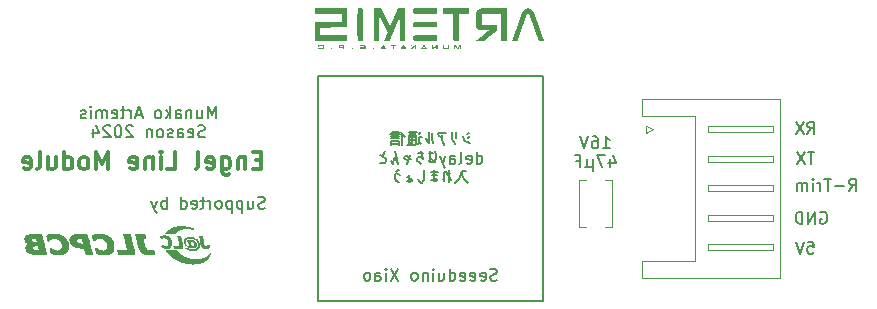
<source format=gbr>
%TF.GenerationSoftware,KiCad,Pcbnew,(6.0.11)*%
%TF.CreationDate,2023-10-13T17:08:53+09:00*%
%TF.ProjectId,engel_line_board,656e6765-6c5f-46c6-996e-655f626f6172,rev?*%
%TF.SameCoordinates,Original*%
%TF.FileFunction,Legend,Bot*%
%TF.FilePolarity,Positive*%
%FSLAX46Y46*%
G04 Gerber Fmt 4.6, Leading zero omitted, Abs format (unit mm)*
G04 Created by KiCad (PCBNEW (6.0.11)) date 2023-10-13 17:08:53*
%MOMM*%
%LPD*%
G01*
G04 APERTURE LIST*
%ADD10C,0.150000*%
%ADD11C,0.300000*%
%ADD12C,0.120000*%
%ADD13C,0.010000*%
G04 APERTURE END LIST*
D10*
X145415000Y-47685000D02*
X164465000Y-47685000D01*
X164465000Y-47685000D02*
X164465000Y-66735000D01*
X164465000Y-66735000D02*
X145415000Y-66735000D01*
X145415000Y-66735000D02*
X145415000Y-47685000D01*
X186856666Y-52582380D02*
X187190000Y-52106190D01*
X187428095Y-52582380D02*
X187428095Y-51582380D01*
X187047142Y-51582380D01*
X186951904Y-51630000D01*
X186904285Y-51677619D01*
X186856666Y-51772857D01*
X186856666Y-51915714D01*
X186904285Y-52010952D01*
X186951904Y-52058571D01*
X187047142Y-52106190D01*
X187428095Y-52106190D01*
X186523333Y-51582380D02*
X185856666Y-52582380D01*
X185856666Y-51582380D02*
X186523333Y-52582380D01*
X187959904Y-59250000D02*
X188055142Y-59202380D01*
X188198000Y-59202380D01*
X188340857Y-59250000D01*
X188436095Y-59345238D01*
X188483714Y-59440476D01*
X188531333Y-59630952D01*
X188531333Y-59773809D01*
X188483714Y-59964285D01*
X188436095Y-60059523D01*
X188340857Y-60154761D01*
X188198000Y-60202380D01*
X188102761Y-60202380D01*
X187959904Y-60154761D01*
X187912285Y-60107142D01*
X187912285Y-59773809D01*
X188102761Y-59773809D01*
X187483714Y-60202380D02*
X187483714Y-59202380D01*
X186912285Y-60202380D01*
X186912285Y-59202380D01*
X186436095Y-60202380D02*
X186436095Y-59202380D01*
X186198000Y-59202380D01*
X186055142Y-59250000D01*
X185959904Y-59345238D01*
X185912285Y-59440476D01*
X185864666Y-59630952D01*
X185864666Y-59773809D01*
X185912285Y-59964285D01*
X185959904Y-60059523D01*
X186055142Y-60154761D01*
X186198000Y-60202380D01*
X186436095Y-60202380D01*
D11*
X140627428Y-54816857D02*
X140127428Y-54816857D01*
X139913142Y-55602571D02*
X140627428Y-55602571D01*
X140627428Y-54102571D01*
X139913142Y-54102571D01*
X139270285Y-54602571D02*
X139270285Y-55602571D01*
X139270285Y-54745428D02*
X139198857Y-54674000D01*
X139056000Y-54602571D01*
X138841714Y-54602571D01*
X138698857Y-54674000D01*
X138627428Y-54816857D01*
X138627428Y-55602571D01*
X137270285Y-54602571D02*
X137270285Y-55816857D01*
X137341714Y-55959714D01*
X137413142Y-56031142D01*
X137556000Y-56102571D01*
X137770285Y-56102571D01*
X137913142Y-56031142D01*
X137270285Y-55531142D02*
X137413142Y-55602571D01*
X137698857Y-55602571D01*
X137841714Y-55531142D01*
X137913142Y-55459714D01*
X137984571Y-55316857D01*
X137984571Y-54888285D01*
X137913142Y-54745428D01*
X137841714Y-54674000D01*
X137698857Y-54602571D01*
X137413142Y-54602571D01*
X137270285Y-54674000D01*
X135984571Y-55531142D02*
X136127428Y-55602571D01*
X136413142Y-55602571D01*
X136556000Y-55531142D01*
X136627428Y-55388285D01*
X136627428Y-54816857D01*
X136556000Y-54674000D01*
X136413142Y-54602571D01*
X136127428Y-54602571D01*
X135984571Y-54674000D01*
X135913142Y-54816857D01*
X135913142Y-54959714D01*
X136627428Y-55102571D01*
X135056000Y-55602571D02*
X135198857Y-55531142D01*
X135270285Y-55388285D01*
X135270285Y-54102571D01*
X132627428Y-55602571D02*
X133341714Y-55602571D01*
X133341714Y-54102571D01*
X132127428Y-55602571D02*
X132127428Y-54602571D01*
X132127428Y-54102571D02*
X132198857Y-54174000D01*
X132127428Y-54245428D01*
X132056000Y-54174000D01*
X132127428Y-54102571D01*
X132127428Y-54245428D01*
X131413142Y-54602571D02*
X131413142Y-55602571D01*
X131413142Y-54745428D02*
X131341714Y-54674000D01*
X131198857Y-54602571D01*
X130984571Y-54602571D01*
X130841714Y-54674000D01*
X130770285Y-54816857D01*
X130770285Y-55602571D01*
X129484571Y-55531142D02*
X129627428Y-55602571D01*
X129913142Y-55602571D01*
X130056000Y-55531142D01*
X130127428Y-55388285D01*
X130127428Y-54816857D01*
X130056000Y-54674000D01*
X129913142Y-54602571D01*
X129627428Y-54602571D01*
X129484571Y-54674000D01*
X129413142Y-54816857D01*
X129413142Y-54959714D01*
X130127428Y-55102571D01*
X127627428Y-55602571D02*
X127627428Y-54102571D01*
X127127428Y-55174000D01*
X126627428Y-54102571D01*
X126627428Y-55602571D01*
X125698857Y-55602571D02*
X125841714Y-55531142D01*
X125913142Y-55459714D01*
X125984571Y-55316857D01*
X125984571Y-54888285D01*
X125913142Y-54745428D01*
X125841714Y-54674000D01*
X125698857Y-54602571D01*
X125484571Y-54602571D01*
X125341714Y-54674000D01*
X125270285Y-54745428D01*
X125198857Y-54888285D01*
X125198857Y-55316857D01*
X125270285Y-55459714D01*
X125341714Y-55531142D01*
X125484571Y-55602571D01*
X125698857Y-55602571D01*
X123913142Y-55602571D02*
X123913142Y-54102571D01*
X123913142Y-55531142D02*
X124056000Y-55602571D01*
X124341714Y-55602571D01*
X124484571Y-55531142D01*
X124556000Y-55459714D01*
X124627428Y-55316857D01*
X124627428Y-54888285D01*
X124556000Y-54745428D01*
X124484571Y-54674000D01*
X124341714Y-54602571D01*
X124056000Y-54602571D01*
X123913142Y-54674000D01*
X122556000Y-54602571D02*
X122556000Y-55602571D01*
X123198857Y-54602571D02*
X123198857Y-55388285D01*
X123127428Y-55531142D01*
X122984571Y-55602571D01*
X122770285Y-55602571D01*
X122627428Y-55531142D01*
X122556000Y-55459714D01*
X121627428Y-55602571D02*
X121770285Y-55531142D01*
X121841714Y-55388285D01*
X121841714Y-54102571D01*
X120484571Y-55531142D02*
X120627428Y-55602571D01*
X120913142Y-55602571D01*
X121056000Y-55531142D01*
X121127428Y-55388285D01*
X121127428Y-54816857D01*
X121056000Y-54674000D01*
X120913142Y-54602571D01*
X120627428Y-54602571D01*
X120484571Y-54674000D01*
X120413142Y-54816857D01*
X120413142Y-54959714D01*
X121127428Y-55102571D01*
D10*
X158178095Y-52512380D02*
X158035238Y-52655238D01*
X158273333Y-52798095D02*
X158130476Y-52940952D01*
X158273333Y-53417142D02*
X158035238Y-53321904D01*
X157892380Y-53226666D01*
X157797142Y-53131428D01*
X157654285Y-52750476D01*
X157082857Y-52464761D02*
X157082857Y-52988571D01*
X156749523Y-52464761D02*
X156749523Y-52845714D01*
X156749523Y-53036190D01*
X156844761Y-53226666D01*
X156892380Y-53321904D01*
X157035238Y-53464761D01*
X156225714Y-52560000D02*
X155559047Y-52560000D01*
X155606666Y-52655238D01*
X155701904Y-52798095D01*
X155844761Y-52893333D01*
X155940000Y-52702857D02*
X155940000Y-53036190D01*
X155940000Y-53131428D01*
X155987619Y-53274285D01*
X156082857Y-53512380D01*
X155035238Y-52560000D02*
X155035238Y-52940952D01*
X155082857Y-53131428D01*
X155130476Y-53274285D01*
X155178095Y-53417142D01*
X154844761Y-52464761D02*
X154844761Y-53417142D01*
X154749523Y-53321904D01*
X154654285Y-53179047D01*
X154559047Y-52988571D01*
X153749523Y-52893333D02*
X153082857Y-52893333D01*
X153749523Y-53131428D02*
X153082857Y-53131428D01*
X153273333Y-53369523D02*
X153082857Y-53369523D01*
X153749523Y-52702857D02*
X153749523Y-53369523D01*
X153416190Y-52702857D02*
X153416190Y-53369523D01*
X153749523Y-52702857D02*
X153082857Y-52702857D01*
X153082857Y-53369523D01*
X154178095Y-52417142D02*
X153987619Y-52607619D01*
X154225714Y-52893333D02*
X153987619Y-52893333D01*
X153987619Y-53321904D01*
X154178095Y-53464761D01*
X153606666Y-52560000D02*
X153225714Y-52702857D01*
X153797142Y-52464761D02*
X153082857Y-52464761D01*
X153416190Y-52607619D01*
X154035238Y-53369523D02*
X153559047Y-53512380D01*
X152940000Y-53512380D01*
X152273333Y-52464761D02*
X151654285Y-52464761D01*
X152368571Y-52607619D02*
X151511428Y-52607619D01*
X152273333Y-52798095D02*
X151606666Y-52798095D01*
X152273333Y-52988571D02*
X151606666Y-52988571D01*
X152273333Y-53464761D02*
X151606666Y-53464761D01*
X152511428Y-52607619D02*
X152511428Y-53512380D01*
X152273333Y-53179047D02*
X152273333Y-53512380D01*
X152273333Y-53179047D02*
X151606666Y-53179047D01*
X151606666Y-53512380D01*
X152416190Y-52417142D02*
X152511428Y-52655238D01*
X152749523Y-52893333D01*
X158868571Y-55122380D02*
X158868571Y-54122380D01*
X158868571Y-55074761D02*
X158963809Y-55122380D01*
X159154285Y-55122380D01*
X159249523Y-55074761D01*
X159297142Y-55027142D01*
X159344761Y-54931904D01*
X159344761Y-54646190D01*
X159297142Y-54550952D01*
X159249523Y-54503333D01*
X159154285Y-54455714D01*
X158963809Y-54455714D01*
X158868571Y-54503333D01*
X158011428Y-55074761D02*
X158106666Y-55122380D01*
X158297142Y-55122380D01*
X158392380Y-55074761D01*
X158440000Y-54979523D01*
X158440000Y-54598571D01*
X158392380Y-54503333D01*
X158297142Y-54455714D01*
X158106666Y-54455714D01*
X158011428Y-54503333D01*
X157963809Y-54598571D01*
X157963809Y-54693809D01*
X158440000Y-54789047D01*
X157392380Y-55122380D02*
X157487619Y-55074761D01*
X157535238Y-54979523D01*
X157535238Y-54122380D01*
X156582857Y-55122380D02*
X156582857Y-54598571D01*
X156630476Y-54503333D01*
X156725714Y-54455714D01*
X156916190Y-54455714D01*
X157011428Y-54503333D01*
X156582857Y-55074761D02*
X156678095Y-55122380D01*
X156916190Y-55122380D01*
X157011428Y-55074761D01*
X157059047Y-54979523D01*
X157059047Y-54884285D01*
X157011428Y-54789047D01*
X156916190Y-54741428D01*
X156678095Y-54741428D01*
X156582857Y-54693809D01*
X156201904Y-54455714D02*
X155963809Y-55122380D01*
X155725714Y-54455714D02*
X155963809Y-55122380D01*
X156059047Y-55360476D01*
X156106666Y-55408095D01*
X156201904Y-55455714D01*
X155154285Y-54265238D02*
X154773333Y-54265238D01*
X154916190Y-54074761D02*
X154916190Y-55027142D01*
X155154285Y-54979523D01*
X155154285Y-54789047D01*
X155011428Y-54741428D01*
X154773333Y-54931904D01*
X155344761Y-54074761D02*
X155392380Y-54360476D01*
X155392380Y-54646190D01*
X155344761Y-55027142D01*
X155297142Y-54693809D01*
X154344761Y-54265238D02*
X153868571Y-54265238D01*
X154154285Y-54027142D02*
X154297142Y-54741428D01*
X154106666Y-54550952D01*
X153916190Y-54550952D01*
X153820952Y-54693809D01*
X153820952Y-54884285D01*
X153963809Y-55027142D01*
X154154285Y-55122380D01*
X153249523Y-54693809D02*
X152868571Y-54503333D01*
X152725714Y-54550952D01*
X152725714Y-54646190D01*
X152773333Y-54741428D01*
X152916190Y-54789047D01*
X153201904Y-54408095D02*
X152963809Y-55122380D01*
X153059047Y-54360476D02*
X152963809Y-54455714D01*
X151916190Y-54074761D02*
X152201904Y-55122380D01*
X151963809Y-54646190D01*
X151868571Y-54646190D01*
X151773333Y-55122380D01*
X151725714Y-55122380D01*
X151582857Y-54884285D01*
X150678095Y-54360476D02*
X151059047Y-54646190D01*
X151154285Y-54741428D01*
X151154285Y-54931904D01*
X151059047Y-55074761D01*
X150678095Y-55074761D01*
X151059047Y-54027142D02*
X151011428Y-54265238D01*
X150916190Y-54503333D01*
X157916190Y-55732380D02*
X157582857Y-55732380D01*
X157487619Y-56018095D01*
X157344761Y-56399047D01*
X157011428Y-56732380D01*
X157582857Y-55827619D02*
X157630476Y-56113333D01*
X157773333Y-56399047D01*
X158106666Y-56732380D01*
X156487619Y-55684761D02*
X156487619Y-56684761D01*
X156630476Y-55922857D02*
X156440000Y-55875238D01*
X156487619Y-55922857D01*
X156678095Y-56494285D02*
X156249523Y-55875238D01*
X156106666Y-55875238D01*
X156059047Y-56018095D01*
X156106666Y-56351428D01*
X156106666Y-56637142D01*
X155963809Y-56446666D01*
X155582857Y-55827619D02*
X155011428Y-55827619D01*
X155487619Y-56065714D02*
X155106666Y-56065714D01*
X155249523Y-55637142D02*
X155249523Y-56637142D01*
X155392380Y-56637142D01*
X155535238Y-56541904D01*
X155487619Y-56446666D01*
X155297142Y-56399047D01*
X155011428Y-56541904D01*
X154392380Y-55684761D02*
X154392380Y-56494285D01*
X154344761Y-56637142D01*
X154249523Y-56732380D01*
X154106666Y-56732380D01*
X153963809Y-56637142D01*
X153916190Y-56446666D01*
X153154285Y-56113333D02*
X153154285Y-56684761D01*
X153392380Y-56637142D01*
X153392380Y-56494285D01*
X153249523Y-56446666D01*
X152916190Y-56589523D01*
X153154285Y-56256190D02*
X152963809Y-56256190D01*
X152249523Y-55637142D02*
X152011428Y-55732380D01*
X152392380Y-56065714D02*
X152059047Y-55922857D01*
X151916190Y-56065714D01*
X151916190Y-56351428D01*
X152011428Y-56589523D01*
X152249523Y-56684761D01*
X140929714Y-58884761D02*
X140786857Y-58932380D01*
X140548761Y-58932380D01*
X140453523Y-58884761D01*
X140405904Y-58837142D01*
X140358285Y-58741904D01*
X140358285Y-58646666D01*
X140405904Y-58551428D01*
X140453523Y-58503809D01*
X140548761Y-58456190D01*
X140739238Y-58408571D01*
X140834476Y-58360952D01*
X140882095Y-58313333D01*
X140929714Y-58218095D01*
X140929714Y-58122857D01*
X140882095Y-58027619D01*
X140834476Y-57980000D01*
X140739238Y-57932380D01*
X140501142Y-57932380D01*
X140358285Y-57980000D01*
X139501142Y-58265714D02*
X139501142Y-58932380D01*
X139929714Y-58265714D02*
X139929714Y-58789523D01*
X139882095Y-58884761D01*
X139786857Y-58932380D01*
X139644000Y-58932380D01*
X139548761Y-58884761D01*
X139501142Y-58837142D01*
X139024952Y-58265714D02*
X139024952Y-59265714D01*
X139024952Y-58313333D02*
X138929714Y-58265714D01*
X138739238Y-58265714D01*
X138644000Y-58313333D01*
X138596380Y-58360952D01*
X138548761Y-58456190D01*
X138548761Y-58741904D01*
X138596380Y-58837142D01*
X138644000Y-58884761D01*
X138739238Y-58932380D01*
X138929714Y-58932380D01*
X139024952Y-58884761D01*
X138120190Y-58265714D02*
X138120190Y-59265714D01*
X138120190Y-58313333D02*
X138024952Y-58265714D01*
X137834476Y-58265714D01*
X137739238Y-58313333D01*
X137691619Y-58360952D01*
X137644000Y-58456190D01*
X137644000Y-58741904D01*
X137691619Y-58837142D01*
X137739238Y-58884761D01*
X137834476Y-58932380D01*
X138024952Y-58932380D01*
X138120190Y-58884761D01*
X137072571Y-58932380D02*
X137167809Y-58884761D01*
X137215428Y-58837142D01*
X137263047Y-58741904D01*
X137263047Y-58456190D01*
X137215428Y-58360952D01*
X137167809Y-58313333D01*
X137072571Y-58265714D01*
X136929714Y-58265714D01*
X136834476Y-58313333D01*
X136786857Y-58360952D01*
X136739238Y-58456190D01*
X136739238Y-58741904D01*
X136786857Y-58837142D01*
X136834476Y-58884761D01*
X136929714Y-58932380D01*
X137072571Y-58932380D01*
X136310666Y-58932380D02*
X136310666Y-58265714D01*
X136310666Y-58456190D02*
X136263047Y-58360952D01*
X136215428Y-58313333D01*
X136120190Y-58265714D01*
X136024952Y-58265714D01*
X135834476Y-58265714D02*
X135453523Y-58265714D01*
X135691619Y-57932380D02*
X135691619Y-58789523D01*
X135644000Y-58884761D01*
X135548761Y-58932380D01*
X135453523Y-58932380D01*
X134739238Y-58884761D02*
X134834476Y-58932380D01*
X135024952Y-58932380D01*
X135120190Y-58884761D01*
X135167809Y-58789523D01*
X135167809Y-58408571D01*
X135120190Y-58313333D01*
X135024952Y-58265714D01*
X134834476Y-58265714D01*
X134739238Y-58313333D01*
X134691619Y-58408571D01*
X134691619Y-58503809D01*
X135167809Y-58599047D01*
X133834476Y-58932380D02*
X133834476Y-57932380D01*
X133834476Y-58884761D02*
X133929714Y-58932380D01*
X134120190Y-58932380D01*
X134215428Y-58884761D01*
X134263047Y-58837142D01*
X134310666Y-58741904D01*
X134310666Y-58456190D01*
X134263047Y-58360952D01*
X134215428Y-58313333D01*
X134120190Y-58265714D01*
X133929714Y-58265714D01*
X133834476Y-58313333D01*
X132596380Y-58932380D02*
X132596380Y-57932380D01*
X132596380Y-58313333D02*
X132501142Y-58265714D01*
X132310666Y-58265714D01*
X132215428Y-58313333D01*
X132167809Y-58360952D01*
X132120190Y-58456190D01*
X132120190Y-58741904D01*
X132167809Y-58837142D01*
X132215428Y-58884761D01*
X132310666Y-58932380D01*
X132501142Y-58932380D01*
X132596380Y-58884761D01*
X131786857Y-58265714D02*
X131548761Y-58932380D01*
X131310666Y-58265714D02*
X131548761Y-58932380D01*
X131644000Y-59170476D01*
X131691619Y-59218095D01*
X131786857Y-59265714D01*
X160559047Y-64980761D02*
X160416190Y-65028380D01*
X160178095Y-65028380D01*
X160082857Y-64980761D01*
X160035238Y-64933142D01*
X159987619Y-64837904D01*
X159987619Y-64742666D01*
X160035238Y-64647428D01*
X160082857Y-64599809D01*
X160178095Y-64552190D01*
X160368571Y-64504571D01*
X160463809Y-64456952D01*
X160511428Y-64409333D01*
X160559047Y-64314095D01*
X160559047Y-64218857D01*
X160511428Y-64123619D01*
X160463809Y-64076000D01*
X160368571Y-64028380D01*
X160130476Y-64028380D01*
X159987619Y-64076000D01*
X159178095Y-64980761D02*
X159273333Y-65028380D01*
X159463809Y-65028380D01*
X159559047Y-64980761D01*
X159606666Y-64885523D01*
X159606666Y-64504571D01*
X159559047Y-64409333D01*
X159463809Y-64361714D01*
X159273333Y-64361714D01*
X159178095Y-64409333D01*
X159130476Y-64504571D01*
X159130476Y-64599809D01*
X159606666Y-64695047D01*
X158320952Y-64980761D02*
X158416190Y-65028380D01*
X158606666Y-65028380D01*
X158701904Y-64980761D01*
X158749523Y-64885523D01*
X158749523Y-64504571D01*
X158701904Y-64409333D01*
X158606666Y-64361714D01*
X158416190Y-64361714D01*
X158320952Y-64409333D01*
X158273333Y-64504571D01*
X158273333Y-64599809D01*
X158749523Y-64695047D01*
X157463809Y-64980761D02*
X157559047Y-65028380D01*
X157749523Y-65028380D01*
X157844761Y-64980761D01*
X157892380Y-64885523D01*
X157892380Y-64504571D01*
X157844761Y-64409333D01*
X157749523Y-64361714D01*
X157559047Y-64361714D01*
X157463809Y-64409333D01*
X157416190Y-64504571D01*
X157416190Y-64599809D01*
X157892380Y-64695047D01*
X156559047Y-65028380D02*
X156559047Y-64028380D01*
X156559047Y-64980761D02*
X156654285Y-65028380D01*
X156844761Y-65028380D01*
X156940000Y-64980761D01*
X156987619Y-64933142D01*
X157035238Y-64837904D01*
X157035238Y-64552190D01*
X156987619Y-64456952D01*
X156940000Y-64409333D01*
X156844761Y-64361714D01*
X156654285Y-64361714D01*
X156559047Y-64409333D01*
X155654285Y-64361714D02*
X155654285Y-65028380D01*
X156082857Y-64361714D02*
X156082857Y-64885523D01*
X156035238Y-64980761D01*
X155940000Y-65028380D01*
X155797142Y-65028380D01*
X155701904Y-64980761D01*
X155654285Y-64933142D01*
X155178095Y-65028380D02*
X155178095Y-64361714D01*
X155178095Y-64028380D02*
X155225714Y-64076000D01*
X155178095Y-64123619D01*
X155130476Y-64076000D01*
X155178095Y-64028380D01*
X155178095Y-64123619D01*
X154701904Y-64361714D02*
X154701904Y-65028380D01*
X154701904Y-64456952D02*
X154654285Y-64409333D01*
X154559047Y-64361714D01*
X154416190Y-64361714D01*
X154320952Y-64409333D01*
X154273333Y-64504571D01*
X154273333Y-65028380D01*
X153654285Y-65028380D02*
X153749523Y-64980761D01*
X153797142Y-64933142D01*
X153844761Y-64837904D01*
X153844761Y-64552190D01*
X153797142Y-64456952D01*
X153749523Y-64409333D01*
X153654285Y-64361714D01*
X153511428Y-64361714D01*
X153416190Y-64409333D01*
X153368571Y-64456952D01*
X153320952Y-64552190D01*
X153320952Y-64837904D01*
X153368571Y-64933142D01*
X153416190Y-64980761D01*
X153511428Y-65028380D01*
X153654285Y-65028380D01*
X152225714Y-64028380D02*
X151559047Y-65028380D01*
X151559047Y-64028380D02*
X152225714Y-65028380D01*
X151178095Y-65028380D02*
X151178095Y-64361714D01*
X151178095Y-64028380D02*
X151225714Y-64076000D01*
X151178095Y-64123619D01*
X151130476Y-64076000D01*
X151178095Y-64028380D01*
X151178095Y-64123619D01*
X150273333Y-65028380D02*
X150273333Y-64504571D01*
X150320952Y-64409333D01*
X150416190Y-64361714D01*
X150606666Y-64361714D01*
X150701904Y-64409333D01*
X150273333Y-64980761D02*
X150368571Y-65028380D01*
X150606666Y-65028380D01*
X150701904Y-64980761D01*
X150749523Y-64885523D01*
X150749523Y-64790285D01*
X150701904Y-64695047D01*
X150606666Y-64647428D01*
X150368571Y-64647428D01*
X150273333Y-64599809D01*
X149654285Y-65028380D02*
X149749523Y-64980761D01*
X149797142Y-64933142D01*
X149844761Y-64837904D01*
X149844761Y-64552190D01*
X149797142Y-64456952D01*
X149749523Y-64409333D01*
X149654285Y-64361714D01*
X149511428Y-64361714D01*
X149416190Y-64409333D01*
X149368571Y-64456952D01*
X149320952Y-64552190D01*
X149320952Y-64837904D01*
X149368571Y-64933142D01*
X149416190Y-64980761D01*
X149511428Y-65028380D01*
X149654285Y-65028380D01*
X190372761Y-57408380D02*
X190706095Y-56932190D01*
X190944190Y-57408380D02*
X190944190Y-56408380D01*
X190563238Y-56408380D01*
X190468000Y-56456000D01*
X190420380Y-56503619D01*
X190372761Y-56598857D01*
X190372761Y-56741714D01*
X190420380Y-56836952D01*
X190468000Y-56884571D01*
X190563238Y-56932190D01*
X190944190Y-56932190D01*
X189944190Y-57027428D02*
X189182285Y-57027428D01*
X188848952Y-56408380D02*
X188277523Y-56408380D01*
X188563238Y-57408380D02*
X188563238Y-56408380D01*
X187944190Y-57408380D02*
X187944190Y-56741714D01*
X187944190Y-56932190D02*
X187896571Y-56836952D01*
X187848952Y-56789333D01*
X187753714Y-56741714D01*
X187658476Y-56741714D01*
X187325142Y-57408380D02*
X187325142Y-56741714D01*
X187325142Y-56408380D02*
X187372761Y-56456000D01*
X187325142Y-56503619D01*
X187277523Y-56456000D01*
X187325142Y-56408380D01*
X187325142Y-56503619D01*
X186848952Y-57408380D02*
X186848952Y-56741714D01*
X186848952Y-56836952D02*
X186801333Y-56789333D01*
X186706095Y-56741714D01*
X186563238Y-56741714D01*
X186468000Y-56789333D01*
X186420380Y-56884571D01*
X186420380Y-57408380D01*
X186420380Y-56884571D02*
X186372761Y-56789333D01*
X186277523Y-56741714D01*
X186134666Y-56741714D01*
X186039428Y-56789333D01*
X185991809Y-56884571D01*
X185991809Y-57408380D01*
X187451904Y-54122380D02*
X186880476Y-54122380D01*
X187166190Y-55122380D02*
X187166190Y-54122380D01*
X186642380Y-54122380D02*
X185975714Y-55122380D01*
X185975714Y-54122380D02*
X186642380Y-55122380D01*
X169529047Y-53809380D02*
X170100476Y-53809380D01*
X169814761Y-53809380D02*
X169814761Y-52809380D01*
X169910000Y-52952238D01*
X170005238Y-53047476D01*
X170100476Y-53095095D01*
X168671904Y-52809380D02*
X168862380Y-52809380D01*
X168957619Y-52857000D01*
X169005238Y-52904619D01*
X169100476Y-53047476D01*
X169148095Y-53237952D01*
X169148095Y-53618904D01*
X169100476Y-53714142D01*
X169052857Y-53761761D01*
X168957619Y-53809380D01*
X168767142Y-53809380D01*
X168671904Y-53761761D01*
X168624285Y-53714142D01*
X168576666Y-53618904D01*
X168576666Y-53380809D01*
X168624285Y-53285571D01*
X168671904Y-53237952D01*
X168767142Y-53190333D01*
X168957619Y-53190333D01*
X169052857Y-53237952D01*
X169100476Y-53285571D01*
X169148095Y-53380809D01*
X168290952Y-52809380D02*
X167957619Y-53809380D01*
X167624285Y-52809380D01*
X170148095Y-54752714D02*
X170148095Y-55419380D01*
X170386190Y-54371761D02*
X170624285Y-55086047D01*
X170005238Y-55086047D01*
X169719523Y-54419380D02*
X169052857Y-54419380D01*
X169481428Y-55419380D01*
X168671904Y-54752714D02*
X168671904Y-55752714D01*
X168195714Y-55276523D02*
X168148095Y-55371761D01*
X168052857Y-55419380D01*
X168671904Y-55276523D02*
X168624285Y-55371761D01*
X168529047Y-55419380D01*
X168338571Y-55419380D01*
X168243333Y-55371761D01*
X168195714Y-55276523D01*
X168195714Y-54752714D01*
X167290952Y-54895571D02*
X167624285Y-54895571D01*
X167624285Y-55419380D02*
X167624285Y-54419380D01*
X167148095Y-54419380D01*
X186880476Y-61742380D02*
X187356666Y-61742380D01*
X187404285Y-62218571D01*
X187356666Y-62170952D01*
X187261428Y-62123333D01*
X187023333Y-62123333D01*
X186928095Y-62170952D01*
X186880476Y-62218571D01*
X186832857Y-62313809D01*
X186832857Y-62551904D01*
X186880476Y-62647142D01*
X186928095Y-62694761D01*
X187023333Y-62742380D01*
X187261428Y-62742380D01*
X187356666Y-62694761D01*
X187404285Y-62647142D01*
X186547142Y-61742380D02*
X186213809Y-62742380D01*
X185880476Y-61742380D01*
X136754476Y-51269380D02*
X136754476Y-50269380D01*
X136421142Y-50983666D01*
X136087809Y-50269380D01*
X136087809Y-51269380D01*
X135183047Y-50602714D02*
X135183047Y-51269380D01*
X135611619Y-50602714D02*
X135611619Y-51126523D01*
X135564000Y-51221761D01*
X135468761Y-51269380D01*
X135325904Y-51269380D01*
X135230666Y-51221761D01*
X135183047Y-51174142D01*
X134706857Y-50602714D02*
X134706857Y-51269380D01*
X134706857Y-50697952D02*
X134659238Y-50650333D01*
X134564000Y-50602714D01*
X134421142Y-50602714D01*
X134325904Y-50650333D01*
X134278285Y-50745571D01*
X134278285Y-51269380D01*
X133373523Y-51269380D02*
X133373523Y-50745571D01*
X133421142Y-50650333D01*
X133516380Y-50602714D01*
X133706857Y-50602714D01*
X133802095Y-50650333D01*
X133373523Y-51221761D02*
X133468761Y-51269380D01*
X133706857Y-51269380D01*
X133802095Y-51221761D01*
X133849714Y-51126523D01*
X133849714Y-51031285D01*
X133802095Y-50936047D01*
X133706857Y-50888428D01*
X133468761Y-50888428D01*
X133373523Y-50840809D01*
X132897333Y-51269380D02*
X132897333Y-50269380D01*
X132802095Y-50888428D02*
X132516380Y-51269380D01*
X132516380Y-50602714D02*
X132897333Y-50983666D01*
X131944952Y-51269380D02*
X132040190Y-51221761D01*
X132087809Y-51174142D01*
X132135428Y-51078904D01*
X132135428Y-50793190D01*
X132087809Y-50697952D01*
X132040190Y-50650333D01*
X131944952Y-50602714D01*
X131802095Y-50602714D01*
X131706857Y-50650333D01*
X131659238Y-50697952D01*
X131611619Y-50793190D01*
X131611619Y-51078904D01*
X131659238Y-51174142D01*
X131706857Y-51221761D01*
X131802095Y-51269380D01*
X131944952Y-51269380D01*
X130468761Y-50983666D02*
X129992571Y-50983666D01*
X130564000Y-51269380D02*
X130230666Y-50269380D01*
X129897333Y-51269380D01*
X129564000Y-51269380D02*
X129564000Y-50602714D01*
X129564000Y-50793190D02*
X129516380Y-50697952D01*
X129468761Y-50650333D01*
X129373523Y-50602714D01*
X129278285Y-50602714D01*
X129087809Y-50602714D02*
X128706857Y-50602714D01*
X128944952Y-50269380D02*
X128944952Y-51126523D01*
X128897333Y-51221761D01*
X128802095Y-51269380D01*
X128706857Y-51269380D01*
X127992571Y-51221761D02*
X128087809Y-51269380D01*
X128278285Y-51269380D01*
X128373523Y-51221761D01*
X128421142Y-51126523D01*
X128421142Y-50745571D01*
X128373523Y-50650333D01*
X128278285Y-50602714D01*
X128087809Y-50602714D01*
X127992571Y-50650333D01*
X127944952Y-50745571D01*
X127944952Y-50840809D01*
X128421142Y-50936047D01*
X127516380Y-51269380D02*
X127516380Y-50602714D01*
X127516380Y-50697952D02*
X127468761Y-50650333D01*
X127373523Y-50602714D01*
X127230666Y-50602714D01*
X127135428Y-50650333D01*
X127087809Y-50745571D01*
X127087809Y-51269380D01*
X127087809Y-50745571D02*
X127040190Y-50650333D01*
X126944952Y-50602714D01*
X126802095Y-50602714D01*
X126706857Y-50650333D01*
X126659238Y-50745571D01*
X126659238Y-51269380D01*
X126183047Y-51269380D02*
X126183047Y-50602714D01*
X126183047Y-50269380D02*
X126230666Y-50317000D01*
X126183047Y-50364619D01*
X126135428Y-50317000D01*
X126183047Y-50269380D01*
X126183047Y-50364619D01*
X125754476Y-51221761D02*
X125659238Y-51269380D01*
X125468761Y-51269380D01*
X125373523Y-51221761D01*
X125325904Y-51126523D01*
X125325904Y-51078904D01*
X125373523Y-50983666D01*
X125468761Y-50936047D01*
X125611619Y-50936047D01*
X125706857Y-50888428D01*
X125754476Y-50793190D01*
X125754476Y-50745571D01*
X125706857Y-50650333D01*
X125611619Y-50602714D01*
X125468761Y-50602714D01*
X125373523Y-50650333D01*
X135825904Y-52831761D02*
X135683047Y-52879380D01*
X135444952Y-52879380D01*
X135349714Y-52831761D01*
X135302095Y-52784142D01*
X135254476Y-52688904D01*
X135254476Y-52593666D01*
X135302095Y-52498428D01*
X135349714Y-52450809D01*
X135444952Y-52403190D01*
X135635428Y-52355571D01*
X135730666Y-52307952D01*
X135778285Y-52260333D01*
X135825904Y-52165095D01*
X135825904Y-52069857D01*
X135778285Y-51974619D01*
X135730666Y-51927000D01*
X135635428Y-51879380D01*
X135397333Y-51879380D01*
X135254476Y-51927000D01*
X134444952Y-52831761D02*
X134540190Y-52879380D01*
X134730666Y-52879380D01*
X134825904Y-52831761D01*
X134873523Y-52736523D01*
X134873523Y-52355571D01*
X134825904Y-52260333D01*
X134730666Y-52212714D01*
X134540190Y-52212714D01*
X134444952Y-52260333D01*
X134397333Y-52355571D01*
X134397333Y-52450809D01*
X134873523Y-52546047D01*
X133540190Y-52879380D02*
X133540190Y-52355571D01*
X133587809Y-52260333D01*
X133683047Y-52212714D01*
X133873523Y-52212714D01*
X133968761Y-52260333D01*
X133540190Y-52831761D02*
X133635428Y-52879380D01*
X133873523Y-52879380D01*
X133968761Y-52831761D01*
X134016380Y-52736523D01*
X134016380Y-52641285D01*
X133968761Y-52546047D01*
X133873523Y-52498428D01*
X133635428Y-52498428D01*
X133540190Y-52450809D01*
X133111619Y-52831761D02*
X133016380Y-52879380D01*
X132825904Y-52879380D01*
X132730666Y-52831761D01*
X132683047Y-52736523D01*
X132683047Y-52688904D01*
X132730666Y-52593666D01*
X132825904Y-52546047D01*
X132968761Y-52546047D01*
X133064000Y-52498428D01*
X133111619Y-52403190D01*
X133111619Y-52355571D01*
X133064000Y-52260333D01*
X132968761Y-52212714D01*
X132825904Y-52212714D01*
X132730666Y-52260333D01*
X132111619Y-52879380D02*
X132206857Y-52831761D01*
X132254476Y-52784142D01*
X132302095Y-52688904D01*
X132302095Y-52403190D01*
X132254476Y-52307952D01*
X132206857Y-52260333D01*
X132111619Y-52212714D01*
X131968761Y-52212714D01*
X131873523Y-52260333D01*
X131825904Y-52307952D01*
X131778285Y-52403190D01*
X131778285Y-52688904D01*
X131825904Y-52784142D01*
X131873523Y-52831761D01*
X131968761Y-52879380D01*
X132111619Y-52879380D01*
X131349714Y-52212714D02*
X131349714Y-52879380D01*
X131349714Y-52307952D02*
X131302095Y-52260333D01*
X131206857Y-52212714D01*
X131064000Y-52212714D01*
X130968761Y-52260333D01*
X130921142Y-52355571D01*
X130921142Y-52879380D01*
X129730666Y-51974619D02*
X129683047Y-51927000D01*
X129587809Y-51879380D01*
X129349714Y-51879380D01*
X129254476Y-51927000D01*
X129206857Y-51974619D01*
X129159238Y-52069857D01*
X129159238Y-52165095D01*
X129206857Y-52307952D01*
X129778285Y-52879380D01*
X129159238Y-52879380D01*
X128540190Y-51879380D02*
X128444952Y-51879380D01*
X128349714Y-51927000D01*
X128302095Y-51974619D01*
X128254476Y-52069857D01*
X128206857Y-52260333D01*
X128206857Y-52498428D01*
X128254476Y-52688904D01*
X128302095Y-52784142D01*
X128349714Y-52831761D01*
X128444952Y-52879380D01*
X128540190Y-52879380D01*
X128635428Y-52831761D01*
X128683047Y-52784142D01*
X128730666Y-52688904D01*
X128778285Y-52498428D01*
X128778285Y-52260333D01*
X128730666Y-52069857D01*
X128683047Y-51974619D01*
X128635428Y-51927000D01*
X128540190Y-51879380D01*
X127825904Y-51974619D02*
X127778285Y-51927000D01*
X127683047Y-51879380D01*
X127444952Y-51879380D01*
X127349714Y-51927000D01*
X127302095Y-51974619D01*
X127254476Y-52069857D01*
X127254476Y-52165095D01*
X127302095Y-52307952D01*
X127873523Y-52879380D01*
X127254476Y-52879380D01*
X126397333Y-52212714D02*
X126397333Y-52879380D01*
X126635428Y-51831761D02*
X126873523Y-52546047D01*
X126254476Y-52546047D01*
D12*
%TO.C,J1*%
X172850000Y-64770000D02*
X172850000Y-63350000D01*
X178460000Y-62460000D02*
X178460000Y-61960000D01*
X178460000Y-54960000D02*
X178460000Y-54460000D01*
X178460000Y-61960000D02*
X183960000Y-61960000D01*
X178460000Y-51960000D02*
X183960000Y-51960000D01*
X184570000Y-49650000D02*
X172850000Y-49650000D01*
X183960000Y-51960000D02*
X183960000Y-52460000D01*
X173160000Y-52510000D02*
X173760000Y-52210000D01*
X183960000Y-57460000D02*
X178460000Y-57460000D01*
X183960000Y-61960000D02*
X183960000Y-62460000D01*
X178460000Y-56960000D02*
X183960000Y-56960000D01*
X178460000Y-57460000D02*
X178460000Y-56960000D01*
X184570000Y-64770000D02*
X172850000Y-64770000D01*
X183960000Y-59460000D02*
X183960000Y-59960000D01*
X172850000Y-49650000D02*
X172850000Y-51070000D01*
X183960000Y-62460000D02*
X178460000Y-62460000D01*
X178460000Y-59960000D02*
X178460000Y-59460000D01*
X178460000Y-59460000D02*
X183960000Y-59460000D01*
X178460000Y-52460000D02*
X178460000Y-51960000D01*
X183960000Y-59960000D02*
X178460000Y-59960000D01*
X183960000Y-56960000D02*
X183960000Y-57460000D01*
X172850000Y-63350000D02*
X177350000Y-63350000D01*
X183960000Y-54460000D02*
X183960000Y-54960000D01*
X183960000Y-52460000D02*
X178460000Y-52460000D01*
X173760000Y-52210000D02*
X173160000Y-51910000D01*
X177350000Y-51070000D02*
X177350000Y-57210000D01*
X173160000Y-51910000D02*
X173160000Y-52510000D01*
X178460000Y-54460000D02*
X183960000Y-54460000D01*
X183960000Y-54960000D02*
X178460000Y-54960000D01*
X177350000Y-63350000D02*
X177350000Y-57210000D01*
X184570000Y-57210000D02*
X184570000Y-49650000D01*
X172850000Y-51070000D02*
X177350000Y-51070000D01*
X184570000Y-57210000D02*
X184570000Y-64770000D01*
%TO.C,G\u002A\u002A\u002A*%
G36*
X146507277Y-41980098D02*
G01*
X146611931Y-41980100D01*
X146740475Y-41980105D01*
X146859583Y-41980115D01*
X146969619Y-41980133D01*
X147070950Y-41980162D01*
X147163939Y-41980205D01*
X147248952Y-41980264D01*
X147326353Y-41980342D01*
X147396508Y-41980442D01*
X147459781Y-41980567D01*
X147516538Y-41980719D01*
X147567143Y-41980901D01*
X147611961Y-41981117D01*
X147651357Y-41981368D01*
X147685696Y-41981657D01*
X147715343Y-41981988D01*
X147740663Y-41982362D01*
X147762020Y-41982784D01*
X147779780Y-41983255D01*
X147794308Y-41983778D01*
X147805968Y-41984357D01*
X147815126Y-41984993D01*
X147822146Y-41985690D01*
X147827393Y-41986450D01*
X147831233Y-41987276D01*
X147834029Y-41988171D01*
X147836147Y-41989138D01*
X147837953Y-41990180D01*
X147839657Y-41991270D01*
X147851785Y-42001906D01*
X147859419Y-42013293D01*
X147859916Y-42016951D01*
X147860589Y-42030702D01*
X147861189Y-42054276D01*
X147861717Y-42087520D01*
X147862171Y-42130281D01*
X147862551Y-42182406D01*
X147862856Y-42243741D01*
X147863086Y-42314136D01*
X147863239Y-42393435D01*
X147863315Y-42481487D01*
X147863313Y-42578139D01*
X147863233Y-42683238D01*
X147863073Y-42796630D01*
X147861766Y-43566918D01*
X147847007Y-43582323D01*
X147832248Y-43597727D01*
X146737545Y-43599032D01*
X146694659Y-43599083D01*
X146574288Y-43599229D01*
X146463463Y-43599368D01*
X146361785Y-43599506D01*
X146268854Y-43599647D01*
X146184272Y-43599794D01*
X146107640Y-43599951D01*
X146038559Y-43600123D01*
X145976631Y-43600314D01*
X145921455Y-43600528D01*
X145872633Y-43600769D01*
X145829767Y-43601041D01*
X145792457Y-43601348D01*
X145760305Y-43601694D01*
X145732911Y-43602084D01*
X145709876Y-43602522D01*
X145690802Y-43603011D01*
X145675290Y-43603556D01*
X145662940Y-43604161D01*
X145653355Y-43604830D01*
X145646134Y-43605567D01*
X145640879Y-43606376D01*
X145637191Y-43607261D01*
X145634671Y-43608227D01*
X145632920Y-43609277D01*
X145631539Y-43610416D01*
X145629305Y-43612419D01*
X145624451Y-43617116D01*
X145620339Y-43622234D01*
X145616909Y-43628580D01*
X145614099Y-43636958D01*
X145611847Y-43648172D01*
X145610092Y-43663028D01*
X145608771Y-43682329D01*
X145607823Y-43706882D01*
X145607186Y-43737490D01*
X145606799Y-43774959D01*
X145606599Y-43820092D01*
X145606525Y-43873696D01*
X145606516Y-43936574D01*
X145606517Y-43994626D01*
X145606570Y-44049697D01*
X145606757Y-44096180D01*
X145607164Y-44134856D01*
X145607873Y-44166508D01*
X145608970Y-44191919D01*
X145610539Y-44211868D01*
X145612663Y-44227140D01*
X145615426Y-44238514D01*
X145618914Y-44246775D01*
X145623209Y-44252702D01*
X145628397Y-44257079D01*
X145634561Y-44260687D01*
X145641786Y-44264307D01*
X145643964Y-44265232D01*
X145647164Y-44266161D01*
X145651623Y-44267014D01*
X145657742Y-44267795D01*
X145665920Y-44268507D01*
X145676560Y-44269152D01*
X145690063Y-44269735D01*
X145706828Y-44270258D01*
X145727258Y-44270725D01*
X145751753Y-44271138D01*
X145780714Y-44271501D01*
X145814541Y-44271818D01*
X145853637Y-44272091D01*
X145898402Y-44272323D01*
X145949237Y-44272518D01*
X146006542Y-44272679D01*
X146070719Y-44272809D01*
X146142169Y-44272912D01*
X146221293Y-44272990D01*
X146308491Y-44273047D01*
X146404165Y-44273086D01*
X146508715Y-44273110D01*
X146622543Y-44273123D01*
X146746049Y-44273127D01*
X147832673Y-44273135D01*
X147845837Y-44286299D01*
X147846447Y-44286922D01*
X147856228Y-44300684D01*
X147861896Y-44315277D01*
X147862511Y-44323678D01*
X147863008Y-44340979D01*
X147863368Y-44365893D01*
X147863584Y-44397178D01*
X147863647Y-44433594D01*
X147863548Y-44473901D01*
X147863278Y-44516856D01*
X147861766Y-44702621D01*
X147844317Y-44717184D01*
X147826869Y-44731746D01*
X146512331Y-44731746D01*
X146432969Y-44731744D01*
X146301261Y-44731734D01*
X146179075Y-44731711D01*
X146066059Y-44731675D01*
X145961857Y-44731623D01*
X145866115Y-44731553D01*
X145778478Y-44731463D01*
X145698592Y-44731351D01*
X145626103Y-44731215D01*
X145560656Y-44731053D01*
X145501897Y-44730862D01*
X145449471Y-44730642D01*
X145403025Y-44730389D01*
X145362202Y-44730102D01*
X145326650Y-44729779D01*
X145296014Y-44729417D01*
X145269938Y-44729015D01*
X145248070Y-44728571D01*
X145230054Y-44728082D01*
X145215536Y-44727546D01*
X145204161Y-44726962D01*
X145195576Y-44726328D01*
X145189425Y-44725641D01*
X145185354Y-44724899D01*
X145183009Y-44724101D01*
X145179410Y-44722424D01*
X145175727Y-44720886D01*
X145172401Y-44719254D01*
X145169414Y-44717051D01*
X145166747Y-44713802D01*
X145164383Y-44709032D01*
X145162304Y-44702265D01*
X145160490Y-44693026D01*
X145158925Y-44680839D01*
X145157591Y-44665229D01*
X145156468Y-44645720D01*
X145155540Y-44621837D01*
X145154787Y-44593105D01*
X145154192Y-44559048D01*
X145153737Y-44519191D01*
X145153404Y-44473058D01*
X145153174Y-44420173D01*
X145153029Y-44360062D01*
X145152952Y-44292249D01*
X145152924Y-44216258D01*
X145152928Y-44131615D01*
X145152944Y-44037842D01*
X145152955Y-43934466D01*
X145152959Y-43842718D01*
X145152970Y-43749628D01*
X145152995Y-43665693D01*
X145153040Y-43590427D01*
X145153111Y-43523343D01*
X145153214Y-43463954D01*
X145153357Y-43411774D01*
X145153546Y-43366315D01*
X145153786Y-43327092D01*
X145154084Y-43293616D01*
X145154447Y-43265402D01*
X145154881Y-43241962D01*
X145155393Y-43222810D01*
X145155988Y-43207459D01*
X145156674Y-43195423D01*
X145157456Y-43186213D01*
X145158340Y-43179344D01*
X145159335Y-43174329D01*
X145160445Y-43170681D01*
X145161676Y-43167913D01*
X145163037Y-43165539D01*
X145164138Y-43163819D01*
X145174730Y-43151715D01*
X145186025Y-43144120D01*
X145186496Y-43144006D01*
X145194980Y-43143411D01*
X145213355Y-43142852D01*
X145241461Y-43142330D01*
X145279139Y-43141845D01*
X145326230Y-43141399D01*
X145382574Y-43140992D01*
X145448013Y-43140625D01*
X145522386Y-43140298D01*
X145605535Y-43140013D01*
X145697300Y-43139769D01*
X145797522Y-43139568D01*
X145906042Y-43139411D01*
X146022701Y-43139298D01*
X146147338Y-43139229D01*
X146279795Y-43139206D01*
X146318233Y-43139205D01*
X146440282Y-43139193D01*
X146552748Y-43139164D01*
X146656014Y-43139116D01*
X146750464Y-43139045D01*
X146836478Y-43138950D01*
X146914441Y-43138827D01*
X146984734Y-43138675D01*
X147047740Y-43138491D01*
X147103842Y-43138272D01*
X147153422Y-43138017D01*
X147196863Y-43137721D01*
X147234548Y-43137384D01*
X147266858Y-43137002D01*
X147294177Y-43136573D01*
X147316887Y-43136095D01*
X147335370Y-43135564D01*
X147350010Y-43134979D01*
X147361189Y-43134337D01*
X147369289Y-43133635D01*
X147374693Y-43132872D01*
X147377783Y-43132044D01*
X147381584Y-43130481D01*
X147387636Y-43127839D01*
X147392793Y-43124756D01*
X147397124Y-43120492D01*
X147400696Y-43114304D01*
X147403578Y-43105452D01*
X147405836Y-43093193D01*
X147407538Y-43076787D01*
X147408751Y-43055491D01*
X147409544Y-43028565D01*
X147409984Y-42995267D01*
X147410139Y-42954856D01*
X147410076Y-42906589D01*
X147409863Y-42849726D01*
X147409567Y-42783525D01*
X147408194Y-42473137D01*
X147391736Y-42458433D01*
X147375277Y-42443730D01*
X145199784Y-42443730D01*
X145182733Y-42432239D01*
X145181073Y-42431121D01*
X145173977Y-42426140D01*
X145168187Y-42421035D01*
X145163577Y-42414809D01*
X145160023Y-42406467D01*
X145157399Y-42395013D01*
X145155580Y-42379453D01*
X145154440Y-42358791D01*
X145153855Y-42332032D01*
X145153700Y-42298179D01*
X145153849Y-42256238D01*
X145154176Y-42205213D01*
X145155456Y-42014573D01*
X145193106Y-41980079D01*
X146507277Y-41980098D01*
G37*
G36*
X151822425Y-45059328D02*
G01*
X151878585Y-45059428D01*
X151925429Y-45059684D01*
X151963588Y-45060110D01*
X151993694Y-45060723D01*
X152016377Y-45061540D01*
X152032271Y-45062577D01*
X152042006Y-45063849D01*
X152046214Y-45065373D01*
X152047830Y-45068033D01*
X152050553Y-45079678D01*
X152051919Y-45096228D01*
X152051873Y-45114149D01*
X152050364Y-45129904D01*
X152047337Y-45139960D01*
X152044428Y-45142480D01*
X152037739Y-45144659D01*
X152026164Y-45146289D01*
X152008405Y-45147491D01*
X151983163Y-45148384D01*
X151949141Y-45149091D01*
X151855714Y-45150663D01*
X151855714Y-45295494D01*
X151855707Y-45307444D01*
X151855512Y-45351136D01*
X151855032Y-45385649D01*
X151854236Y-45411705D01*
X151853095Y-45430030D01*
X151851582Y-45441344D01*
X151849666Y-45446373D01*
X151842937Y-45449274D01*
X151827786Y-45451578D01*
X151807006Y-45452420D01*
X151789995Y-45452154D01*
X151776902Y-45450820D01*
X151769435Y-45447847D01*
X151765177Y-45442672D01*
X151764292Y-45439596D01*
X151762800Y-45426418D01*
X151761596Y-45404283D01*
X151760704Y-45373925D01*
X151760150Y-45336080D01*
X151759960Y-45291482D01*
X151759960Y-45150039D01*
X151671766Y-45150039D01*
X151650294Y-45150011D01*
X151623850Y-45149783D01*
X151604939Y-45149188D01*
X151592003Y-45148068D01*
X151583488Y-45146263D01*
X151577836Y-45143614D01*
X151573492Y-45139960D01*
X151571602Y-45137753D01*
X151565462Y-45123330D01*
X151563270Y-45104582D01*
X151565158Y-45085613D01*
X151571258Y-45070526D01*
X151579103Y-45059325D01*
X151809635Y-45059325D01*
X151822425Y-45059328D01*
G37*
G36*
X157010638Y-45059600D02*
G01*
X157027533Y-45060396D01*
X157073952Y-45061845D01*
X157087405Y-45082004D01*
X157094042Y-45092181D01*
X157106814Y-45112310D01*
X157123188Y-45138511D01*
X157142252Y-45169314D01*
X157163098Y-45203245D01*
X157184814Y-45238834D01*
X157206490Y-45274608D01*
X157208996Y-45278737D01*
X157221864Y-45299247D01*
X157233010Y-45315915D01*
X157241314Y-45327120D01*
X157245655Y-45331242D01*
X157247524Y-45330534D01*
X157254480Y-45323894D01*
X157262921Y-45312507D01*
X157269893Y-45301570D01*
X157282049Y-45282156D01*
X157297384Y-45257439D01*
X157314793Y-45229218D01*
X157333167Y-45199293D01*
X157351402Y-45169462D01*
X157368388Y-45141525D01*
X157383021Y-45117281D01*
X157391421Y-45103612D01*
X157402985Y-45085828D01*
X157412461Y-45072445D01*
X157418370Y-45065625D01*
X157425662Y-45062868D01*
X157440782Y-45060618D01*
X157460270Y-45059425D01*
X157481249Y-45059298D01*
X157500840Y-45060242D01*
X157516166Y-45062265D01*
X157524349Y-45065373D01*
X157524745Y-45065898D01*
X157526374Y-45071662D01*
X157527693Y-45083416D01*
X157528724Y-45101840D01*
X157529488Y-45127617D01*
X157530007Y-45161427D01*
X157530303Y-45203951D01*
X157530397Y-45255873D01*
X157530392Y-45267942D01*
X157530257Y-45317772D01*
X157529915Y-45358353D01*
X157529344Y-45390366D01*
X157528524Y-45414493D01*
X157527433Y-45431416D01*
X157526048Y-45441815D01*
X157524349Y-45446373D01*
X157519428Y-45448739D01*
X157506201Y-45451088D01*
X157488727Y-45452184D01*
X157470396Y-45451981D01*
X157454598Y-45450431D01*
X157444722Y-45447487D01*
X157442782Y-45445503D01*
X157440745Y-45440275D01*
X157439250Y-45430984D01*
X157438222Y-45416427D01*
X157437582Y-45395402D01*
X157437255Y-45366704D01*
X157437162Y-45329132D01*
X157437129Y-45311936D01*
X157436884Y-45281029D01*
X157436433Y-45254516D01*
X157435814Y-45233819D01*
X157435063Y-45220358D01*
X157434217Y-45215555D01*
X157432968Y-45216705D01*
X157427144Y-45224717D01*
X157417623Y-45239111D01*
X157405378Y-45258401D01*
X157391380Y-45281100D01*
X157389739Y-45283793D01*
X157371779Y-45313061D01*
X157352283Y-45344511D01*
X157333496Y-45374536D01*
X157317661Y-45399533D01*
X157283834Y-45452420D01*
X157249329Y-45452420D01*
X157232909Y-45451809D01*
X157216397Y-45449576D01*
X157206987Y-45446121D01*
X157205668Y-45444942D01*
X157202624Y-45441503D01*
X157198355Y-45435747D01*
X157192361Y-45426884D01*
X157184146Y-45414125D01*
X157173213Y-45396680D01*
X157159063Y-45373762D01*
X157141199Y-45344580D01*
X157119124Y-45308345D01*
X157092340Y-45264269D01*
X157059186Y-45209670D01*
X157057830Y-45324346D01*
X157057273Y-45358316D01*
X157056216Y-45393943D01*
X157054789Y-45420641D01*
X157053014Y-45438027D01*
X157050913Y-45445721D01*
X157050715Y-45445942D01*
X157042263Y-45449504D01*
X157027256Y-45451704D01*
X157008956Y-45452516D01*
X156990631Y-45451915D01*
X156975544Y-45449876D01*
X156966960Y-45446373D01*
X156966531Y-45445790D01*
X156964912Y-45439928D01*
X156963600Y-45428070D01*
X156962575Y-45409537D01*
X156961816Y-45383648D01*
X156961299Y-45349723D01*
X156961006Y-45307081D01*
X156960912Y-45255042D01*
X156960840Y-45211684D01*
X156960753Y-45169702D01*
X156960959Y-45136102D01*
X156961771Y-45109971D01*
X156963501Y-45090398D01*
X156966461Y-45076470D01*
X156970963Y-45067276D01*
X156977320Y-45061904D01*
X156985843Y-45059442D01*
X156996845Y-45058978D01*
X157010638Y-45059600D01*
G37*
G36*
X152807028Y-41997331D02*
G01*
X152825853Y-42014582D01*
X152825853Y-43352242D01*
X152825854Y-43416632D01*
X152825863Y-43550707D01*
X152825875Y-43675221D01*
X152825882Y-43790529D01*
X152825878Y-43896988D01*
X152825855Y-43994952D01*
X152825806Y-44084779D01*
X152825724Y-44166824D01*
X152825603Y-44241442D01*
X152825434Y-44308989D01*
X152825210Y-44369822D01*
X152824925Y-44424297D01*
X152824571Y-44472768D01*
X152824142Y-44515592D01*
X152823630Y-44553124D01*
X152823027Y-44585722D01*
X152822328Y-44613739D01*
X152821524Y-44637533D01*
X152820608Y-44657458D01*
X152819574Y-44673871D01*
X152818415Y-44687128D01*
X152817122Y-44697585D01*
X152815689Y-44705597D01*
X152814110Y-44711519D01*
X152812375Y-44715709D01*
X152810480Y-44718522D01*
X152808416Y-44720313D01*
X152806176Y-44721439D01*
X152803753Y-44722255D01*
X152801141Y-44723117D01*
X152798331Y-44724381D01*
X152798061Y-44724523D01*
X152792495Y-44726380D01*
X152783178Y-44727892D01*
X152769206Y-44729093D01*
X152749676Y-44730013D01*
X152723682Y-44730687D01*
X152690323Y-44731145D01*
X152648692Y-44731420D01*
X152597887Y-44731544D01*
X152410238Y-44731746D01*
X152393780Y-44717040D01*
X152377321Y-44702335D01*
X152374801Y-43665007D01*
X152374707Y-43626498D01*
X152374402Y-43506679D01*
X152374100Y-43396452D01*
X152373799Y-43295446D01*
X152373495Y-43203287D01*
X152373185Y-43119602D01*
X152372865Y-43044018D01*
X152372532Y-42976163D01*
X152372182Y-42915663D01*
X152371813Y-42862146D01*
X152371421Y-42815239D01*
X152371002Y-42774569D01*
X152370554Y-42739763D01*
X152370072Y-42710448D01*
X152369555Y-42686251D01*
X152368997Y-42666800D01*
X152368396Y-42651722D01*
X152367749Y-42640644D01*
X152367052Y-42633192D01*
X152366302Y-42628995D01*
X152365495Y-42627678D01*
X152364248Y-42628101D01*
X152361708Y-42630737D01*
X152358150Y-42636398D01*
X152353262Y-42645785D01*
X152346734Y-42659597D01*
X152338253Y-42678535D01*
X152327509Y-42703300D01*
X152314191Y-42734591D01*
X152297985Y-42773108D01*
X152278582Y-42819552D01*
X152255670Y-42874623D01*
X152247197Y-42894909D01*
X152237455Y-42918000D01*
X152229179Y-42937369D01*
X152223557Y-42950218D01*
X152221302Y-42955308D01*
X152214069Y-42972111D01*
X152205098Y-42993381D01*
X152195820Y-43015734D01*
X152191807Y-43025449D01*
X152182489Y-43047744D01*
X152174105Y-43067472D01*
X152168089Y-43081250D01*
X152163764Y-43091201D01*
X152156134Y-43109218D01*
X152146222Y-43132896D01*
X152134825Y-43160326D01*
X152122743Y-43189603D01*
X152111585Y-43216648D01*
X152100107Y-43244291D01*
X152090052Y-43268328D01*
X152082216Y-43286852D01*
X152077399Y-43297956D01*
X152075146Y-43303047D01*
X152067916Y-43319849D01*
X152058946Y-43341119D01*
X152049670Y-43363472D01*
X152045656Y-43373188D01*
X152036340Y-43395483D01*
X152027961Y-43415211D01*
X152021951Y-43428988D01*
X152019700Y-43434079D01*
X152012475Y-43450881D01*
X152003509Y-43472151D01*
X151994233Y-43494504D01*
X151990219Y-43504226D01*
X151980922Y-43526518D01*
X151972576Y-43546244D01*
X151966608Y-43560020D01*
X151964320Y-43565262D01*
X151957603Y-43581022D01*
X151948441Y-43602795D01*
X151937738Y-43628429D01*
X151926398Y-43655773D01*
X151920107Y-43670974D01*
X151909207Y-43697220D01*
X151899552Y-43720354D01*
X151892007Y-43738306D01*
X151887436Y-43749008D01*
X151882702Y-43759843D01*
X151874407Y-43778996D01*
X151866876Y-43796720D01*
X151858593Y-43816605D01*
X151848040Y-43842242D01*
X151844041Y-43851946D01*
X151834740Y-43874245D01*
X151826371Y-43893977D01*
X151820364Y-43907758D01*
X151818112Y-43912849D01*
X151810887Y-43929651D01*
X151801921Y-43950921D01*
X151792646Y-43973273D01*
X151788633Y-43982990D01*
X151779316Y-44005284D01*
X151770936Y-44025012D01*
X151764925Y-44038789D01*
X151762624Y-44044022D01*
X151755884Y-44059780D01*
X151746711Y-44081555D01*
X151736009Y-44107193D01*
X151724682Y-44134543D01*
X151718571Y-44149328D01*
X151707465Y-44176026D01*
X151697468Y-44199855D01*
X151689485Y-44218663D01*
X151684422Y-44230297D01*
X151679376Y-44241874D01*
X151671344Y-44260827D01*
X151661710Y-44283906D01*
X151651607Y-44308412D01*
X151642189Y-44331268D01*
X151632488Y-44354529D01*
X151624312Y-44373849D01*
X151618795Y-44386527D01*
X151616540Y-44391618D01*
X151609307Y-44408421D01*
X151600336Y-44429691D01*
X151591058Y-44452043D01*
X151587045Y-44461760D01*
X151577730Y-44484054D01*
X151569353Y-44503782D01*
X151563346Y-44517559D01*
X151561822Y-44521011D01*
X151555495Y-44535794D01*
X151546677Y-44556786D01*
X151536322Y-44581706D01*
X151525385Y-44608273D01*
X151520830Y-44619453D01*
X151509786Y-44646590D01*
X151500027Y-44668973D01*
X151490520Y-44687059D01*
X151480232Y-44701304D01*
X151468130Y-44712165D01*
X151453182Y-44720097D01*
X151434355Y-44725558D01*
X151410616Y-44729002D01*
X151380932Y-44730887D01*
X151344271Y-44731668D01*
X151299599Y-44731802D01*
X151245884Y-44731746D01*
X151058986Y-44731746D01*
X151046616Y-44719376D01*
X151045689Y-44718428D01*
X151037577Y-44708038D01*
X151034246Y-44699803D01*
X151034585Y-44697761D01*
X151037942Y-44687121D01*
X151044285Y-44669910D01*
X151052869Y-44648011D01*
X151062945Y-44623304D01*
X151073768Y-44597672D01*
X151084590Y-44572996D01*
X151086838Y-44567904D01*
X151094055Y-44551101D01*
X151103015Y-44529832D01*
X151112289Y-44507480D01*
X151116302Y-44497765D01*
X151125621Y-44475470D01*
X151134007Y-44455741D01*
X151140025Y-44441964D01*
X151145070Y-44430387D01*
X151153101Y-44411434D01*
X151162735Y-44388355D01*
X151172837Y-44363849D01*
X151182255Y-44340993D01*
X151191957Y-44317732D01*
X151200134Y-44298413D01*
X151205652Y-44285734D01*
X151207956Y-44280503D01*
X151214700Y-44264745D01*
X151223875Y-44242970D01*
X151234578Y-44217331D01*
X151245903Y-44189980D01*
X151251504Y-44176453D01*
X151263240Y-44148441D01*
X151274266Y-44122532D01*
X151283550Y-44101137D01*
X151290061Y-44086666D01*
X151291007Y-44084624D01*
X151298355Y-44065382D01*
X151302117Y-44045830D01*
X151303264Y-44021150D01*
X151303342Y-44014378D01*
X151303432Y-44005197D01*
X151303100Y-43997154D01*
X151301912Y-43989112D01*
X151299436Y-43979931D01*
X151295238Y-43968474D01*
X151288884Y-43953602D01*
X151279942Y-43934177D01*
X151267979Y-43909061D01*
X151252561Y-43877115D01*
X151233255Y-43837202D01*
X151206112Y-43781021D01*
X151182727Y-43732594D01*
X151162829Y-43691357D01*
X151145963Y-43656369D01*
X151131674Y-43626684D01*
X151119509Y-43601360D01*
X151109012Y-43579453D01*
X151099730Y-43560020D01*
X151083950Y-43526973D01*
X151060218Y-43477386D01*
X151033480Y-43421622D01*
X151004518Y-43361314D01*
X150974118Y-43298093D01*
X150943063Y-43233593D01*
X150912136Y-43169444D01*
X150910353Y-43165748D01*
X150899539Y-43143327D01*
X150889705Y-43122924D01*
X150880183Y-43103151D01*
X150870306Y-43082618D01*
X150859407Y-43059938D01*
X150846819Y-43033722D01*
X150831874Y-43002583D01*
X150813906Y-42965131D01*
X150792247Y-42919980D01*
X150790042Y-42915383D01*
X150775182Y-42884445D01*
X150758198Y-42849128D01*
X150741017Y-42813441D01*
X150725567Y-42781389D01*
X150723385Y-42776865D01*
X150707359Y-42743590D01*
X150689756Y-42706975D01*
X150672564Y-42671158D01*
X150657771Y-42640277D01*
X150642222Y-42607822D01*
X150625320Y-42572749D01*
X150611879Y-42545230D01*
X150601432Y-42524379D01*
X150593507Y-42509308D01*
X150587634Y-42499131D01*
X150583343Y-42492960D01*
X150580163Y-42489907D01*
X150577626Y-42489087D01*
X150577196Y-42489387D01*
X150576425Y-42491761D01*
X150575715Y-42496811D01*
X150575063Y-42504906D01*
X150574467Y-42516417D01*
X150573924Y-42531714D01*
X150573432Y-42551167D01*
X150572990Y-42575147D01*
X150572593Y-42604023D01*
X150572241Y-42638166D01*
X150571931Y-42677946D01*
X150571660Y-42723733D01*
X150571426Y-42775897D01*
X150571226Y-42834809D01*
X150571059Y-42900839D01*
X150570922Y-42974357D01*
X150570812Y-43055733D01*
X150570728Y-43145337D01*
X150570666Y-43243540D01*
X150570625Y-43350712D01*
X150570602Y-43467222D01*
X150570595Y-43593442D01*
X150570595Y-44697798D01*
X150552597Y-44714772D01*
X150534600Y-44731746D01*
X150152637Y-44731746D01*
X150134830Y-44713939D01*
X150117024Y-44696132D01*
X150117024Y-43360534D01*
X150117026Y-43253159D01*
X150117039Y-43122258D01*
X150117063Y-43000813D01*
X150117102Y-42888475D01*
X150117156Y-42784890D01*
X150117229Y-42689708D01*
X150117321Y-42602577D01*
X150117435Y-42523146D01*
X150117574Y-42451062D01*
X150117738Y-42385975D01*
X150117930Y-42327532D01*
X150118152Y-42275383D01*
X150118406Y-42229175D01*
X150118694Y-42188557D01*
X150119018Y-42153178D01*
X150119380Y-42122685D01*
X150119781Y-42096728D01*
X150120225Y-42074954D01*
X150120712Y-42057013D01*
X150121245Y-42042552D01*
X150121826Y-42031221D01*
X150122457Y-42022666D01*
X150123140Y-42016538D01*
X150123876Y-42012484D01*
X150124668Y-42010152D01*
X150124811Y-42009876D01*
X150127969Y-42003814D01*
X150131219Y-41998635D01*
X150135331Y-41994270D01*
X150141073Y-41990649D01*
X150149212Y-41987703D01*
X150160518Y-41985361D01*
X150175757Y-41983556D01*
X150195699Y-41982216D01*
X150221111Y-41981274D01*
X150252762Y-41980658D01*
X150291420Y-41980301D01*
X150337852Y-41980131D01*
X150392827Y-41980081D01*
X150457114Y-41980079D01*
X150511398Y-41980082D01*
X150567724Y-41980130D01*
X150615444Y-41980284D01*
X150655359Y-41980607D01*
X150688273Y-41981161D01*
X150714988Y-41982007D01*
X150736306Y-41983208D01*
X150753028Y-41984827D01*
X150765959Y-41986925D01*
X150775899Y-41989564D01*
X150783651Y-41992807D01*
X150790017Y-41996715D01*
X150795800Y-42001352D01*
X150801803Y-42006778D01*
X150802984Y-42007991D01*
X150809510Y-42017153D01*
X150819064Y-42033481D01*
X150831822Y-42057317D01*
X150847957Y-42089004D01*
X150867646Y-42128883D01*
X150891062Y-42177295D01*
X150918382Y-42234583D01*
X150928046Y-42254888D01*
X150944037Y-42288315D01*
X150964019Y-42329940D01*
X150987759Y-42379280D01*
X151015026Y-42435850D01*
X151045586Y-42499166D01*
X151051522Y-42511462D01*
X151067374Y-42544323D01*
X151083668Y-42578133D01*
X151098795Y-42609552D01*
X151111145Y-42635238D01*
X151137926Y-42691004D01*
X151170425Y-42758685D01*
X151202481Y-42825453D01*
X151232133Y-42887222D01*
X151232520Y-42888028D01*
X151243369Y-42910622D01*
X151254716Y-42934239D01*
X151267116Y-42960031D01*
X151281123Y-42989147D01*
X151297289Y-43022740D01*
X151316170Y-43061960D01*
X151338318Y-43107958D01*
X151364288Y-43161885D01*
X151365585Y-43164579D01*
X151377321Y-43188964D01*
X151388348Y-43211914D01*
X151399386Y-43234935D01*
X151411156Y-43259533D01*
X151424377Y-43287212D01*
X151439768Y-43319477D01*
X151458050Y-43357835D01*
X151479941Y-43403789D01*
X151482210Y-43408544D01*
X151496517Y-43437807D01*
X151507728Y-43458974D01*
X151516579Y-43473086D01*
X151523806Y-43481181D01*
X151530144Y-43484300D01*
X151536329Y-43483483D01*
X151537979Y-43482657D01*
X151540273Y-43480659D01*
X151543047Y-43476967D01*
X151546608Y-43470890D01*
X151551265Y-43461735D01*
X151557326Y-43448810D01*
X151565100Y-43431424D01*
X151574894Y-43408883D01*
X151587017Y-43380496D01*
X151601777Y-43345570D01*
X151619483Y-43303414D01*
X151640442Y-43253336D01*
X151664963Y-43194643D01*
X151670454Y-43181531D01*
X151679390Y-43160346D01*
X151686881Y-43142768D01*
X151691716Y-43131647D01*
X151693694Y-43127130D01*
X151699979Y-43112355D01*
X151708198Y-43092703D01*
X151717092Y-43071170D01*
X151721092Y-43061466D01*
X151730393Y-43039167D01*
X151738762Y-43019435D01*
X151744768Y-43005654D01*
X151746178Y-43002498D01*
X151749672Y-42994527D01*
X151754181Y-42984037D01*
X151760064Y-42970180D01*
X151767674Y-42952106D01*
X151777369Y-42928968D01*
X151789505Y-42899916D01*
X151804436Y-42864102D01*
X151822521Y-42820676D01*
X151844113Y-42768789D01*
X151844118Y-42768777D01*
X151856478Y-42739154D01*
X151868123Y-42711395D01*
X151878270Y-42687361D01*
X151886130Y-42668914D01*
X151890918Y-42657916D01*
X151893170Y-42652825D01*
X151900396Y-42636023D01*
X151909362Y-42614753D01*
X151918638Y-42592400D01*
X151922651Y-42582685D01*
X151931971Y-42560390D01*
X151940356Y-42540662D01*
X151946374Y-42526885D01*
X151951419Y-42515308D01*
X151959451Y-42496355D01*
X151969084Y-42473276D01*
X151979186Y-42448770D01*
X151988604Y-42425914D01*
X151998305Y-42402653D01*
X152006481Y-42383333D01*
X152011998Y-42370654D01*
X152014253Y-42365564D01*
X152021486Y-42348761D01*
X152030457Y-42327491D01*
X152039735Y-42305139D01*
X152043681Y-42295587D01*
X152053113Y-42273041D01*
X152061684Y-42252904D01*
X152067926Y-42238639D01*
X152070763Y-42232228D01*
X152075563Y-42220638D01*
X152077460Y-42214850D01*
X152078642Y-42211124D01*
X152083048Y-42200373D01*
X152089596Y-42185595D01*
X152092078Y-42180080D01*
X152100605Y-42160561D01*
X152110599Y-42137102D01*
X152120379Y-42113631D01*
X152129061Y-42092619D01*
X152141672Y-42062943D01*
X152151989Y-42040517D01*
X152160879Y-42023985D01*
X152169207Y-42011990D01*
X152177838Y-42003177D01*
X152187638Y-41996188D01*
X152199472Y-41989668D01*
X152200805Y-41989000D01*
X152205367Y-41987050D01*
X152210930Y-41985406D01*
X152218319Y-41984042D01*
X152228360Y-41982932D01*
X152241878Y-41982051D01*
X152259699Y-41981371D01*
X152282647Y-41980868D01*
X152311548Y-41980514D01*
X152347227Y-41980285D01*
X152390510Y-41980153D01*
X152442221Y-41980093D01*
X152503187Y-41980079D01*
X152788203Y-41980079D01*
X152807028Y-41997331D01*
G37*
G36*
X151194611Y-45362036D02*
G01*
X151210798Y-45387898D01*
X151223243Y-45408125D01*
X151231358Y-45421778D01*
X151234557Y-45427924D01*
X151234922Y-45433926D01*
X151230771Y-45444888D01*
X151230276Y-45445440D01*
X151222606Y-45449506D01*
X151208309Y-45451739D01*
X151185698Y-45452420D01*
X151164767Y-45451894D01*
X151149465Y-45449152D01*
X151138012Y-45442514D01*
X151127566Y-45430304D01*
X151115285Y-45410843D01*
X151103979Y-45391944D01*
X150814369Y-45391944D01*
X150774571Y-45449900D01*
X150733614Y-45451355D01*
X150716961Y-45451727D01*
X150700853Y-45451065D01*
X150690731Y-45448734D01*
X150684253Y-45444406D01*
X150679669Y-45437569D01*
X150678733Y-45428485D01*
X150679732Y-45426578D01*
X150685560Y-45416923D01*
X150695893Y-45400451D01*
X150710043Y-45378241D01*
X150727316Y-45351375D01*
X150747025Y-45320933D01*
X150759385Y-45301955D01*
X150873816Y-45301955D01*
X150876620Y-45303126D01*
X150887938Y-45304380D01*
X150906440Y-45305376D01*
X150930540Y-45306033D01*
X150958651Y-45306270D01*
X150981623Y-45306112D01*
X151006814Y-45305513D01*
X151026549Y-45304543D01*
X151039286Y-45303283D01*
X151043485Y-45301813D01*
X151043014Y-45300775D01*
X151038266Y-45292429D01*
X151029682Y-45278403D01*
X151018409Y-45260475D01*
X151005598Y-45240423D01*
X150992396Y-45220024D01*
X150979952Y-45201056D01*
X150969414Y-45185296D01*
X150961930Y-45174522D01*
X150958651Y-45170512D01*
X150958269Y-45170793D01*
X150953808Y-45176689D01*
X150945447Y-45188891D01*
X150934330Y-45205626D01*
X150921601Y-45225121D01*
X150908403Y-45245604D01*
X150895882Y-45265302D01*
X150885181Y-45282441D01*
X150877444Y-45295250D01*
X150873816Y-45301955D01*
X150759385Y-45301955D01*
X150768477Y-45287996D01*
X150774539Y-45278716D01*
X150797665Y-45243305D01*
X150820284Y-45208660D01*
X150841395Y-45176317D01*
X150859997Y-45147809D01*
X150875087Y-45124670D01*
X150885666Y-45108434D01*
X150915995Y-45061845D01*
X150948507Y-45060316D01*
X150964448Y-45059922D01*
X150981221Y-45060309D01*
X150991908Y-45061520D01*
X150996763Y-45065292D01*
X151005735Y-45075887D01*
X151018881Y-45093579D01*
X151036413Y-45118669D01*
X151058542Y-45151463D01*
X151085482Y-45192263D01*
X151117444Y-45241373D01*
X151129470Y-45259984D01*
X151153360Y-45297143D01*
X151156340Y-45301813D01*
X151175269Y-45331472D01*
X151194611Y-45362036D01*
G37*
G36*
X149198615Y-41997331D02*
G01*
X149217440Y-42014582D01*
X149217440Y-43352242D01*
X149217441Y-43390340D01*
X149217447Y-43526042D01*
X149217457Y-43652118D01*
X149217463Y-43768924D01*
X149217458Y-43876818D01*
X149217435Y-43976155D01*
X149217388Y-44067294D01*
X149217308Y-44150591D01*
X149217190Y-44226403D01*
X149217026Y-44295088D01*
X149216809Y-44357001D01*
X149216532Y-44412501D01*
X149216189Y-44461943D01*
X149215772Y-44505685D01*
X149215274Y-44544084D01*
X149214689Y-44577498D01*
X149214009Y-44606281D01*
X149213227Y-44630793D01*
X149212337Y-44651389D01*
X149211331Y-44668428D01*
X149210203Y-44682264D01*
X149208945Y-44693257D01*
X149207551Y-44701762D01*
X149206013Y-44708136D01*
X149204325Y-44712737D01*
X149202479Y-44715921D01*
X149200469Y-44718046D01*
X149198288Y-44719468D01*
X149195928Y-44720545D01*
X149193383Y-44721633D01*
X149190646Y-44723089D01*
X149189985Y-44723485D01*
X149185280Y-44725620D01*
X149178609Y-44727345D01*
X149168957Y-44728704D01*
X149155310Y-44729741D01*
X149136655Y-44730499D01*
X149111976Y-44731022D01*
X149080261Y-44731353D01*
X149040495Y-44731535D01*
X148991664Y-44731612D01*
X148990263Y-44731613D01*
X148939441Y-44731619D01*
X148897699Y-44731464D01*
X148864060Y-44731009D01*
X148837549Y-44730112D01*
X148817190Y-44728634D01*
X148802007Y-44726434D01*
X148791025Y-44723373D01*
X148783267Y-44719310D01*
X148777759Y-44714105D01*
X148773525Y-44707618D01*
X148769588Y-44699708D01*
X148769037Y-44698328D01*
X148768222Y-44695235D01*
X148767466Y-44690691D01*
X148766768Y-44684335D01*
X148766124Y-44675810D01*
X148765533Y-44664755D01*
X148764992Y-44650810D01*
X148764499Y-44633617D01*
X148764053Y-44612816D01*
X148763650Y-44588047D01*
X148763288Y-44558950D01*
X148762966Y-44525167D01*
X148762681Y-44486338D01*
X148762431Y-44442103D01*
X148762214Y-44392102D01*
X148762027Y-44335977D01*
X148761868Y-44273367D01*
X148761736Y-44203914D01*
X148761627Y-44127257D01*
X148761540Y-44043037D01*
X148761472Y-43950896D01*
X148761422Y-43850472D01*
X148761387Y-43741407D01*
X148761364Y-43623341D01*
X148761352Y-43495915D01*
X148761349Y-43358769D01*
X148761349Y-43328558D01*
X148761342Y-43192761D01*
X148761331Y-43066608D01*
X148761324Y-42949738D01*
X148761328Y-42841794D01*
X148761350Y-42742416D01*
X148761397Y-42651244D01*
X148761477Y-42567919D01*
X148761597Y-42492082D01*
X148761765Y-42423374D01*
X148761987Y-42361436D01*
X148762270Y-42305908D01*
X148762624Y-42256431D01*
X148763053Y-42212645D01*
X148763567Y-42174192D01*
X148764171Y-42140713D01*
X148764874Y-42111847D01*
X148765683Y-42087236D01*
X148766605Y-42066520D01*
X148767647Y-42049340D01*
X148768816Y-42035338D01*
X148770121Y-42024153D01*
X148771567Y-42015426D01*
X148773164Y-42008799D01*
X148774917Y-42003911D01*
X148776834Y-42000404D01*
X148778922Y-41997919D01*
X148781189Y-41996095D01*
X148783643Y-41994574D01*
X148786289Y-41992997D01*
X148789136Y-41991005D01*
X148790777Y-41989735D01*
X148794649Y-41987154D01*
X148799390Y-41985079D01*
X148806023Y-41983456D01*
X148815572Y-41982228D01*
X148829061Y-41981341D01*
X148847512Y-41980740D01*
X148871948Y-41980368D01*
X148903395Y-41980170D01*
X148942873Y-41980093D01*
X148991408Y-41980079D01*
X149179791Y-41980079D01*
X149198615Y-41997331D01*
G37*
G36*
X155517431Y-43145432D02*
G01*
X155534682Y-43164256D01*
X155534682Y-43353569D01*
X155534650Y-43404121D01*
X155534470Y-43446792D01*
X155534016Y-43481300D01*
X155533166Y-43508615D01*
X155531794Y-43529707D01*
X155529776Y-43545545D01*
X155526987Y-43557098D01*
X155523304Y-43565335D01*
X155518601Y-43571227D01*
X155512755Y-43575741D01*
X155505641Y-43579849D01*
X155503675Y-43580591D01*
X155499527Y-43581436D01*
X155493085Y-43582209D01*
X155483938Y-43582914D01*
X155471678Y-43583554D01*
X155455894Y-43584132D01*
X155436176Y-43584651D01*
X155412116Y-43585115D01*
X155383302Y-43585526D01*
X155349326Y-43585888D01*
X155309778Y-43586204D01*
X155264248Y-43586477D01*
X155212325Y-43586711D01*
X155153602Y-43586908D01*
X155087667Y-43587072D01*
X155014111Y-43587206D01*
X154932524Y-43587313D01*
X154842497Y-43587396D01*
X154743620Y-43587459D01*
X154635483Y-43587505D01*
X154517676Y-43587536D01*
X154507970Y-43587538D01*
X154391164Y-43587555D01*
X154283992Y-43587554D01*
X154186039Y-43587532D01*
X154096895Y-43587487D01*
X154016144Y-43587416D01*
X153943375Y-43587314D01*
X153878174Y-43587179D01*
X153820129Y-43587009D01*
X153768825Y-43586799D01*
X153723851Y-43586547D01*
X153684792Y-43586249D01*
X153651237Y-43585903D01*
X153622772Y-43585506D01*
X153598984Y-43585053D01*
X153579459Y-43584543D01*
X153563786Y-43583972D01*
X153551550Y-43583337D01*
X153542339Y-43582634D01*
X153535739Y-43581861D01*
X153531339Y-43581015D01*
X153528724Y-43580093D01*
X153522180Y-43576539D01*
X153515914Y-43572150D01*
X153510873Y-43566504D01*
X153506922Y-43558619D01*
X153503930Y-43547517D01*
X153501763Y-43532216D01*
X153500288Y-43511737D01*
X153499372Y-43485099D01*
X153498883Y-43451322D01*
X153498686Y-43409427D01*
X153498651Y-43358432D01*
X153498663Y-43320291D01*
X153498778Y-43277105D01*
X153499115Y-43242194D01*
X153499789Y-43214523D01*
X153500919Y-43193059D01*
X153502623Y-43176766D01*
X153505018Y-43164610D01*
X153508222Y-43155558D01*
X153512352Y-43148574D01*
X153517527Y-43142624D01*
X153523862Y-43136674D01*
X153525294Y-43135477D01*
X153527111Y-43134378D01*
X153529734Y-43133373D01*
X153533585Y-43132460D01*
X153539086Y-43131632D01*
X153546658Y-43130886D01*
X153556722Y-43130218D01*
X153569700Y-43129624D01*
X153586013Y-43129098D01*
X153606084Y-43128638D01*
X153630332Y-43128238D01*
X153659181Y-43127894D01*
X153693051Y-43127602D01*
X153732364Y-43127358D01*
X153777542Y-43127158D01*
X153829005Y-43126997D01*
X153887175Y-43126870D01*
X153952475Y-43126775D01*
X154025325Y-43126706D01*
X154106147Y-43126659D01*
X154195362Y-43126630D01*
X154293392Y-43126614D01*
X154400659Y-43126608D01*
X154517583Y-43126607D01*
X155500179Y-43126607D01*
X155517431Y-43145432D01*
G37*
G36*
X154191299Y-44273090D02*
G01*
X154290370Y-44273107D01*
X154398687Y-44273126D01*
X154516666Y-44273135D01*
X154580824Y-44273136D01*
X154693273Y-44273149D01*
X154796276Y-44273177D01*
X154890248Y-44273224D01*
X154975601Y-44273292D01*
X155052748Y-44273386D01*
X155122104Y-44273509D01*
X155184080Y-44273663D01*
X155239092Y-44273853D01*
X155287550Y-44274081D01*
X155329870Y-44274350D01*
X155366463Y-44274664D01*
X155397744Y-44275027D01*
X155424126Y-44275441D01*
X155446022Y-44275910D01*
X155463844Y-44276437D01*
X155478007Y-44277025D01*
X155488924Y-44277678D01*
X155497007Y-44278398D01*
X155502671Y-44279190D01*
X155506328Y-44280056D01*
X155508391Y-44281000D01*
X155513148Y-44284451D01*
X155518846Y-44289466D01*
X155523440Y-44295537D01*
X155527047Y-44303667D01*
X155529787Y-44314858D01*
X155531779Y-44330113D01*
X155533141Y-44350435D01*
X155533994Y-44376827D01*
X155534456Y-44410289D01*
X155534646Y-44451826D01*
X155534682Y-44502440D01*
X155534660Y-44544900D01*
X155534501Y-44588316D01*
X155534076Y-44623442D01*
X155533256Y-44651258D01*
X155531913Y-44672748D01*
X155529917Y-44688894D01*
X155527140Y-44700679D01*
X155523453Y-44709085D01*
X155518727Y-44715095D01*
X155512832Y-44719691D01*
X155505641Y-44723857D01*
X155503675Y-44724599D01*
X155499527Y-44725444D01*
X155493085Y-44726217D01*
X155483938Y-44726922D01*
X155471678Y-44727562D01*
X155455894Y-44728140D01*
X155436176Y-44728659D01*
X155412116Y-44729123D01*
X155383302Y-44729534D01*
X155349326Y-44729896D01*
X155309778Y-44730212D01*
X155264248Y-44730485D01*
X155212325Y-44730719D01*
X155153602Y-44730916D01*
X155087667Y-44731080D01*
X155014111Y-44731214D01*
X154932524Y-44731321D01*
X154842497Y-44731404D01*
X154743620Y-44731467D01*
X154635483Y-44731513D01*
X154517676Y-44731544D01*
X154501940Y-44731547D01*
X154385235Y-44731581D01*
X154278140Y-44731619D01*
X154180235Y-44731648D01*
X154091106Y-44731656D01*
X154010334Y-44731632D01*
X153937503Y-44731562D01*
X153872196Y-44731434D01*
X153813996Y-44731237D01*
X153762486Y-44730957D01*
X153717248Y-44730582D01*
X153677866Y-44730101D01*
X153643924Y-44729500D01*
X153615003Y-44728768D01*
X153590687Y-44727892D01*
X153570558Y-44726860D01*
X153554201Y-44725659D01*
X153541198Y-44724277D01*
X153531132Y-44722702D01*
X153523586Y-44720922D01*
X153518142Y-44718924D01*
X153514385Y-44716696D01*
X153511897Y-44714225D01*
X153510261Y-44711500D01*
X153509060Y-44708508D01*
X153507877Y-44705236D01*
X153506295Y-44701673D01*
X153506106Y-44701274D01*
X153503897Y-44691089D01*
X153502026Y-44672375D01*
X153500495Y-44646564D01*
X153499304Y-44615085D01*
X153498453Y-44579371D01*
X153497943Y-44540851D01*
X153497775Y-44500958D01*
X153497948Y-44461121D01*
X153498462Y-44422772D01*
X153499320Y-44387342D01*
X153500520Y-44356262D01*
X153502063Y-44330962D01*
X153503950Y-44312874D01*
X153506181Y-44303428D01*
X153506795Y-44302164D01*
X153508145Y-44298673D01*
X153509163Y-44295472D01*
X153510264Y-44292549D01*
X153511866Y-44289890D01*
X153514385Y-44287484D01*
X153518237Y-44285317D01*
X153523839Y-44283378D01*
X153531608Y-44281654D01*
X153541959Y-44280132D01*
X153555310Y-44278801D01*
X153572076Y-44277646D01*
X153592675Y-44276657D01*
X153617522Y-44275820D01*
X153647035Y-44275123D01*
X153681629Y-44274554D01*
X153721721Y-44274099D01*
X153767728Y-44273747D01*
X153820066Y-44273486D01*
X153879152Y-44273301D01*
X153945402Y-44273182D01*
X154019232Y-44273116D01*
X154101059Y-44273089D01*
X154191299Y-44273090D01*
G37*
G36*
X156472423Y-45059532D02*
G01*
X156481986Y-45060971D01*
X156489315Y-45064600D01*
X156494688Y-45071406D01*
X156498383Y-45082375D01*
X156500679Y-45098493D01*
X156501854Y-45120745D01*
X156502187Y-45150119D01*
X156501955Y-45187600D01*
X156501438Y-45234175D01*
X156501321Y-45244749D01*
X156500832Y-45285539D01*
X156500319Y-45317743D01*
X156499685Y-45342578D01*
X156498834Y-45361262D01*
X156497670Y-45375011D01*
X156496098Y-45385042D01*
X156494020Y-45392572D01*
X156491342Y-45398818D01*
X156487967Y-45404997D01*
X156481597Y-45414534D01*
X156460437Y-45434819D01*
X156434266Y-45448138D01*
X156429379Y-45448753D01*
X156415088Y-45449504D01*
X156392923Y-45450191D01*
X156364124Y-45450789D01*
X156329931Y-45451275D01*
X156291582Y-45451622D01*
X156250317Y-45451807D01*
X156241343Y-45451827D01*
X156196025Y-45451875D01*
X156159481Y-45451782D01*
X156130605Y-45451499D01*
X156108287Y-45450973D01*
X156091420Y-45450154D01*
X156078895Y-45448993D01*
X156069604Y-45447437D01*
X156062438Y-45445437D01*
X156056289Y-45442942D01*
X156038492Y-45432925D01*
X156022025Y-45416504D01*
X156010674Y-45393538D01*
X156009378Y-45387661D01*
X156007647Y-45371722D01*
X156006186Y-45348635D01*
X156005003Y-45319968D01*
X156004110Y-45287283D01*
X156003517Y-45252149D01*
X156003233Y-45216128D01*
X156003268Y-45180788D01*
X156003633Y-45147693D01*
X156004338Y-45118408D01*
X156005392Y-45094500D01*
X156006806Y-45077533D01*
X156008590Y-45069073D01*
X156012257Y-45064360D01*
X156019169Y-45061199D01*
X156031371Y-45059703D01*
X156051250Y-45059325D01*
X156069515Y-45059623D01*
X156082381Y-45060982D01*
X156089718Y-45063950D01*
X156093910Y-45069073D01*
X156094592Y-45071149D01*
X156096145Y-45083124D01*
X156097405Y-45104040D01*
X156098342Y-45133083D01*
X156098926Y-45169439D01*
X156099127Y-45212292D01*
X156099226Y-45246202D01*
X156099530Y-45279362D01*
X156100009Y-45308113D01*
X156100631Y-45331037D01*
X156101367Y-45346716D01*
X156102186Y-45353734D01*
X156102385Y-45354185D01*
X156104598Y-45356406D01*
X156109444Y-45358149D01*
X156117986Y-45359469D01*
X156131288Y-45360424D01*
X156150415Y-45361069D01*
X156176429Y-45361460D01*
X156210395Y-45361654D01*
X156253376Y-45361706D01*
X156401508Y-45361706D01*
X156401508Y-45221716D01*
X156401506Y-45212440D01*
X156401520Y-45169535D01*
X156401806Y-45135491D01*
X156402681Y-45109283D01*
X156404464Y-45089890D01*
X156407473Y-45076287D01*
X156412028Y-45067452D01*
X156418447Y-45062362D01*
X156427049Y-45059993D01*
X156438152Y-45059321D01*
X156452074Y-45059325D01*
X156460346Y-45059298D01*
X156472423Y-45059532D01*
G37*
G36*
X157186108Y-41979083D02*
G01*
X157277190Y-41979145D01*
X157367247Y-41979260D01*
X157455713Y-41979428D01*
X157542023Y-41979650D01*
X157625611Y-41979925D01*
X157705910Y-41980254D01*
X157782355Y-41980636D01*
X157854380Y-41981072D01*
X157921419Y-41981562D01*
X157982906Y-41982105D01*
X158038275Y-41982702D01*
X158086960Y-41983353D01*
X158128396Y-41984058D01*
X158162016Y-41984817D01*
X158187255Y-41985629D01*
X158203546Y-41986496D01*
X158210324Y-41987417D01*
X158217543Y-41991438D01*
X158223828Y-41996184D01*
X158228888Y-42002396D01*
X158232845Y-42011032D01*
X158235822Y-42023049D01*
X158237940Y-42039403D01*
X158239320Y-42061052D01*
X158240085Y-42088952D01*
X158240357Y-42124060D01*
X158240257Y-42167333D01*
X158239908Y-42219728D01*
X158238472Y-42409236D01*
X158200822Y-42443730D01*
X157369902Y-42443730D01*
X157338889Y-42474743D01*
X157338889Y-43580816D01*
X157338893Y-43681902D01*
X157338906Y-43799986D01*
X157338919Y-43908693D01*
X157338920Y-44008417D01*
X157338901Y-44099546D01*
X157338851Y-44182474D01*
X157338760Y-44257591D01*
X157338619Y-44325288D01*
X157338417Y-44385958D01*
X157338144Y-44439991D01*
X157337791Y-44487778D01*
X157337348Y-44529712D01*
X157336804Y-44566183D01*
X157336150Y-44597583D01*
X157335376Y-44624303D01*
X157334472Y-44646734D01*
X157333427Y-44665269D01*
X157332233Y-44680297D01*
X157330878Y-44692211D01*
X157329354Y-44701402D01*
X157327650Y-44708261D01*
X157325755Y-44713179D01*
X157323661Y-44716548D01*
X157321358Y-44718760D01*
X157318835Y-44720206D01*
X157316082Y-44721276D01*
X157313089Y-44722362D01*
X157309847Y-44723857D01*
X157307330Y-44724997D01*
X157300801Y-44726780D01*
X157290939Y-44728213D01*
X157276782Y-44729335D01*
X157257364Y-44730181D01*
X157231723Y-44730788D01*
X157198894Y-44731193D01*
X157157914Y-44731433D01*
X157107819Y-44731544D01*
X156919587Y-44731746D01*
X156902452Y-44714611D01*
X156890163Y-44699202D01*
X156885322Y-44683113D01*
X156885322Y-44682865D01*
X156885316Y-44675305D01*
X156885298Y-44658188D01*
X156885270Y-44631980D01*
X156885231Y-44597146D01*
X156885183Y-44554150D01*
X156885127Y-44503458D01*
X156885062Y-44445536D01*
X156884989Y-44380847D01*
X156884908Y-44309858D01*
X156884821Y-44233034D01*
X156884727Y-44150839D01*
X156884628Y-44063740D01*
X156884523Y-43972200D01*
X156884414Y-43876685D01*
X156884300Y-43777661D01*
X156884183Y-43675593D01*
X156884062Y-43570945D01*
X156882797Y-42473141D01*
X156866339Y-42458435D01*
X156849880Y-42443730D01*
X156438976Y-42443730D01*
X156416545Y-42443728D01*
X156344138Y-42443697D01*
X156280986Y-42443616D01*
X156226446Y-42443474D01*
X156179877Y-42443259D01*
X156140636Y-42442961D01*
X156108082Y-42442568D01*
X156081572Y-42442068D01*
X156060466Y-42441451D01*
X156044120Y-42440704D01*
X156031893Y-42439817D01*
X156023144Y-42438778D01*
X156017229Y-42437576D01*
X156013508Y-42436199D01*
X156010548Y-42434674D01*
X156003621Y-42430880D01*
X155997976Y-42426704D01*
X155993481Y-42421175D01*
X155990005Y-42413325D01*
X155987417Y-42402182D01*
X155985587Y-42386779D01*
X155984384Y-42366145D01*
X155983676Y-42339310D01*
X155983332Y-42305304D01*
X155983222Y-42263159D01*
X155983214Y-42211904D01*
X155983213Y-42191519D01*
X155983244Y-42143800D01*
X155983427Y-42104827D01*
X155983892Y-42073629D01*
X155984771Y-42049237D01*
X155986194Y-42030682D01*
X155988294Y-42016993D01*
X155991199Y-42007201D01*
X155995043Y-42000337D01*
X155999955Y-41995430D01*
X156006066Y-41991511D01*
X156013508Y-41987610D01*
X156016568Y-41987031D01*
X156029322Y-41986142D01*
X156051238Y-41985305D01*
X156081750Y-41984520D01*
X156120291Y-41983788D01*
X156166297Y-41983109D01*
X156219201Y-41982482D01*
X156278437Y-41981908D01*
X156343439Y-41981387D01*
X156413642Y-41980918D01*
X156488479Y-41980502D01*
X156567385Y-41980139D01*
X156649793Y-41979829D01*
X156735138Y-41979572D01*
X156822854Y-41979368D01*
X156912375Y-41979217D01*
X157003135Y-41979119D01*
X157094568Y-41979074D01*
X157186108Y-41979083D01*
G37*
G36*
X148356947Y-45364169D02*
G01*
X148369117Y-45370047D01*
X148373405Y-45376866D01*
X148377257Y-45392026D01*
X148378631Y-45410543D01*
X148377319Y-45428674D01*
X148373116Y-45442672D01*
X148370529Y-45446380D01*
X148364155Y-45450151D01*
X148352751Y-45451957D01*
X148333807Y-45452420D01*
X148317549Y-45451816D01*
X148301967Y-45449671D01*
X148293666Y-45446373D01*
X148292241Y-45444465D01*
X148288739Y-45432714D01*
X148287471Y-45415846D01*
X148288326Y-45397499D01*
X148291192Y-45381312D01*
X148295959Y-45370922D01*
X148304710Y-45365582D01*
X148320880Y-45361983D01*
X148339580Y-45361496D01*
X148356947Y-45364169D01*
G37*
G36*
X154641751Y-41980087D02*
G01*
X154748944Y-41980110D01*
X154846918Y-41980152D01*
X154936087Y-41980215D01*
X155016864Y-41980304D01*
X155089660Y-41980421D01*
X155154888Y-41980569D01*
X155212962Y-41980752D01*
X155264294Y-41980973D01*
X155309296Y-41981234D01*
X155348382Y-41981540D01*
X155381963Y-41981893D01*
X155410454Y-41982296D01*
X155434265Y-41982753D01*
X155453811Y-41983267D01*
X155469503Y-41983841D01*
X155481755Y-41984479D01*
X155490979Y-41985182D01*
X155497587Y-41985956D01*
X155501993Y-41986802D01*
X155504609Y-41987724D01*
X155504963Y-41987907D01*
X155512253Y-41991932D01*
X155518241Y-41996380D01*
X155523056Y-42002217D01*
X155526826Y-42010407D01*
X155529678Y-42021917D01*
X155531740Y-42037712D01*
X155533140Y-42058759D01*
X155534007Y-42086021D01*
X155534467Y-42120467D01*
X155534650Y-42163060D01*
X155534682Y-42214767D01*
X155534682Y-42404598D01*
X155515117Y-42424164D01*
X155495551Y-42443730D01*
X154521039Y-42443711D01*
X154442935Y-42443709D01*
X154332916Y-42443702D01*
X154232270Y-42443686D01*
X154140570Y-42443657D01*
X154057393Y-42443611D01*
X153982312Y-42443544D01*
X153914902Y-42443451D01*
X153854738Y-42443328D01*
X153801394Y-42443171D01*
X153754444Y-42442976D01*
X153713465Y-42442739D01*
X153678029Y-42442454D01*
X153647712Y-42442119D01*
X153622089Y-42441728D01*
X153600733Y-42441278D01*
X153583219Y-42440765D01*
X153569123Y-42440183D01*
X153558019Y-42439529D01*
X153549480Y-42438799D01*
X153543083Y-42437988D01*
X153538401Y-42437093D01*
X153535009Y-42436108D01*
X153532481Y-42435030D01*
X153530393Y-42433854D01*
X153529092Y-42433060D01*
X153521419Y-42428130D01*
X153515141Y-42422975D01*
X153510127Y-42416610D01*
X153506244Y-42408049D01*
X153503363Y-42396307D01*
X153501351Y-42380398D01*
X153500077Y-42359337D01*
X153499410Y-42332138D01*
X153499218Y-42297817D01*
X153499370Y-42255388D01*
X153499735Y-42203865D01*
X153501170Y-42014573D01*
X153538820Y-41980079D01*
X154524928Y-41980079D01*
X154641751Y-41980087D01*
G37*
G36*
X145694925Y-45059334D02*
G01*
X145735846Y-45059412D01*
X145768518Y-45059621D01*
X145794064Y-45060020D01*
X145813608Y-45060668D01*
X145828274Y-45061627D01*
X145839186Y-45062955D01*
X145847466Y-45064712D01*
X145854239Y-45066958D01*
X145860628Y-45069753D01*
X145879034Y-45081645D01*
X145897110Y-45101251D01*
X145911409Y-45122321D01*
X145911409Y-45255873D01*
X145911377Y-45285900D01*
X145911192Y-45320466D01*
X145910774Y-45347107D01*
X145910049Y-45367083D01*
X145908942Y-45381655D01*
X145907381Y-45392082D01*
X145905289Y-45399625D01*
X145902594Y-45405543D01*
X145888863Y-45423571D01*
X145867457Y-45440615D01*
X145843373Y-45451539D01*
X145834095Y-45452934D01*
X145815708Y-45454226D01*
X145790226Y-45455273D01*
X145759209Y-45456074D01*
X145724215Y-45456625D01*
X145686802Y-45456926D01*
X145648529Y-45456976D01*
X145610953Y-45456772D01*
X145575632Y-45456313D01*
X145544126Y-45455598D01*
X145517992Y-45454625D01*
X145498789Y-45453392D01*
X145488075Y-45451897D01*
X145479336Y-45449181D01*
X145452748Y-45435259D01*
X145433718Y-45414755D01*
X145422157Y-45387542D01*
X145417973Y-45353492D01*
X145418143Y-45337621D01*
X145420662Y-45323471D01*
X145427539Y-45315593D01*
X145440669Y-45312170D01*
X145461948Y-45311386D01*
X145464961Y-45311391D01*
X145486586Y-45312747D01*
X145500510Y-45317252D01*
X145508707Y-45326014D01*
X145513150Y-45340139D01*
X145513787Y-45343191D01*
X145517888Y-45355842D01*
X145522556Y-45362877D01*
X145522605Y-45362906D01*
X145529283Y-45363887D01*
X145544631Y-45364774D01*
X145567283Y-45365533D01*
X145595868Y-45366125D01*
X145629018Y-45366516D01*
X145665364Y-45366669D01*
X145692425Y-45366659D01*
X145728231Y-45366509D01*
X145755812Y-45366139D01*
X145776308Y-45365487D01*
X145790859Y-45364491D01*
X145800607Y-45363090D01*
X145806692Y-45361223D01*
X145810255Y-45358826D01*
X145810383Y-45358696D01*
X145813223Y-45354270D01*
X145815299Y-45346772D01*
X145816722Y-45334800D01*
X145817602Y-45316953D01*
X145818050Y-45291831D01*
X145818174Y-45258033D01*
X145818126Y-45229573D01*
X145817861Y-45203943D01*
X145817230Y-45185609D01*
X145816085Y-45173063D01*
X145814280Y-45164799D01*
X145811666Y-45159307D01*
X145808095Y-45155079D01*
X145806448Y-45153519D01*
X145802620Y-45150835D01*
X145797193Y-45148783D01*
X145788955Y-45147281D01*
X145776694Y-45146244D01*
X145759201Y-45145588D01*
X145735262Y-45145231D01*
X145703667Y-45145089D01*
X145663204Y-45145077D01*
X145627829Y-45145226D01*
X145594902Y-45145618D01*
X145566531Y-45146215D01*
X145544097Y-45146979D01*
X145528980Y-45147875D01*
X145522562Y-45148864D01*
X145520419Y-45151618D01*
X145516657Y-45162435D01*
X145513972Y-45177665D01*
X145513382Y-45182422D01*
X145509133Y-45199139D01*
X145500850Y-45209247D01*
X145486596Y-45214225D01*
X145464433Y-45215555D01*
X145445811Y-45214679D01*
X145433474Y-45211400D01*
X145424417Y-45204814D01*
X145423933Y-45204327D01*
X145418545Y-45197648D01*
X145415902Y-45189710D01*
X145415539Y-45177602D01*
X145416990Y-45158414D01*
X145420646Y-45134044D01*
X145430397Y-45105741D01*
X145445908Y-45084710D01*
X145467706Y-45070033D01*
X145472427Y-45067899D01*
X145478986Y-45065445D01*
X145486610Y-45063510D01*
X145496427Y-45062032D01*
X145509563Y-45060949D01*
X145527145Y-45060201D01*
X145550299Y-45059726D01*
X145580153Y-45059462D01*
X145617832Y-45059349D01*
X145664464Y-45059325D01*
X145694925Y-45059334D01*
G37*
G36*
X154621588Y-45340883D02*
G01*
X154640550Y-45370333D01*
X154655611Y-45393965D01*
X154666215Y-45410918D01*
X154671806Y-45420332D01*
X154675497Y-45430572D01*
X154672888Y-45442356D01*
X154671778Y-45444242D01*
X154667342Y-45448528D01*
X154659569Y-45451005D01*
X154646213Y-45452145D01*
X154625030Y-45452420D01*
X154582558Y-45452420D01*
X154562024Y-45422182D01*
X154541489Y-45391944D01*
X154251855Y-45391944D01*
X154242201Y-45409870D01*
X154233965Y-45424357D01*
X154222827Y-45439177D01*
X154210341Y-45447664D01*
X154193622Y-45451514D01*
X154169786Y-45452420D01*
X154162117Y-45452347D01*
X154139577Y-45450665D01*
X154125661Y-45446398D01*
X154119379Y-45439066D01*
X154119739Y-45428188D01*
X154120503Y-45426425D01*
X154125949Y-45416790D01*
X154135961Y-45400328D01*
X154149842Y-45378142D01*
X154166897Y-45351340D01*
X154186430Y-45321028D01*
X154199778Y-45300539D01*
X154315925Y-45300539D01*
X154318659Y-45302862D01*
X154326761Y-45304499D01*
X154341409Y-45305547D01*
X154363779Y-45306105D01*
X154395047Y-45306270D01*
X154412777Y-45306165D01*
X154438141Y-45305614D01*
X154458709Y-45304671D01*
X154472720Y-45303425D01*
X154478412Y-45301968D01*
X154478514Y-45301601D01*
X154476169Y-45294881D01*
X154469441Y-45282010D01*
X154459506Y-45264839D01*
X154447536Y-45245223D01*
X154434705Y-45225014D01*
X154422186Y-45206067D01*
X154411152Y-45190234D01*
X154402777Y-45179369D01*
X154398234Y-45175325D01*
X154394961Y-45178263D01*
X154387247Y-45188125D01*
X154376493Y-45203169D01*
X154363910Y-45221566D01*
X154350711Y-45241482D01*
X154338106Y-45261087D01*
X154327307Y-45278550D01*
X154319524Y-45292038D01*
X154315970Y-45299720D01*
X154315925Y-45300539D01*
X154199778Y-45300539D01*
X154207745Y-45288310D01*
X154212988Y-45280303D01*
X154235793Y-45245453D01*
X154257986Y-45211497D01*
X154278585Y-45179944D01*
X154296607Y-45152299D01*
X154311068Y-45130069D01*
X154320985Y-45114762D01*
X154328757Y-45102929D01*
X154340737Y-45085525D01*
X154350538Y-45072283D01*
X154356580Y-45065394D01*
X154360763Y-45063152D01*
X154376388Y-45060446D01*
X154401548Y-45060355D01*
X154438551Y-45061845D01*
X154504067Y-45161158D01*
X154517881Y-45182116D01*
X154546873Y-45226232D01*
X154574193Y-45267972D01*
X154596106Y-45301601D01*
X154599283Y-45306476D01*
X154621588Y-45340883D01*
G37*
G36*
X149238781Y-45059460D02*
G01*
X149286145Y-45059918D01*
X149323888Y-45060708D01*
X149352244Y-45061836D01*
X149371448Y-45063310D01*
X149381738Y-45065136D01*
X149401838Y-45073893D01*
X149422163Y-45090094D01*
X149437494Y-45113537D01*
X149438113Y-45114802D01*
X149442005Y-45123538D01*
X149444919Y-45132560D01*
X149447032Y-45143500D01*
X149448518Y-45157990D01*
X149449553Y-45177663D01*
X149450311Y-45204150D01*
X149450968Y-45239085D01*
X149451061Y-45244972D01*
X149451237Y-45292320D01*
X149450021Y-45330894D01*
X149447109Y-45361820D01*
X149442198Y-45386221D01*
X149434985Y-45405224D01*
X149425167Y-45419951D01*
X149412440Y-45431529D01*
X149396500Y-45441081D01*
X149394559Y-45442055D01*
X149388587Y-45444820D01*
X149382248Y-45447044D01*
X149374463Y-45448785D01*
X149364153Y-45450103D01*
X149350239Y-45451057D01*
X149331641Y-45451705D01*
X149307280Y-45452106D01*
X149276078Y-45452320D01*
X149236955Y-45452405D01*
X149188831Y-45452420D01*
X149158529Y-45452439D01*
X149114375Y-45452470D01*
X149078827Y-45452320D01*
X149050959Y-45451780D01*
X149029842Y-45450642D01*
X149014550Y-45448695D01*
X149004154Y-45445732D01*
X148997729Y-45441543D01*
X148994345Y-45435920D01*
X148993076Y-45428654D01*
X148992995Y-45419536D01*
X148993174Y-45408358D01*
X148993174Y-45408262D01*
X148993103Y-45396864D01*
X148993533Y-45387625D01*
X148995423Y-45380302D01*
X148999730Y-45374654D01*
X149007411Y-45370439D01*
X149019424Y-45367415D01*
X149036725Y-45365341D01*
X149060274Y-45363975D01*
X149091026Y-45363074D01*
X149129939Y-45362399D01*
X149177971Y-45361706D01*
X149348472Y-45359186D01*
X149350040Y-45337395D01*
X149350507Y-45331304D01*
X149350859Y-45322860D01*
X149349854Y-45316164D01*
X149346524Y-45311013D01*
X149339899Y-45307204D01*
X149329010Y-45304536D01*
X149312888Y-45302807D01*
X149290563Y-45301814D01*
X149261067Y-45301354D01*
X149223430Y-45301227D01*
X149176683Y-45301230D01*
X149157113Y-45301227D01*
X149116078Y-45301173D01*
X149083634Y-45301005D01*
X149058727Y-45300661D01*
X149040302Y-45300080D01*
X149027303Y-45299201D01*
X149018675Y-45297963D01*
X149013364Y-45296304D01*
X149010314Y-45294164D01*
X149008471Y-45291482D01*
X149005708Y-45282531D01*
X149003816Y-45266210D01*
X149003587Y-45247768D01*
X149005036Y-45231224D01*
X149008181Y-45220595D01*
X149008633Y-45220006D01*
X149011951Y-45217988D01*
X149018513Y-45216317D01*
X149029298Y-45214933D01*
X149045280Y-45213778D01*
X149067436Y-45212794D01*
X149096743Y-45211922D01*
X149134177Y-45211105D01*
X149180713Y-45210283D01*
X149208940Y-45209805D01*
X149246796Y-45209117D01*
X149280492Y-45208449D01*
X149308843Y-45207827D01*
X149330666Y-45207278D01*
X149344778Y-45206827D01*
X149349995Y-45206503D01*
X149350462Y-45204079D01*
X149350586Y-45194022D01*
X149349995Y-45179018D01*
X149348472Y-45152559D01*
X149178194Y-45150039D01*
X149160996Y-45149779D01*
X149117343Y-45149032D01*
X149082467Y-45148260D01*
X149055395Y-45147406D01*
X149035157Y-45146415D01*
X149020784Y-45145231D01*
X149011304Y-45143798D01*
X149005747Y-45142059D01*
X149003143Y-45139960D01*
X149000448Y-45131852D01*
X148998687Y-45116096D01*
X148998608Y-45097702D01*
X149000195Y-45080689D01*
X149003431Y-45069073D01*
X149004908Y-45066817D01*
X149007608Y-45064673D01*
X149012331Y-45062982D01*
X149020085Y-45061690D01*
X149031875Y-45060744D01*
X149048709Y-45060091D01*
X149071594Y-45059675D01*
X149101538Y-45059445D01*
X149139546Y-45059346D01*
X149186627Y-45059325D01*
X149238781Y-45059460D01*
G37*
G36*
X152891429Y-45354783D02*
G01*
X152907815Y-45380281D01*
X152920953Y-45400873D01*
X152930118Y-45415448D01*
X152934588Y-45422896D01*
X152936725Y-45428811D01*
X152934206Y-45442341D01*
X152933084Y-45444245D01*
X152928645Y-45448531D01*
X152920872Y-45451007D01*
X152907519Y-45452146D01*
X152886340Y-45452420D01*
X152843867Y-45452420D01*
X152802799Y-45391944D01*
X152513002Y-45391944D01*
X152496162Y-45419731D01*
X152495213Y-45421291D01*
X152485265Y-45436143D01*
X152475676Y-45445455D01*
X152463849Y-45450355D01*
X152447189Y-45451966D01*
X152423099Y-45451417D01*
X152412819Y-45450770D01*
X152393055Y-45447440D01*
X152382303Y-45441276D01*
X152379954Y-45431744D01*
X152385397Y-45418306D01*
X152387254Y-45415197D01*
X152395883Y-45401292D01*
X152408609Y-45381246D01*
X152424698Y-45356181D01*
X152443413Y-45327222D01*
X152460378Y-45301097D01*
X152576389Y-45301097D01*
X152576623Y-45301598D01*
X152583696Y-45303599D01*
X152600272Y-45305063D01*
X152625889Y-45305963D01*
X152660083Y-45306270D01*
X152689086Y-45306175D01*
X152712145Y-45305785D01*
X152727582Y-45304985D01*
X152736679Y-45303657D01*
X152740715Y-45301687D01*
X152740971Y-45298959D01*
X152738557Y-45293867D01*
X152731312Y-45281094D01*
X152720900Y-45264073D01*
X152708528Y-45244638D01*
X152695404Y-45224621D01*
X152682736Y-45205855D01*
X152671731Y-45190172D01*
X152663598Y-45179406D01*
X152659543Y-45175388D01*
X152659425Y-45175402D01*
X152654890Y-45179814D01*
X152646362Y-45190878D01*
X152635050Y-45206767D01*
X152622162Y-45225653D01*
X152608907Y-45245710D01*
X152596493Y-45265110D01*
X152586130Y-45282026D01*
X152579025Y-45294631D01*
X152576389Y-45301097D01*
X152460378Y-45301097D01*
X152464017Y-45295493D01*
X152485776Y-45262117D01*
X152507953Y-45228218D01*
X152529813Y-45194919D01*
X152550619Y-45163345D01*
X152569635Y-45134618D01*
X152586125Y-45109863D01*
X152599354Y-45090203D01*
X152608585Y-45076762D01*
X152613083Y-45070664D01*
X152618777Y-45065458D01*
X152627155Y-45061582D01*
X152639813Y-45059772D01*
X152659641Y-45059325D01*
X152667087Y-45059380D01*
X152685304Y-45060431D01*
X152696659Y-45063191D01*
X152703563Y-45068145D01*
X152703634Y-45068227D01*
X152708016Y-45074374D01*
X152717105Y-45087834D01*
X152730180Y-45107497D01*
X152746517Y-45132251D01*
X152765391Y-45160985D01*
X152786080Y-45192590D01*
X152807861Y-45225954D01*
X152830009Y-45259966D01*
X152851802Y-45293515D01*
X152855329Y-45298959D01*
X152872517Y-45325491D01*
X152891429Y-45354783D01*
G37*
G36*
X153370139Y-45059349D02*
G01*
X153499826Y-45138712D01*
X153512261Y-45146334D01*
X153543712Y-45165733D01*
X153571808Y-45183232D01*
X153595497Y-45198166D01*
X153613726Y-45209867D01*
X153625444Y-45217669D01*
X153629598Y-45220906D01*
X153628969Y-45221850D01*
X153622473Y-45228078D01*
X153610052Y-45238911D01*
X153593094Y-45253154D01*
X153572986Y-45269614D01*
X153551979Y-45286650D01*
X153524439Y-45309047D01*
X153493833Y-45333989D01*
X153462588Y-45359495D01*
X153433135Y-45383586D01*
X153349980Y-45451683D01*
X153307143Y-45451974D01*
X153299516Y-45451989D01*
X153277674Y-45451307D01*
X153262148Y-45449058D01*
X153253152Y-45444671D01*
X153250896Y-45437579D01*
X153255591Y-45427212D01*
X153267449Y-45413000D01*
X153286681Y-45394374D01*
X153313498Y-45370766D01*
X153348111Y-45341606D01*
X153364315Y-45328113D01*
X153391052Y-45305843D01*
X153415505Y-45285468D01*
X153436309Y-45268128D01*
X153452097Y-45254960D01*
X153461504Y-45247103D01*
X153467176Y-45242556D01*
X153472455Y-45238133D01*
X153475386Y-45234110D01*
X153475203Y-45229755D01*
X153471140Y-45224335D01*
X153462432Y-45217120D01*
X153448312Y-45207377D01*
X153428015Y-45194374D01*
X153400775Y-45177379D01*
X153365825Y-45155661D01*
X153353621Y-45148013D01*
X153326727Y-45130809D01*
X153303188Y-45115275D01*
X153284318Y-45102302D01*
X153271431Y-45092786D01*
X153265838Y-45087620D01*
X153263855Y-45079151D01*
X153269673Y-45069042D01*
X153271100Y-45067563D01*
X153277328Y-45063348D01*
X153286741Y-45060843D01*
X153301635Y-45059642D01*
X153324303Y-45059337D01*
X153370139Y-45059349D01*
G37*
G36*
X155513258Y-45060022D02*
G01*
X155530182Y-45062106D01*
X155538714Y-45065373D01*
X155539110Y-45065898D01*
X155540739Y-45071662D01*
X155542058Y-45083416D01*
X155543089Y-45101840D01*
X155543853Y-45127617D01*
X155544372Y-45161427D01*
X155544668Y-45203951D01*
X155544762Y-45255873D01*
X155544757Y-45267942D01*
X155544622Y-45317772D01*
X155544280Y-45358353D01*
X155543709Y-45390366D01*
X155542889Y-45414493D01*
X155541798Y-45431416D01*
X155540413Y-45441815D01*
X155538714Y-45446373D01*
X155532168Y-45449234D01*
X155517241Y-45451563D01*
X155496885Y-45452420D01*
X155479334Y-45451797D01*
X155463421Y-45449668D01*
X155455055Y-45446373D01*
X155453440Y-45442819D01*
X155451756Y-45432491D01*
X155450504Y-45415025D01*
X155449651Y-45389687D01*
X155449163Y-45355742D01*
X155449008Y-45312456D01*
X155449008Y-45184587D01*
X155434547Y-45196291D01*
X155429237Y-45200922D01*
X155416900Y-45212132D01*
X155398979Y-45228656D01*
X155376425Y-45249609D01*
X155350188Y-45274108D01*
X155321219Y-45301269D01*
X155290469Y-45330208D01*
X155160851Y-45452420D01*
X155119721Y-45452343D01*
X155114496Y-45452296D01*
X155094890Y-45451440D01*
X155079410Y-45449739D01*
X155071032Y-45447491D01*
X155069725Y-45446229D01*
X155067914Y-45442115D01*
X155066444Y-45434611D01*
X155065268Y-45422761D01*
X155064341Y-45405610D01*
X155063615Y-45382202D01*
X155063045Y-45351581D01*
X155062584Y-45312792D01*
X155062187Y-45264880D01*
X155062031Y-45240948D01*
X155061868Y-45194969D01*
X155061975Y-45157819D01*
X155062375Y-45128640D01*
X155063092Y-45106571D01*
X155064149Y-45090755D01*
X155065569Y-45080332D01*
X155067375Y-45074444D01*
X155068816Y-45071773D01*
X155073190Y-45066342D01*
X155080050Y-45063360D01*
X155091926Y-45062103D01*
X155111349Y-45061845D01*
X155118541Y-45061836D01*
X155131748Y-45062144D01*
X155141950Y-45063796D01*
X155149532Y-45067884D01*
X155154876Y-45075499D01*
X155158364Y-45087734D01*
X155160379Y-45105680D01*
X155161303Y-45130430D01*
X155161520Y-45163075D01*
X155161411Y-45204707D01*
X155161378Y-45225198D01*
X155161451Y-45256617D01*
X155161668Y-45283665D01*
X155162010Y-45304915D01*
X155162458Y-45318941D01*
X155162993Y-45324315D01*
X155164282Y-45323859D01*
X155169726Y-45319735D01*
X155179683Y-45311194D01*
X155194500Y-45297916D01*
X155214521Y-45279583D01*
X155240094Y-45255875D01*
X155271563Y-45226472D01*
X155309274Y-45191055D01*
X155353573Y-45149305D01*
X155404805Y-45100902D01*
X155448771Y-45059325D01*
X155490719Y-45059325D01*
X155513258Y-45060022D01*
G37*
G36*
X163234505Y-41983483D02*
G01*
X163274091Y-41987113D01*
X163308393Y-41993536D01*
X163366743Y-42012038D01*
X163433773Y-42042636D01*
X163496813Y-42081767D01*
X163555048Y-42128759D01*
X163607662Y-42182939D01*
X163653838Y-42243637D01*
X163692760Y-42310178D01*
X163709982Y-42346737D01*
X163730822Y-42396784D01*
X163752531Y-42454684D01*
X163774674Y-42519325D01*
X163777529Y-42527831D01*
X163784695Y-42548481D01*
X163793373Y-42572900D01*
X163802273Y-42597440D01*
X163807908Y-42612849D01*
X163815492Y-42633767D01*
X163821487Y-42650509D01*
X163824941Y-42660436D01*
X163827474Y-42667886D01*
X163833297Y-42684641D01*
X163841099Y-42706868D01*
X163850059Y-42732245D01*
X163859358Y-42758451D01*
X163868175Y-42783165D01*
X163875691Y-42804067D01*
X163878164Y-42810934D01*
X163885814Y-42832363D01*
X163894715Y-42857483D01*
X163903409Y-42882182D01*
X163906915Y-42892169D01*
X163915867Y-42917543D01*
X163924414Y-42941623D01*
X163931098Y-42960297D01*
X163934325Y-42969297D01*
X163941462Y-42989345D01*
X163950553Y-43014997D01*
X163960765Y-43043897D01*
X163971263Y-43073690D01*
X163986274Y-43116339D01*
X164005148Y-43169907D01*
X164022239Y-43218349D01*
X164037238Y-43260788D01*
X164049833Y-43296346D01*
X164059716Y-43324147D01*
X164066575Y-43343313D01*
X164069040Y-43350182D01*
X164076673Y-43371610D01*
X164085561Y-43396730D01*
X164094250Y-43421428D01*
X164097755Y-43431405D01*
X164106738Y-43456782D01*
X164115342Y-43480866D01*
X164122099Y-43499543D01*
X164127381Y-43514086D01*
X164133391Y-43530910D01*
X164137371Y-43542381D01*
X164139590Y-43548926D01*
X164146100Y-43567696D01*
X164154816Y-43592488D01*
X164164926Y-43621016D01*
X164175621Y-43650995D01*
X164186088Y-43680142D01*
X164195516Y-43706170D01*
X164200371Y-43719569D01*
X164209283Y-43744507D01*
X164217288Y-43767297D01*
X164223095Y-43784285D01*
X164225976Y-43792786D01*
X164233185Y-43813437D01*
X164241892Y-43837858D01*
X164250804Y-43862400D01*
X164256439Y-43877810D01*
X164264024Y-43898727D01*
X164270018Y-43915470D01*
X164273473Y-43925397D01*
X164276006Y-43932846D01*
X164281829Y-43949601D01*
X164289631Y-43971828D01*
X164298591Y-43997205D01*
X164307890Y-44023411D01*
X164316707Y-44048126D01*
X164324222Y-44069027D01*
X164326696Y-44075894D01*
X164334346Y-44097323D01*
X164343247Y-44122443D01*
X164351941Y-44147143D01*
X164355447Y-44157127D01*
X164364404Y-44182502D01*
X164372961Y-44206583D01*
X164379659Y-44225258D01*
X164382132Y-44232124D01*
X164389782Y-44253553D01*
X164398684Y-44278673D01*
X164407377Y-44303373D01*
X164410883Y-44313359D01*
X164419835Y-44338734D01*
X164428382Y-44362814D01*
X164435066Y-44381488D01*
X164437513Y-44388299D01*
X164444353Y-44407490D01*
X164453024Y-44431952D01*
X164462878Y-44459838D01*
X164473265Y-44489303D01*
X164483534Y-44518500D01*
X164493036Y-44545582D01*
X164501120Y-44568702D01*
X164507139Y-44586015D01*
X164510440Y-44595674D01*
X164513454Y-44604428D01*
X164519201Y-44620739D01*
X164526721Y-44641877D01*
X164535162Y-44665438D01*
X164535180Y-44665487D01*
X164543154Y-44688028D01*
X164549683Y-44707171D01*
X164554094Y-44720894D01*
X164555714Y-44727174D01*
X164554714Y-44727647D01*
X164545554Y-44728635D01*
X164527492Y-44729516D01*
X164501338Y-44730275D01*
X164467903Y-44730893D01*
X164428000Y-44731356D01*
X164382441Y-44731645D01*
X164332036Y-44731746D01*
X164292034Y-44731735D01*
X164245408Y-44731670D01*
X164207343Y-44731515D01*
X164176960Y-44731235D01*
X164153383Y-44730797D01*
X164135734Y-44730166D01*
X164123135Y-44729309D01*
X164114708Y-44728190D01*
X164109577Y-44726776D01*
X164106864Y-44725033D01*
X164105691Y-44722926D01*
X164103263Y-44715611D01*
X164098182Y-44701174D01*
X164091908Y-44683869D01*
X164089403Y-44677010D01*
X164081679Y-44655580D01*
X164072725Y-44630457D01*
X164064011Y-44605754D01*
X164060505Y-44595769D01*
X164051548Y-44570394D01*
X164042991Y-44546313D01*
X164036293Y-44527639D01*
X164033823Y-44520778D01*
X164026178Y-44499349D01*
X164017286Y-44474226D01*
X164008605Y-44449523D01*
X164005358Y-44440275D01*
X163994936Y-44410871D01*
X163983671Y-44379396D01*
X163973491Y-44351250D01*
X163968637Y-44337851D01*
X163959724Y-44312913D01*
X163951719Y-44290123D01*
X163945912Y-44273135D01*
X163943044Y-44264659D01*
X163935860Y-44244005D01*
X163927194Y-44219574D01*
X163918334Y-44195020D01*
X163914827Y-44185366D01*
X163904022Y-44155364D01*
X163892844Y-44124024D01*
X163883220Y-44096746D01*
X163879722Y-44086769D01*
X163870777Y-44061392D01*
X163862227Y-44037308D01*
X163855532Y-44018631D01*
X163853058Y-44011764D01*
X163845408Y-43990335D01*
X163836507Y-43965215D01*
X163827814Y-43940516D01*
X163824307Y-43930531D01*
X163815350Y-43905156D01*
X163806793Y-43881075D01*
X163800095Y-43862400D01*
X163797622Y-43855534D01*
X163789972Y-43834105D01*
X163781070Y-43808985D01*
X163772377Y-43784285D01*
X163768871Y-43774305D01*
X163759898Y-43748929D01*
X163751312Y-43724847D01*
X163744578Y-43706170D01*
X163738281Y-43688633D01*
X163729580Y-43663898D01*
X163721566Y-43640654D01*
X163714942Y-43621380D01*
X163706240Y-43596483D01*
X163698635Y-43575139D01*
X163696162Y-43568272D01*
X163688511Y-43546843D01*
X163679610Y-43521723D01*
X163670916Y-43497023D01*
X163667410Y-43487039D01*
X163658453Y-43461664D01*
X163649896Y-43437583D01*
X163643198Y-43418908D01*
X163640725Y-43412042D01*
X163633074Y-43390613D01*
X163624173Y-43365493D01*
X163615480Y-43340793D01*
X163611973Y-43330808D01*
X163603016Y-43305434D01*
X163594459Y-43281353D01*
X163587761Y-43262678D01*
X163585291Y-43255818D01*
X163577646Y-43234388D01*
X163568754Y-43209266D01*
X163560074Y-43184563D01*
X163556820Y-43175298D01*
X163546389Y-43145897D01*
X163535108Y-43114429D01*
X163524906Y-43086289D01*
X163519303Y-43070894D01*
X163511760Y-43049971D01*
X163505809Y-43033223D01*
X163502393Y-43023293D01*
X163501949Y-43021952D01*
X163498114Y-43010817D01*
X163491814Y-42992859D01*
X163483814Y-42970255D01*
X163474881Y-42945178D01*
X163464865Y-42917084D01*
X163453685Y-42885594D01*
X163443174Y-42855875D01*
X163434701Y-42831785D01*
X163431200Y-42821805D01*
X163422249Y-42796429D01*
X163413696Y-42772347D01*
X163407000Y-42753670D01*
X163402325Y-42740662D01*
X163393332Y-42715397D01*
X163382820Y-42685672D01*
X163371854Y-42654509D01*
X163361500Y-42624931D01*
X163352823Y-42599960D01*
X163351963Y-42597554D01*
X163340860Y-42573481D01*
X163325779Y-42548775D01*
X163309031Y-42526859D01*
X163292924Y-42511157D01*
X163276897Y-42500417D01*
X163242881Y-42485708D01*
X163207319Y-42479752D01*
X163171892Y-42482522D01*
X163138283Y-42493992D01*
X163108175Y-42514133D01*
X163097321Y-42524640D01*
X163082676Y-42543013D01*
X163069282Y-42565960D01*
X163056145Y-42595267D01*
X163042275Y-42632718D01*
X163037870Y-42645407D01*
X163028873Y-42671102D01*
X163020400Y-42695048D01*
X163013824Y-42713353D01*
X163007527Y-42730890D01*
X162998826Y-42755625D01*
X162990812Y-42778869D01*
X162984188Y-42798143D01*
X162975486Y-42823040D01*
X162967881Y-42844385D01*
X162965408Y-42851251D01*
X162957757Y-42872680D01*
X162948856Y-42897800D01*
X162940162Y-42922500D01*
X162936656Y-42932485D01*
X162927699Y-42957859D01*
X162919142Y-42981940D01*
X162912444Y-43000615D01*
X162909971Y-43007481D01*
X162902320Y-43028910D01*
X162893419Y-43054030D01*
X162884726Y-43078730D01*
X162881219Y-43088715D01*
X162872262Y-43114090D01*
X162863705Y-43138170D01*
X162857007Y-43156845D01*
X162854534Y-43163712D01*
X162846884Y-43185140D01*
X162837983Y-43210260D01*
X162829289Y-43234960D01*
X162825783Y-43244945D01*
X162816826Y-43270320D01*
X162808269Y-43294400D01*
X162801571Y-43313075D01*
X162799099Y-43319938D01*
X162791452Y-43341367D01*
X162782556Y-43366489D01*
X162773870Y-43391190D01*
X162765862Y-43413962D01*
X162755418Y-43443499D01*
X162744238Y-43474992D01*
X162733690Y-43504583D01*
X162731640Y-43510323D01*
X162722850Y-43535034D01*
X162715165Y-43556783D01*
X162709353Y-43573397D01*
X162706178Y-43582698D01*
X162704153Y-43588649D01*
X162698897Y-43603539D01*
X162691753Y-43623435D01*
X162683665Y-43645694D01*
X162680142Y-43655365D01*
X162669317Y-43685364D01*
X162658125Y-43716696D01*
X162648497Y-43743968D01*
X162645000Y-43753944D01*
X162636054Y-43779322D01*
X162627505Y-43803406D01*
X162620810Y-43822083D01*
X162618336Y-43828950D01*
X162610686Y-43850378D01*
X162601785Y-43875498D01*
X162593091Y-43900198D01*
X162589585Y-43910178D01*
X162580612Y-43935554D01*
X162572027Y-43959637D01*
X162565292Y-43978313D01*
X162558995Y-43995850D01*
X162550295Y-44020586D01*
X162542281Y-44043829D01*
X162535662Y-44063106D01*
X162526980Y-44088002D01*
X162519406Y-44109345D01*
X162517276Y-44115272D01*
X162507705Y-44142025D01*
X162496006Y-44174866D01*
X162483131Y-44211113D01*
X162470032Y-44248081D01*
X162457662Y-44283089D01*
X162446972Y-44313452D01*
X162443456Y-44323446D01*
X162434487Y-44348818D01*
X162425922Y-44372895D01*
X162419222Y-44391567D01*
X162416749Y-44398434D01*
X162409099Y-44419863D01*
X162400197Y-44444983D01*
X162391504Y-44469682D01*
X162387998Y-44479667D01*
X162379040Y-44505042D01*
X162370483Y-44529122D01*
X162363786Y-44547797D01*
X162363592Y-44548333D01*
X162358445Y-44562641D01*
X162352397Y-44579609D01*
X162344964Y-44600609D01*
X162335661Y-44627011D01*
X162324005Y-44660187D01*
X162309511Y-44701508D01*
X162299793Y-44729226D01*
X162074599Y-44730538D01*
X162038643Y-44730724D01*
X161994493Y-44730887D01*
X161954366Y-44730961D01*
X161919271Y-44730947D01*
X161890218Y-44730849D01*
X161868217Y-44730668D01*
X161854276Y-44730406D01*
X161849405Y-44730065D01*
X161849424Y-44729920D01*
X161851325Y-44723743D01*
X161855864Y-44710179D01*
X161862382Y-44691131D01*
X161870218Y-44668504D01*
X161878715Y-44644202D01*
X161887213Y-44620131D01*
X161895052Y-44598194D01*
X161897465Y-44591470D01*
X161904335Y-44572212D01*
X161913225Y-44547193D01*
X161923251Y-44518906D01*
X161933527Y-44489841D01*
X161937980Y-44477230D01*
X161950712Y-44441186D01*
X161964808Y-44401294D01*
X161978847Y-44361575D01*
X161991407Y-44326051D01*
X162000023Y-44301656D01*
X162009320Y-44275255D01*
X162017151Y-44252938D01*
X162022880Y-44236510D01*
X162025876Y-44227777D01*
X162028833Y-44219171D01*
X162034539Y-44203093D01*
X162041115Y-44184940D01*
X162043612Y-44178080D01*
X162051316Y-44156650D01*
X162060256Y-44131527D01*
X162068964Y-44106825D01*
X162072471Y-44096842D01*
X162081433Y-44071466D01*
X162089998Y-44047385D01*
X162096707Y-44028710D01*
X162098758Y-44023038D01*
X162107029Y-44000015D01*
X162118072Y-43969121D01*
X162131450Y-43931584D01*
X162146726Y-43888631D01*
X162163466Y-43841490D01*
X162181232Y-43791390D01*
X162199588Y-43739559D01*
X162218099Y-43687225D01*
X162236327Y-43635615D01*
X162244158Y-43613449D01*
X162254662Y-43583775D01*
X162264258Y-43556731D01*
X162272133Y-43534610D01*
X162277473Y-43519702D01*
X162279941Y-43512834D01*
X162287579Y-43491405D01*
X162296472Y-43466286D01*
X162305162Y-43441587D01*
X162308669Y-43431602D01*
X162317626Y-43406227D01*
X162326183Y-43382147D01*
X162332880Y-43363472D01*
X162335354Y-43356605D01*
X162343004Y-43335176D01*
X162351905Y-43310056D01*
X162360599Y-43285357D01*
X162364105Y-43275380D01*
X162373088Y-43250003D01*
X162381691Y-43225919D01*
X162388448Y-43207242D01*
X162393730Y-43192699D01*
X162399740Y-43175875D01*
X162403721Y-43164404D01*
X162406244Y-43157012D01*
X162412065Y-43140296D01*
X162419864Y-43118094D01*
X162428823Y-43092723D01*
X162438123Y-43066501D01*
X162446945Y-43041745D01*
X162454471Y-43020773D01*
X162457704Y-43011763D01*
X162464851Y-42991715D01*
X162473959Y-42966065D01*
X162484191Y-42937169D01*
X162494714Y-42907381D01*
X162499434Y-42894006D01*
X162511938Y-42858630D01*
X162524952Y-42821868D01*
X162537192Y-42787351D01*
X162547370Y-42758710D01*
X162548748Y-42754836D01*
X162558033Y-42728604D01*
X162566641Y-42704076D01*
X162573666Y-42683849D01*
X162578199Y-42670516D01*
X162580337Y-42664183D01*
X162585884Y-42648665D01*
X162590204Y-42637758D01*
X162592679Y-42631548D01*
X162598051Y-42616996D01*
X162605097Y-42597255D01*
X162612939Y-42574762D01*
X162614599Y-42569945D01*
X162624457Y-42541353D01*
X162631637Y-42520578D01*
X162636667Y-42506122D01*
X162640079Y-42496487D01*
X162642401Y-42490175D01*
X162644164Y-42485688D01*
X162645895Y-42481527D01*
X162648301Y-42475299D01*
X162653610Y-42460747D01*
X162660634Y-42441013D01*
X162668501Y-42418531D01*
X162678081Y-42392104D01*
X162705007Y-42329153D01*
X162735802Y-42273016D01*
X162771772Y-42221487D01*
X162814224Y-42172360D01*
X162852898Y-42134626D01*
X162912116Y-42086791D01*
X162975066Y-42046557D01*
X163040409Y-42014749D01*
X163106805Y-41992191D01*
X163118138Y-41989569D01*
X163153119Y-41984688D01*
X163193044Y-41982667D01*
X163234505Y-41983483D01*
G37*
G36*
X146552741Y-45364169D02*
G01*
X146564911Y-45370047D01*
X146569198Y-45376866D01*
X146573051Y-45392026D01*
X146574425Y-45410543D01*
X146573113Y-45428674D01*
X146568910Y-45442672D01*
X146566323Y-45446380D01*
X146559948Y-45450151D01*
X146548545Y-45451957D01*
X146529600Y-45452420D01*
X146513342Y-45451816D01*
X146497761Y-45449671D01*
X146489460Y-45446373D01*
X146488034Y-45444465D01*
X146484533Y-45432714D01*
X146483265Y-45415846D01*
X146484119Y-45397499D01*
X146486986Y-45381312D01*
X146491753Y-45370922D01*
X146500504Y-45365582D01*
X146516673Y-45361983D01*
X146535374Y-45361496D01*
X146552741Y-45364169D01*
G37*
G36*
X160417166Y-41980125D02*
G01*
X160551421Y-41980166D01*
X160675857Y-41980255D01*
X160790452Y-41980394D01*
X160895186Y-41980581D01*
X160990041Y-41980817D01*
X161074996Y-41981102D01*
X161150030Y-41981435D01*
X161215125Y-41981817D01*
X161270260Y-41982247D01*
X161315416Y-41982725D01*
X161350572Y-41983251D01*
X161375708Y-41983826D01*
X161390805Y-41984448D01*
X161395842Y-41985119D01*
X161395842Y-41985273D01*
X161395843Y-41992027D01*
X161395844Y-42008393D01*
X161395845Y-42033959D01*
X161395845Y-42068314D01*
X161395846Y-42111045D01*
X161395847Y-42161742D01*
X161395847Y-42219993D01*
X161395848Y-42285387D01*
X161395849Y-42357511D01*
X161395849Y-42435955D01*
X161395850Y-42520307D01*
X161395850Y-42705089D01*
X161395851Y-42804696D01*
X161395851Y-43241630D01*
X161395852Y-43358432D01*
X161395852Y-43374574D01*
X161395851Y-43491043D01*
X161395851Y-43926076D01*
X161395850Y-44025067D01*
X161395850Y-44208448D01*
X161395849Y-44292015D01*
X161395849Y-44369618D01*
X161395848Y-44440844D01*
X161395847Y-44505284D01*
X161395847Y-44562524D01*
X161395846Y-44612154D01*
X161395845Y-44653762D01*
X161395845Y-44686937D01*
X161395844Y-44711267D01*
X161395843Y-44726340D01*
X161395842Y-44731746D01*
X161392535Y-44732855D01*
X161379483Y-44734038D01*
X161356701Y-44735015D01*
X161324381Y-44735783D01*
X161282714Y-44736337D01*
X161231892Y-44736673D01*
X161172106Y-44736785D01*
X161158571Y-44736784D01*
X161107089Y-44736739D01*
X161064616Y-44736607D01*
X161030288Y-44736357D01*
X161003238Y-44735960D01*
X160982600Y-44735385D01*
X160967509Y-44734600D01*
X160957099Y-44733576D01*
X160950505Y-44732281D01*
X160946860Y-44730685D01*
X160945299Y-44728757D01*
X160945177Y-44727550D01*
X160944892Y-44717720D01*
X160944615Y-44698456D01*
X160944348Y-44670211D01*
X160944092Y-44633439D01*
X160943847Y-44588594D01*
X160943616Y-44536131D01*
X160943399Y-44476503D01*
X160943198Y-44410164D01*
X160943013Y-44337567D01*
X160942847Y-44259168D01*
X160942699Y-44175419D01*
X160942572Y-44086775D01*
X160942467Y-43993689D01*
X160942384Y-43896616D01*
X160942325Y-43796009D01*
X160942291Y-43692322D01*
X160942284Y-43586009D01*
X160942349Y-42451289D01*
X160162415Y-42449768D01*
X160097903Y-42449649D01*
X159990634Y-42449487D01*
X159892958Y-42449392D01*
X159804562Y-42449365D01*
X159725135Y-42449407D01*
X159654365Y-42449521D01*
X159591940Y-42449707D01*
X159537549Y-42449968D01*
X159490879Y-42450304D01*
X159451619Y-42450719D01*
X159419458Y-42451212D01*
X159394082Y-42451787D01*
X159375181Y-42452444D01*
X159362443Y-42453186D01*
X159355556Y-42454013D01*
X159350623Y-42455157D01*
X159328695Y-42463647D01*
X159310159Y-42478253D01*
X159307826Y-42480573D01*
X159301975Y-42486463D01*
X159296921Y-42492191D01*
X159292604Y-42498487D01*
X159288959Y-42506084D01*
X159285924Y-42515713D01*
X159283438Y-42528105D01*
X159281436Y-42543993D01*
X159279857Y-42564107D01*
X159278638Y-42589179D01*
X159277717Y-42619941D01*
X159277030Y-42657124D01*
X159276515Y-42701461D01*
X159276110Y-42753681D01*
X159275752Y-42814518D01*
X159275378Y-42884702D01*
X159275283Y-42903294D01*
X159275002Y-42978996D01*
X159274932Y-43046858D01*
X159275067Y-43106560D01*
X159275407Y-43157783D01*
X159275948Y-43200206D01*
X159276688Y-43233510D01*
X159277623Y-43257376D01*
X159278751Y-43271483D01*
X159279209Y-43274817D01*
X159285321Y-43306569D01*
X159294302Y-43330375D01*
X159307501Y-43348100D01*
X159326267Y-43361613D01*
X159351947Y-43372779D01*
X159355833Y-43373457D01*
X159368161Y-43374372D01*
X159388655Y-43375234D01*
X159417505Y-43376044D01*
X159454904Y-43376804D01*
X159501043Y-43377519D01*
X159556112Y-43378189D01*
X159620304Y-43378818D01*
X159693810Y-43379408D01*
X159776820Y-43379961D01*
X159869528Y-43380481D01*
X159972123Y-43380969D01*
X160576885Y-43383631D01*
X160579511Y-43818335D01*
X160502602Y-43881052D01*
X160467677Y-43909529D01*
X160389895Y-43972907D01*
X160319490Y-44030216D01*
X160256563Y-44081370D01*
X160201216Y-44126289D01*
X160153551Y-44164887D01*
X160134224Y-44180528D01*
X160106089Y-44203318D01*
X160073059Y-44230090D01*
X160036406Y-44259811D01*
X159997404Y-44291449D01*
X159957325Y-44323970D01*
X159917442Y-44356343D01*
X159879026Y-44387533D01*
X159843351Y-44416508D01*
X159811689Y-44442236D01*
X159785313Y-44463684D01*
X159765496Y-44479819D01*
X159756489Y-44487151D01*
X159739674Y-44500827D01*
X159717130Y-44519152D01*
X159689986Y-44541212D01*
X159659369Y-44566088D01*
X159626407Y-44592865D01*
X159592229Y-44620625D01*
X159449200Y-44736785D01*
X159112357Y-44736785D01*
X159051352Y-44736759D01*
X158990875Y-44736657D01*
X158939357Y-44736468D01*
X158896202Y-44736182D01*
X158860814Y-44735786D01*
X158832597Y-44735269D01*
X158810954Y-44734621D01*
X158795289Y-44733830D01*
X158785006Y-44732885D01*
X158779508Y-44731774D01*
X158778200Y-44730486D01*
X158779941Y-44727828D01*
X158788099Y-44719275D01*
X158799921Y-44709067D01*
X158800785Y-44708379D01*
X158810155Y-44700846D01*
X158826200Y-44687889D01*
X158847938Y-44670302D01*
X158874388Y-44648880D01*
X158904571Y-44624417D01*
X158937503Y-44597707D01*
X158972206Y-44569546D01*
X159036674Y-44517213D01*
X159131521Y-44440221D01*
X159219026Y-44369188D01*
X159299486Y-44303872D01*
X159373194Y-44244033D01*
X159440446Y-44189429D01*
X159501537Y-44139819D01*
X159556762Y-44094962D01*
X159606417Y-44054616D01*
X159650796Y-44018542D01*
X159690195Y-43986497D01*
X159724908Y-43958241D01*
X159755231Y-43933533D01*
X159781459Y-43912130D01*
X159803887Y-43893793D01*
X159822810Y-43878280D01*
X159838524Y-43865349D01*
X159851322Y-43854761D01*
X159861502Y-43846273D01*
X159869356Y-43839645D01*
X159875182Y-43834635D01*
X159879273Y-43831003D01*
X159881925Y-43828507D01*
X159883433Y-43826906D01*
X159884093Y-43825959D01*
X159884198Y-43825424D01*
X159884045Y-43825062D01*
X159883928Y-43824630D01*
X159883252Y-43824326D01*
X159874804Y-43823496D01*
X159857257Y-43822669D01*
X159831331Y-43821858D01*
X159797742Y-43821077D01*
X159757208Y-43820340D01*
X159710446Y-43819660D01*
X159658174Y-43819051D01*
X159601109Y-43818527D01*
X159539970Y-43818100D01*
X159488564Y-43817794D01*
X159426842Y-43817399D01*
X159373747Y-43816979D01*
X159328444Y-43816485D01*
X159290098Y-43815864D01*
X159257871Y-43815065D01*
X159230929Y-43814038D01*
X159208435Y-43812730D01*
X159189552Y-43811090D01*
X159173446Y-43809068D01*
X159159280Y-43806611D01*
X159146218Y-43803668D01*
X159133425Y-43800188D01*
X159120063Y-43796120D01*
X159105297Y-43791413D01*
X159064060Y-43776713D01*
X159005870Y-43749555D01*
X158954041Y-43716506D01*
X158906891Y-43676590D01*
X158877011Y-43644606D01*
X158845124Y-43599991D01*
X158819442Y-43549649D01*
X158798962Y-43491862D01*
X158798269Y-43489501D01*
X158793978Y-43474783D01*
X158790195Y-43461203D01*
X158786890Y-43448063D01*
X158784028Y-43434659D01*
X158781579Y-43420292D01*
X158779511Y-43404259D01*
X158777790Y-43385860D01*
X158776386Y-43364393D01*
X158775265Y-43339158D01*
X158774397Y-43309453D01*
X158773749Y-43274576D01*
X158773288Y-43233828D01*
X158772983Y-43186506D01*
X158772802Y-43131909D01*
X158772712Y-43069337D01*
X158772681Y-42998088D01*
X158772678Y-42917460D01*
X158772678Y-42915548D01*
X158772680Y-42836120D01*
X158772706Y-42766047D01*
X158772785Y-42704618D01*
X158772946Y-42651125D01*
X158773218Y-42604859D01*
X158773630Y-42565110D01*
X158774210Y-42531169D01*
X158774989Y-42502326D01*
X158775995Y-42477873D01*
X158777258Y-42457100D01*
X158778805Y-42439299D01*
X158780667Y-42423759D01*
X158782872Y-42409772D01*
X158785450Y-42396628D01*
X158788429Y-42383619D01*
X158791839Y-42370034D01*
X158795708Y-42355166D01*
X158808642Y-42312415D01*
X158835985Y-42247837D01*
X158870910Y-42189842D01*
X158913242Y-42138599D01*
X158962809Y-42094280D01*
X159019436Y-42057054D01*
X159082949Y-42027093D01*
X159153174Y-42004566D01*
X159162205Y-42002267D01*
X159172533Y-41999702D01*
X159182702Y-41997344D01*
X159193139Y-41995184D01*
X159204270Y-41993212D01*
X159216522Y-41991422D01*
X159230321Y-41989803D01*
X159246094Y-41988347D01*
X159264267Y-41987045D01*
X159285268Y-41985889D01*
X159309522Y-41984870D01*
X159337457Y-41983980D01*
X159369499Y-41983209D01*
X159406074Y-41982549D01*
X159447610Y-41981991D01*
X159494532Y-41981527D01*
X159547268Y-41981148D01*
X159606243Y-41980845D01*
X159671886Y-41980610D01*
X159744621Y-41980433D01*
X159824876Y-41980307D01*
X159913077Y-41980222D01*
X160009652Y-41980169D01*
X160115026Y-41980141D01*
X160229626Y-41980129D01*
X160353879Y-41980123D01*
X160417166Y-41980125D01*
G37*
G36*
X150145762Y-45361953D02*
G01*
X150161706Y-45364866D01*
X150172460Y-45371785D01*
X150175136Y-45375272D01*
X150180472Y-45389785D01*
X150182798Y-45408532D01*
X150181840Y-45427499D01*
X150177322Y-45442672D01*
X150174735Y-45446380D01*
X150168361Y-45450151D01*
X150156958Y-45451957D01*
X150138013Y-45452420D01*
X150121755Y-45451816D01*
X150106174Y-45449671D01*
X150097873Y-45446373D01*
X150095096Y-45440188D01*
X150092713Y-45425715D01*
X150091825Y-45406233D01*
X150092168Y-45391645D01*
X150094920Y-45375758D01*
X150102031Y-45366712D01*
X150115381Y-45362647D01*
X150136851Y-45361706D01*
X150145762Y-45361953D01*
G37*
G36*
X153716510Y-45059655D02*
G01*
X153724239Y-45061801D01*
X153730116Y-45066701D01*
X153734395Y-45075269D01*
X153737325Y-45088421D01*
X153739158Y-45107074D01*
X153740147Y-45132142D01*
X153740541Y-45164542D01*
X153740594Y-45205188D01*
X153740555Y-45254997D01*
X153740555Y-45259965D01*
X153740506Y-45306789D01*
X153740342Y-45344640D01*
X153740018Y-45374528D01*
X153739490Y-45397464D01*
X153738712Y-45414457D01*
X153737641Y-45426518D01*
X153736231Y-45434656D01*
X153734437Y-45439881D01*
X153732215Y-45443204D01*
X153731206Y-45444255D01*
X153723274Y-45449174D01*
X153710633Y-45451676D01*
X153690637Y-45452343D01*
X153673924Y-45451729D01*
X153658587Y-45449974D01*
X153649841Y-45447491D01*
X153648534Y-45446229D01*
X153646724Y-45442115D01*
X153645253Y-45434611D01*
X153644078Y-45422761D01*
X153643150Y-45405610D01*
X153642425Y-45382202D01*
X153641854Y-45351581D01*
X153641394Y-45312792D01*
X153640996Y-45264880D01*
X153640848Y-45242191D01*
X153640680Y-45195919D01*
X153640782Y-45158506D01*
X153641179Y-45129097D01*
X153641892Y-45106840D01*
X153642945Y-45090881D01*
X153644361Y-45080367D01*
X153646164Y-45074444D01*
X153650625Y-45067684D01*
X153657166Y-45063666D01*
X153668432Y-45061526D01*
X153687101Y-45060341D01*
X153694495Y-45059960D01*
X153706680Y-45059347D01*
X153716510Y-45059655D01*
G37*
G36*
X147657483Y-45340346D02*
G01*
X147656801Y-45373387D01*
X147655873Y-45401897D01*
X147654699Y-45424488D01*
X147653278Y-45439775D01*
X147651611Y-45446373D01*
X147644882Y-45449274D01*
X147629731Y-45451578D01*
X147608951Y-45452420D01*
X147589210Y-45451833D01*
X147574508Y-45448645D01*
X147566281Y-45440994D01*
X147562693Y-45427023D01*
X147561905Y-45404875D01*
X147561905Y-45376825D01*
X147421948Y-45376825D01*
X147375249Y-45376693D01*
X147337425Y-45376196D01*
X147307297Y-45375168D01*
X147283687Y-45373442D01*
X147265417Y-45370852D01*
X147251309Y-45367234D01*
X147240184Y-45362420D01*
X147230864Y-45356246D01*
X147222170Y-45348545D01*
X147217845Y-45344146D01*
X147209085Y-45333034D01*
X147202721Y-45320180D01*
X147198396Y-45303921D01*
X147195750Y-45282594D01*
X147194426Y-45254533D01*
X147194064Y-45218075D01*
X147194079Y-45214834D01*
X147289839Y-45214834D01*
X147290135Y-45236728D01*
X147290980Y-45257322D01*
X147292236Y-45272354D01*
X147293765Y-45279566D01*
X147297608Y-45281440D01*
X147308109Y-45283148D01*
X147325870Y-45284531D01*
X147351597Y-45285629D01*
X147385993Y-45286481D01*
X147429763Y-45287126D01*
X147561913Y-45288631D01*
X147561905Y-45150039D01*
X147433805Y-45150039D01*
X147404789Y-45150118D01*
X147371928Y-45150410D01*
X147343341Y-45150886D01*
X147320479Y-45151515D01*
X147304792Y-45152263D01*
X147297733Y-45153098D01*
X147294847Y-45155149D01*
X147292303Y-45160840D01*
X147290764Y-45171564D01*
X147290014Y-45189003D01*
X147289839Y-45214834D01*
X147194079Y-45214834D01*
X147194114Y-45207420D01*
X147194705Y-45179648D01*
X147195856Y-45154839D01*
X147197434Y-45135365D01*
X147199308Y-45123598D01*
X147203715Y-45112541D01*
X147217895Y-45092555D01*
X147237280Y-45075757D01*
X147258779Y-45065183D01*
X147261807Y-45064513D01*
X147275552Y-45062984D01*
X147296908Y-45061702D01*
X147324515Y-45060668D01*
X147357013Y-45059879D01*
X147393039Y-45059335D01*
X147431235Y-45059036D01*
X147470239Y-45058981D01*
X147508691Y-45059169D01*
X147545230Y-45059601D01*
X147578496Y-45060274D01*
X147607127Y-45061188D01*
X147629764Y-45062343D01*
X147645045Y-45063738D01*
X147651611Y-45065373D01*
X147652539Y-45067762D01*
X147654074Y-45079212D01*
X147655362Y-45098606D01*
X147656403Y-45124557D01*
X147657199Y-45155680D01*
X147657748Y-45190587D01*
X147658051Y-45227894D01*
X147658108Y-45266213D01*
X147657996Y-45288631D01*
X147657919Y-45304159D01*
X147657483Y-45340346D01*
G37*
%TO.C,C17*%
X168115000Y-60520000D02*
X167490000Y-60520000D01*
X167490000Y-60520000D02*
X167490000Y-56480000D01*
X170330000Y-60520000D02*
X169705000Y-60520000D01*
X168115000Y-56480000D02*
X167490000Y-56480000D01*
X170330000Y-60520000D02*
X170330000Y-56480000D01*
X170330000Y-56480000D02*
X169705000Y-56480000D01*
%TO.C,G\u002A\u002A\u002A*%
G36*
X134243223Y-62230188D02*
G01*
X134260166Y-62258250D01*
X134256479Y-62273057D01*
X134228416Y-62290000D01*
X134213610Y-62286312D01*
X134196666Y-62258250D01*
X134200354Y-62243443D01*
X134228416Y-62226500D01*
X134243223Y-62230188D01*
G37*
D13*
X134243223Y-62230188D02*
X134260166Y-62258250D01*
X134256479Y-62273057D01*
X134228416Y-62290000D01*
X134213610Y-62286312D01*
X134196666Y-62258250D01*
X134200354Y-62243443D01*
X134228416Y-62226500D01*
X134243223Y-62230188D01*
G36*
X126936705Y-61041649D02*
G01*
X127012611Y-61045332D01*
X127065079Y-61051849D01*
X127084666Y-61060255D01*
X127098758Y-61070603D01*
X127144769Y-61083437D01*
X127211666Y-61094083D01*
X127269660Y-61102624D01*
X127319498Y-61114314D01*
X127338666Y-61125124D01*
X127341806Y-61129818D01*
X127373459Y-61142670D01*
X127428170Y-61153431D01*
X127450719Y-61157137D01*
X127501405Y-61171511D01*
X127525184Y-61187968D01*
X127530807Y-61197090D01*
X127562680Y-61210500D01*
X127575870Y-61213584D01*
X127592666Y-61240568D01*
X127592674Y-61241036D01*
X127611646Y-61266126D01*
X127656166Y-61284583D01*
X127657401Y-61284858D01*
X127701419Y-61300372D01*
X127719666Y-61318015D01*
X127723235Y-61326963D01*
X127751416Y-61337500D01*
X127766223Y-61341188D01*
X127783166Y-61369250D01*
X127786854Y-61384057D01*
X127814916Y-61401000D01*
X127829723Y-61404688D01*
X127846666Y-61432750D01*
X127850354Y-61447557D01*
X127878416Y-61464500D01*
X127900700Y-61477587D01*
X127910166Y-61528000D01*
X127916710Y-61572568D01*
X127941916Y-61591500D01*
X127956723Y-61595188D01*
X127973666Y-61623250D01*
X127977354Y-61638057D01*
X128005416Y-61655000D01*
X128018883Y-61658873D01*
X128033011Y-61687469D01*
X128037166Y-61750250D01*
X128038457Y-61790649D01*
X128047990Y-61833034D01*
X128068916Y-61845500D01*
X128072512Y-61845815D01*
X128084473Y-61855233D01*
X128092585Y-61882324D01*
X128097531Y-61933249D01*
X128099997Y-62014171D01*
X128100666Y-62131250D01*
X128100631Y-62163605D01*
X128099585Y-62271258D01*
X128096575Y-62344262D01*
X128090917Y-62388779D01*
X128081925Y-62410972D01*
X128068916Y-62417000D01*
X128046633Y-62430087D01*
X128037166Y-62480500D01*
X128030623Y-62525068D01*
X128005416Y-62544000D01*
X127990610Y-62547688D01*
X127973666Y-62575750D01*
X127969979Y-62590557D01*
X127941916Y-62607500D01*
X127927110Y-62611188D01*
X127910166Y-62639250D01*
X127897080Y-62661534D01*
X127846666Y-62671000D01*
X127802099Y-62677543D01*
X127783166Y-62702750D01*
X127770080Y-62725034D01*
X127719666Y-62734500D01*
X127675099Y-62741043D01*
X127656166Y-62766250D01*
X127656041Y-62768372D01*
X127648693Y-62779307D01*
X127626119Y-62787241D01*
X127582900Y-62792626D01*
X127513615Y-62795912D01*
X127412844Y-62797553D01*
X127275166Y-62798000D01*
X127249696Y-62797989D01*
X127118477Y-62797377D01*
X127023271Y-62795496D01*
X126958657Y-62791894D01*
X126919215Y-62786121D01*
X126899525Y-62777723D01*
X126894166Y-62766250D01*
X126890294Y-62752783D01*
X126861697Y-62738655D01*
X126798916Y-62734500D01*
X126758517Y-62733209D01*
X126716132Y-62723677D01*
X126703666Y-62702750D01*
X126699979Y-62687943D01*
X126671916Y-62671000D01*
X126649633Y-62657913D01*
X126640166Y-62607500D01*
X126633623Y-62562932D01*
X126608416Y-62544000D01*
X126594950Y-62540127D01*
X126580822Y-62511530D01*
X126576666Y-62448750D01*
X126575376Y-62408351D01*
X126565843Y-62365965D01*
X126544916Y-62353500D01*
X126530110Y-62349812D01*
X126513166Y-62321750D01*
X126516854Y-62306943D01*
X126544916Y-62290000D01*
X126559522Y-62287612D01*
X126576666Y-62268833D01*
X126580249Y-62259096D01*
X126608416Y-62247667D01*
X126623022Y-62250055D01*
X126640166Y-62268833D01*
X126643749Y-62278570D01*
X126671916Y-62290000D01*
X126686687Y-62293474D01*
X126703666Y-62320068D01*
X126703674Y-62320536D01*
X126722646Y-62345626D01*
X126767166Y-62364083D01*
X126768458Y-62364370D01*
X126812438Y-62379257D01*
X126830666Y-62395437D01*
X126844766Y-62405020D01*
X126890777Y-62417192D01*
X126957666Y-62427583D01*
X127015634Y-62436429D01*
X127065490Y-62449131D01*
X127084666Y-62461411D01*
X127098668Y-62470098D01*
X127144686Y-62477610D01*
X127211666Y-62480500D01*
X127269461Y-62478352D01*
X127319439Y-62471291D01*
X127338666Y-62461015D01*
X127338678Y-62460633D01*
X127357729Y-62442942D01*
X127402166Y-62427583D01*
X127403152Y-62427363D01*
X127447337Y-62408675D01*
X127465666Y-62383568D01*
X127469335Y-62369580D01*
X127497416Y-62353500D01*
X127519700Y-62340413D01*
X127529166Y-62290000D01*
X127535710Y-62245432D01*
X127560916Y-62226500D01*
X127564742Y-62226249D01*
X127581584Y-62212835D01*
X127590228Y-62173243D01*
X127592666Y-62099500D01*
X127592604Y-62084198D01*
X127589250Y-62016828D01*
X127579352Y-61982253D01*
X127560916Y-61972500D01*
X127557091Y-61972249D01*
X127540249Y-61958835D01*
X127531605Y-61919243D01*
X127529166Y-61845500D01*
X127529104Y-61830198D01*
X127525750Y-61762828D01*
X127515852Y-61728253D01*
X127497416Y-61718500D01*
X127482610Y-61714812D01*
X127465666Y-61686750D01*
X127461979Y-61671943D01*
X127433916Y-61655000D01*
X127419110Y-61651312D01*
X127402166Y-61623250D01*
X127398479Y-61608443D01*
X127370416Y-61591500D01*
X127355610Y-61587812D01*
X127338666Y-61559750D01*
X127334979Y-61544943D01*
X127306916Y-61528000D01*
X127292110Y-61524312D01*
X127275166Y-61496250D01*
X127262080Y-61473966D01*
X127211666Y-61464500D01*
X127167099Y-61457956D01*
X127148166Y-61432750D01*
X127146407Y-61424384D01*
X127130820Y-61412689D01*
X127093431Y-61405544D01*
X127027408Y-61401973D01*
X126925916Y-61401000D01*
X126867356Y-61401251D01*
X126785491Y-61403478D01*
X126735477Y-61408819D01*
X126710480Y-61418251D01*
X126703666Y-61432750D01*
X126690580Y-61455034D01*
X126640166Y-61464500D01*
X126595599Y-61471043D01*
X126576666Y-61496250D01*
X126572979Y-61511057D01*
X126544916Y-61528000D01*
X126530110Y-61531688D01*
X126513166Y-61559750D01*
X126500080Y-61582034D01*
X126449666Y-61591500D01*
X126405099Y-61584956D01*
X126386166Y-61559750D01*
X126382479Y-61544943D01*
X126354416Y-61528000D01*
X126340950Y-61524127D01*
X126326822Y-61495530D01*
X126322666Y-61432750D01*
X126321376Y-61392351D01*
X126311843Y-61349965D01*
X126290916Y-61337500D01*
X126283042Y-61336395D01*
X126264732Y-61313239D01*
X126259166Y-61255302D01*
X126261503Y-61218928D01*
X126280270Y-61175541D01*
X126324484Y-61153651D01*
X126402041Y-61147289D01*
X126431705Y-61142927D01*
X126449666Y-61127911D01*
X126463758Y-61117563D01*
X126509769Y-61104730D01*
X126576666Y-61094083D01*
X126634634Y-61085237D01*
X126684490Y-61072535D01*
X126703666Y-61060255D01*
X126708486Y-61055992D01*
X126745237Y-61048387D01*
X126810278Y-61043129D01*
X126894166Y-61041167D01*
X126936705Y-61041649D01*
G37*
X126936705Y-61041649D02*
X127012611Y-61045332D01*
X127065079Y-61051849D01*
X127084666Y-61060255D01*
X127098758Y-61070603D01*
X127144769Y-61083437D01*
X127211666Y-61094083D01*
X127269660Y-61102624D01*
X127319498Y-61114314D01*
X127338666Y-61125124D01*
X127341806Y-61129818D01*
X127373459Y-61142670D01*
X127428170Y-61153431D01*
X127450719Y-61157137D01*
X127501405Y-61171511D01*
X127525184Y-61187968D01*
X127530807Y-61197090D01*
X127562680Y-61210500D01*
X127575870Y-61213584D01*
X127592666Y-61240568D01*
X127592674Y-61241036D01*
X127611646Y-61266126D01*
X127656166Y-61284583D01*
X127657401Y-61284858D01*
X127701419Y-61300372D01*
X127719666Y-61318015D01*
X127723235Y-61326963D01*
X127751416Y-61337500D01*
X127766223Y-61341188D01*
X127783166Y-61369250D01*
X127786854Y-61384057D01*
X127814916Y-61401000D01*
X127829723Y-61404688D01*
X127846666Y-61432750D01*
X127850354Y-61447557D01*
X127878416Y-61464500D01*
X127900700Y-61477587D01*
X127910166Y-61528000D01*
X127916710Y-61572568D01*
X127941916Y-61591500D01*
X127956723Y-61595188D01*
X127973666Y-61623250D01*
X127977354Y-61638057D01*
X128005416Y-61655000D01*
X128018883Y-61658873D01*
X128033011Y-61687469D01*
X128037166Y-61750250D01*
X128038457Y-61790649D01*
X128047990Y-61833034D01*
X128068916Y-61845500D01*
X128072512Y-61845815D01*
X128084473Y-61855233D01*
X128092585Y-61882324D01*
X128097531Y-61933249D01*
X128099997Y-62014171D01*
X128100666Y-62131250D01*
X128100631Y-62163605D01*
X128099585Y-62271258D01*
X128096575Y-62344262D01*
X128090917Y-62388779D01*
X128081925Y-62410972D01*
X128068916Y-62417000D01*
X128046633Y-62430087D01*
X128037166Y-62480500D01*
X128030623Y-62525068D01*
X128005416Y-62544000D01*
X127990610Y-62547688D01*
X127973666Y-62575750D01*
X127969979Y-62590557D01*
X127941916Y-62607500D01*
X127927110Y-62611188D01*
X127910166Y-62639250D01*
X127897080Y-62661534D01*
X127846666Y-62671000D01*
X127802099Y-62677543D01*
X127783166Y-62702750D01*
X127770080Y-62725034D01*
X127719666Y-62734500D01*
X127675099Y-62741043D01*
X127656166Y-62766250D01*
X127656041Y-62768372D01*
X127648693Y-62779307D01*
X127626119Y-62787241D01*
X127582900Y-62792626D01*
X127513615Y-62795912D01*
X127412844Y-62797553D01*
X127275166Y-62798000D01*
X127249696Y-62797989D01*
X127118477Y-62797377D01*
X127023271Y-62795496D01*
X126958657Y-62791894D01*
X126919215Y-62786121D01*
X126899525Y-62777723D01*
X126894166Y-62766250D01*
X126890294Y-62752783D01*
X126861697Y-62738655D01*
X126798916Y-62734500D01*
X126758517Y-62733209D01*
X126716132Y-62723677D01*
X126703666Y-62702750D01*
X126699979Y-62687943D01*
X126671916Y-62671000D01*
X126649633Y-62657913D01*
X126640166Y-62607500D01*
X126633623Y-62562932D01*
X126608416Y-62544000D01*
X126594950Y-62540127D01*
X126580822Y-62511530D01*
X126576666Y-62448750D01*
X126575376Y-62408351D01*
X126565843Y-62365965D01*
X126544916Y-62353500D01*
X126530110Y-62349812D01*
X126513166Y-62321750D01*
X126516854Y-62306943D01*
X126544916Y-62290000D01*
X126559522Y-62287612D01*
X126576666Y-62268833D01*
X126580249Y-62259096D01*
X126608416Y-62247667D01*
X126623022Y-62250055D01*
X126640166Y-62268833D01*
X126643749Y-62278570D01*
X126671916Y-62290000D01*
X126686687Y-62293474D01*
X126703666Y-62320068D01*
X126703674Y-62320536D01*
X126722646Y-62345626D01*
X126767166Y-62364083D01*
X126768458Y-62364370D01*
X126812438Y-62379257D01*
X126830666Y-62395437D01*
X126844766Y-62405020D01*
X126890777Y-62417192D01*
X126957666Y-62427583D01*
X127015634Y-62436429D01*
X127065490Y-62449131D01*
X127084666Y-62461411D01*
X127098668Y-62470098D01*
X127144686Y-62477610D01*
X127211666Y-62480500D01*
X127269461Y-62478352D01*
X127319439Y-62471291D01*
X127338666Y-62461015D01*
X127338678Y-62460633D01*
X127357729Y-62442942D01*
X127402166Y-62427583D01*
X127403152Y-62427363D01*
X127447337Y-62408675D01*
X127465666Y-62383568D01*
X127469335Y-62369580D01*
X127497416Y-62353500D01*
X127519700Y-62340413D01*
X127529166Y-62290000D01*
X127535710Y-62245432D01*
X127560916Y-62226500D01*
X127564742Y-62226249D01*
X127581584Y-62212835D01*
X127590228Y-62173243D01*
X127592666Y-62099500D01*
X127592604Y-62084198D01*
X127589250Y-62016828D01*
X127579352Y-61982253D01*
X127560916Y-61972500D01*
X127557091Y-61972249D01*
X127540249Y-61958835D01*
X127531605Y-61919243D01*
X127529166Y-61845500D01*
X127529104Y-61830198D01*
X127525750Y-61762828D01*
X127515852Y-61728253D01*
X127497416Y-61718500D01*
X127482610Y-61714812D01*
X127465666Y-61686750D01*
X127461979Y-61671943D01*
X127433916Y-61655000D01*
X127419110Y-61651312D01*
X127402166Y-61623250D01*
X127398479Y-61608443D01*
X127370416Y-61591500D01*
X127355610Y-61587812D01*
X127338666Y-61559750D01*
X127334979Y-61544943D01*
X127306916Y-61528000D01*
X127292110Y-61524312D01*
X127275166Y-61496250D01*
X127262080Y-61473966D01*
X127211666Y-61464500D01*
X127167099Y-61457956D01*
X127148166Y-61432750D01*
X127146407Y-61424384D01*
X127130820Y-61412689D01*
X127093431Y-61405544D01*
X127027408Y-61401973D01*
X126925916Y-61401000D01*
X126867356Y-61401251D01*
X126785491Y-61403478D01*
X126735477Y-61408819D01*
X126710480Y-61418251D01*
X126703666Y-61432750D01*
X126690580Y-61455034D01*
X126640166Y-61464500D01*
X126595599Y-61471043D01*
X126576666Y-61496250D01*
X126572979Y-61511057D01*
X126544916Y-61528000D01*
X126530110Y-61531688D01*
X126513166Y-61559750D01*
X126500080Y-61582034D01*
X126449666Y-61591500D01*
X126405099Y-61584956D01*
X126386166Y-61559750D01*
X126382479Y-61544943D01*
X126354416Y-61528000D01*
X126340950Y-61524127D01*
X126326822Y-61495530D01*
X126322666Y-61432750D01*
X126321376Y-61392351D01*
X126311843Y-61349965D01*
X126290916Y-61337500D01*
X126283042Y-61336395D01*
X126264732Y-61313239D01*
X126259166Y-61255302D01*
X126261503Y-61218928D01*
X126280270Y-61175541D01*
X126324484Y-61153651D01*
X126402041Y-61147289D01*
X126431705Y-61142927D01*
X126449666Y-61127911D01*
X126463758Y-61117563D01*
X126509769Y-61104730D01*
X126576666Y-61094083D01*
X126634634Y-61085237D01*
X126684490Y-61072535D01*
X126703666Y-61060255D01*
X126708486Y-61055992D01*
X126745237Y-61048387D01*
X126810278Y-61043129D01*
X126894166Y-61041167D01*
X126936705Y-61041649D01*
G36*
X134692965Y-61347182D02*
G01*
X134730519Y-61351599D01*
X134798870Y-61363266D01*
X134827341Y-61374657D01*
X134817694Y-61384948D01*
X134771691Y-61393317D01*
X134691094Y-61398942D01*
X134577666Y-61401000D01*
X134477371Y-61401634D01*
X134400411Y-61404313D01*
X134353458Y-61409852D01*
X134330035Y-61419061D01*
X134323666Y-61432750D01*
X134310580Y-61455034D01*
X134260166Y-61464500D01*
X134226651Y-61466445D01*
X134201911Y-61483023D01*
X134196666Y-61528000D01*
X134190123Y-61572568D01*
X134164916Y-61591500D01*
X134151450Y-61595373D01*
X134137322Y-61623969D01*
X134133166Y-61686750D01*
X134134457Y-61727149D01*
X134143990Y-61769534D01*
X134164916Y-61782000D01*
X134187200Y-61795087D01*
X134196666Y-61845500D01*
X134190123Y-61890068D01*
X134164916Y-61909000D01*
X134150110Y-61905312D01*
X134133166Y-61877250D01*
X134129479Y-61862443D01*
X134101416Y-61845500D01*
X134089228Y-61841863D01*
X134077340Y-61819639D01*
X134071330Y-61770486D01*
X134069666Y-61686750D01*
X134070394Y-61625809D01*
X134074839Y-61566367D01*
X134084669Y-61536316D01*
X134101416Y-61528000D01*
X134116223Y-61524312D01*
X134133166Y-61496250D01*
X134136854Y-61481443D01*
X134164916Y-61464500D01*
X134179723Y-61460812D01*
X134196666Y-61432750D01*
X134209290Y-61410692D01*
X134258403Y-61401000D01*
X134303552Y-61394259D01*
X134328089Y-61377149D01*
X134353952Y-61359816D01*
X134412697Y-61347339D01*
X134494989Y-61340565D01*
X134591515Y-61340257D01*
X134692965Y-61347182D01*
G37*
X134692965Y-61347182D02*
X134730519Y-61351599D01*
X134798870Y-61363266D01*
X134827341Y-61374657D01*
X134817694Y-61384948D01*
X134771691Y-61393317D01*
X134691094Y-61398942D01*
X134577666Y-61401000D01*
X134477371Y-61401634D01*
X134400411Y-61404313D01*
X134353458Y-61409852D01*
X134330035Y-61419061D01*
X134323666Y-61432750D01*
X134310580Y-61455034D01*
X134260166Y-61464500D01*
X134226651Y-61466445D01*
X134201911Y-61483023D01*
X134196666Y-61528000D01*
X134190123Y-61572568D01*
X134164916Y-61591500D01*
X134151450Y-61595373D01*
X134137322Y-61623969D01*
X134133166Y-61686750D01*
X134134457Y-61727149D01*
X134143990Y-61769534D01*
X134164916Y-61782000D01*
X134187200Y-61795087D01*
X134196666Y-61845500D01*
X134190123Y-61890068D01*
X134164916Y-61909000D01*
X134150110Y-61905312D01*
X134133166Y-61877250D01*
X134129479Y-61862443D01*
X134101416Y-61845500D01*
X134089228Y-61841863D01*
X134077340Y-61819639D01*
X134071330Y-61770486D01*
X134069666Y-61686750D01*
X134070394Y-61625809D01*
X134074839Y-61566367D01*
X134084669Y-61536316D01*
X134101416Y-61528000D01*
X134116223Y-61524312D01*
X134133166Y-61496250D01*
X134136854Y-61481443D01*
X134164916Y-61464500D01*
X134179723Y-61460812D01*
X134196666Y-61432750D01*
X134209290Y-61410692D01*
X134258403Y-61401000D01*
X134303552Y-61394259D01*
X134328089Y-61377149D01*
X134353952Y-61359816D01*
X134412697Y-61347339D01*
X134494989Y-61340565D01*
X134591515Y-61340257D01*
X134692965Y-61347182D01*
G36*
X133813290Y-60406262D02*
G01*
X133913887Y-60408163D01*
X133995290Y-60412128D01*
X134049787Y-60417668D01*
X134069666Y-60424294D01*
X134069981Y-60425489D01*
X134093806Y-60436293D01*
X134148059Y-60447405D01*
X134222219Y-60456599D01*
X134230039Y-60457348D01*
X134305013Y-60466905D01*
X134360954Y-60478158D01*
X134386261Y-60488827D01*
X134400775Y-60497422D01*
X134448002Y-60510898D01*
X134514166Y-60522583D01*
X134561893Y-60530580D01*
X134616804Y-60544700D01*
X134643408Y-60558500D01*
X134648618Y-60563398D01*
X134686289Y-60578658D01*
X134743949Y-60590475D01*
X134758545Y-60592619D01*
X134814136Y-60606767D01*
X134828555Y-60621944D01*
X134802436Y-60634053D01*
X134736416Y-60639000D01*
X134696017Y-60637709D01*
X134653632Y-60628177D01*
X134641166Y-60607250D01*
X134637022Y-60596635D01*
X134618818Y-60587660D01*
X134580844Y-60581571D01*
X134517462Y-60577856D01*
X134423032Y-60576004D01*
X134291916Y-60575500D01*
X134175156Y-60575877D01*
X134076423Y-60577531D01*
X134009446Y-60580984D01*
X133968587Y-60586746D01*
X133948207Y-60595330D01*
X133942666Y-60607250D01*
X133942416Y-60611075D01*
X133929002Y-60627918D01*
X133889410Y-60636561D01*
X133815666Y-60639000D01*
X133800364Y-60639062D01*
X133732995Y-60642416D01*
X133698420Y-60652314D01*
X133688666Y-60670750D01*
X133675580Y-60693034D01*
X133625166Y-60702500D01*
X133580599Y-60709043D01*
X133561666Y-60734250D01*
X133557979Y-60749057D01*
X133529916Y-60766000D01*
X133515110Y-60769688D01*
X133498166Y-60797750D01*
X133485080Y-60820034D01*
X133434666Y-60829500D01*
X133401151Y-60831445D01*
X133376411Y-60848023D01*
X133371166Y-60893000D01*
X133364623Y-60937568D01*
X133339416Y-60956500D01*
X133324610Y-60960188D01*
X133307666Y-60988250D01*
X133306742Y-60993528D01*
X133296034Y-61003291D01*
X133269120Y-61010378D01*
X133220775Y-61015190D01*
X133145776Y-61018130D01*
X133038898Y-61019599D01*
X132894916Y-61020000D01*
X132826301Y-61019929D01*
X132699380Y-61019105D01*
X132607251Y-61017035D01*
X132544690Y-61013316D01*
X132506472Y-61007547D01*
X132487372Y-60999325D01*
X132482166Y-60988250D01*
X132485854Y-60973443D01*
X132513916Y-60956500D01*
X132528723Y-60952812D01*
X132545666Y-60924750D01*
X132549354Y-60909943D01*
X132577416Y-60893000D01*
X132592223Y-60889312D01*
X132609166Y-60861250D01*
X132612854Y-60846443D01*
X132640916Y-60829500D01*
X132655723Y-60825812D01*
X132672666Y-60797750D01*
X132676354Y-60782943D01*
X132704416Y-60766000D01*
X132718997Y-60763810D01*
X132736166Y-60746515D01*
X132736178Y-60746133D01*
X132755229Y-60728442D01*
X132799666Y-60713083D01*
X132800652Y-60712863D01*
X132844837Y-60694175D01*
X132863166Y-60669068D01*
X132866835Y-60655080D01*
X132894916Y-60639000D01*
X132909489Y-60636881D01*
X132926666Y-60620128D01*
X132942714Y-60603102D01*
X132984663Y-60586700D01*
X133027162Y-60571352D01*
X133055696Y-60551050D01*
X133060938Y-60545963D01*
X133098724Y-60530209D01*
X133156449Y-60518191D01*
X133178304Y-60514744D01*
X133225396Y-60502691D01*
X133244166Y-60490124D01*
X133258271Y-60481044D01*
X133304281Y-60469306D01*
X133371166Y-60459083D01*
X133429134Y-60450237D01*
X133478990Y-60437535D01*
X133498166Y-60425255D01*
X133499676Y-60423293D01*
X133529637Y-60416573D01*
X133592138Y-60411135D01*
X133679468Y-60407494D01*
X133783916Y-60406167D01*
X133813290Y-60406262D01*
G37*
X133813290Y-60406262D02*
X133913887Y-60408163D01*
X133995290Y-60412128D01*
X134049787Y-60417668D01*
X134069666Y-60424294D01*
X134069981Y-60425489D01*
X134093806Y-60436293D01*
X134148059Y-60447405D01*
X134222219Y-60456599D01*
X134230039Y-60457348D01*
X134305013Y-60466905D01*
X134360954Y-60478158D01*
X134386261Y-60488827D01*
X134400775Y-60497422D01*
X134448002Y-60510898D01*
X134514166Y-60522583D01*
X134561893Y-60530580D01*
X134616804Y-60544700D01*
X134643408Y-60558500D01*
X134648618Y-60563398D01*
X134686289Y-60578658D01*
X134743949Y-60590475D01*
X134758545Y-60592619D01*
X134814136Y-60606767D01*
X134828555Y-60621944D01*
X134802436Y-60634053D01*
X134736416Y-60639000D01*
X134696017Y-60637709D01*
X134653632Y-60628177D01*
X134641166Y-60607250D01*
X134637022Y-60596635D01*
X134618818Y-60587660D01*
X134580844Y-60581571D01*
X134517462Y-60577856D01*
X134423032Y-60576004D01*
X134291916Y-60575500D01*
X134175156Y-60575877D01*
X134076423Y-60577531D01*
X134009446Y-60580984D01*
X133968587Y-60586746D01*
X133948207Y-60595330D01*
X133942666Y-60607250D01*
X133942416Y-60611075D01*
X133929002Y-60627918D01*
X133889410Y-60636561D01*
X133815666Y-60639000D01*
X133800364Y-60639062D01*
X133732995Y-60642416D01*
X133698420Y-60652314D01*
X133688666Y-60670750D01*
X133675580Y-60693034D01*
X133625166Y-60702500D01*
X133580599Y-60709043D01*
X133561666Y-60734250D01*
X133557979Y-60749057D01*
X133529916Y-60766000D01*
X133515110Y-60769688D01*
X133498166Y-60797750D01*
X133485080Y-60820034D01*
X133434666Y-60829500D01*
X133401151Y-60831445D01*
X133376411Y-60848023D01*
X133371166Y-60893000D01*
X133364623Y-60937568D01*
X133339416Y-60956500D01*
X133324610Y-60960188D01*
X133307666Y-60988250D01*
X133306742Y-60993528D01*
X133296034Y-61003291D01*
X133269120Y-61010378D01*
X133220775Y-61015190D01*
X133145776Y-61018130D01*
X133038898Y-61019599D01*
X132894916Y-61020000D01*
X132826301Y-61019929D01*
X132699380Y-61019105D01*
X132607251Y-61017035D01*
X132544690Y-61013316D01*
X132506472Y-61007547D01*
X132487372Y-60999325D01*
X132482166Y-60988250D01*
X132485854Y-60973443D01*
X132513916Y-60956500D01*
X132528723Y-60952812D01*
X132545666Y-60924750D01*
X132549354Y-60909943D01*
X132577416Y-60893000D01*
X132592223Y-60889312D01*
X132609166Y-60861250D01*
X132612854Y-60846443D01*
X132640916Y-60829500D01*
X132655723Y-60825812D01*
X132672666Y-60797750D01*
X132676354Y-60782943D01*
X132704416Y-60766000D01*
X132718997Y-60763810D01*
X132736166Y-60746515D01*
X132736178Y-60746133D01*
X132755229Y-60728442D01*
X132799666Y-60713083D01*
X132800652Y-60712863D01*
X132844837Y-60694175D01*
X132863166Y-60669068D01*
X132866835Y-60655080D01*
X132894916Y-60639000D01*
X132909489Y-60636881D01*
X132926666Y-60620128D01*
X132942714Y-60603102D01*
X132984663Y-60586700D01*
X133027162Y-60571352D01*
X133055696Y-60551050D01*
X133060938Y-60545963D01*
X133098724Y-60530209D01*
X133156449Y-60518191D01*
X133178304Y-60514744D01*
X133225396Y-60502691D01*
X133244166Y-60490124D01*
X133258271Y-60481044D01*
X133304281Y-60469306D01*
X133371166Y-60459083D01*
X133429134Y-60450237D01*
X133478990Y-60437535D01*
X133498166Y-60425255D01*
X133499676Y-60423293D01*
X133529637Y-60416573D01*
X133592138Y-60411135D01*
X133679468Y-60407494D01*
X133783916Y-60406167D01*
X133813290Y-60406262D01*
G36*
X135068522Y-61488055D02*
G01*
X135085666Y-61506833D01*
X135089249Y-61516570D01*
X135117416Y-61528000D01*
X135132223Y-61531688D01*
X135149166Y-61559750D01*
X135152854Y-61574557D01*
X135180916Y-61591500D01*
X135203200Y-61604587D01*
X135212666Y-61655000D01*
X135219210Y-61699568D01*
X135244416Y-61718500D01*
X135266700Y-61731587D01*
X135276166Y-61782000D01*
X135282710Y-61826568D01*
X135307916Y-61845500D01*
X135320105Y-61849137D01*
X135331993Y-61871361D01*
X135338003Y-61920514D01*
X135339666Y-62004250D01*
X135338939Y-62065190D01*
X135334494Y-62124633D01*
X135324664Y-62154684D01*
X135307916Y-62163000D01*
X135285633Y-62176087D01*
X135276166Y-62226500D01*
X135269623Y-62271068D01*
X135244416Y-62290000D01*
X135229610Y-62293688D01*
X135212666Y-62321750D01*
X135199580Y-62344034D01*
X135149166Y-62353500D01*
X135104599Y-62360043D01*
X135085666Y-62385250D01*
X135083942Y-62392795D01*
X135070127Y-62403078D01*
X135037526Y-62410051D01*
X134980255Y-62414304D01*
X134892430Y-62416424D01*
X134768166Y-62417000D01*
X134759649Y-62416997D01*
X134634584Y-62416117D01*
X134546340Y-62413339D01*
X134489730Y-62408205D01*
X134459568Y-62400259D01*
X134450666Y-62389044D01*
X134455970Y-62378056D01*
X134482833Y-62369500D01*
X134538423Y-62367202D01*
X134629402Y-62370470D01*
X134697470Y-62373116D01*
X134819354Y-62373073D01*
X134925816Y-62367006D01*
X135010155Y-62355656D01*
X135065672Y-62339762D01*
X135085666Y-62320065D01*
X135089335Y-62306079D01*
X135117416Y-62290000D01*
X135132223Y-62286312D01*
X135149166Y-62258250D01*
X135152854Y-62243443D01*
X135180916Y-62226500D01*
X135195723Y-62222812D01*
X135212666Y-62194750D01*
X135216354Y-62179943D01*
X135244416Y-62163000D01*
X135256605Y-62159363D01*
X135268493Y-62137139D01*
X135274503Y-62087986D01*
X135276166Y-62004250D01*
X135275439Y-61943309D01*
X135270994Y-61883867D01*
X135261164Y-61853816D01*
X135244416Y-61845500D01*
X135222133Y-61832413D01*
X135212666Y-61782000D01*
X135206123Y-61737432D01*
X135180916Y-61718500D01*
X135158633Y-61705413D01*
X135149166Y-61655000D01*
X135142623Y-61610432D01*
X135117416Y-61591500D01*
X135102610Y-61587812D01*
X135085666Y-61559750D01*
X135081979Y-61544943D01*
X135053916Y-61528000D01*
X135039311Y-61525612D01*
X135022166Y-61506833D01*
X135025749Y-61497096D01*
X135053916Y-61485667D01*
X135068522Y-61488055D01*
G37*
X135068522Y-61488055D02*
X135085666Y-61506833D01*
X135089249Y-61516570D01*
X135117416Y-61528000D01*
X135132223Y-61531688D01*
X135149166Y-61559750D01*
X135152854Y-61574557D01*
X135180916Y-61591500D01*
X135203200Y-61604587D01*
X135212666Y-61655000D01*
X135219210Y-61699568D01*
X135244416Y-61718500D01*
X135266700Y-61731587D01*
X135276166Y-61782000D01*
X135282710Y-61826568D01*
X135307916Y-61845500D01*
X135320105Y-61849137D01*
X135331993Y-61871361D01*
X135338003Y-61920514D01*
X135339666Y-62004250D01*
X135338939Y-62065190D01*
X135334494Y-62124633D01*
X135324664Y-62154684D01*
X135307916Y-62163000D01*
X135285633Y-62176087D01*
X135276166Y-62226500D01*
X135269623Y-62271068D01*
X135244416Y-62290000D01*
X135229610Y-62293688D01*
X135212666Y-62321750D01*
X135199580Y-62344034D01*
X135149166Y-62353500D01*
X135104599Y-62360043D01*
X135085666Y-62385250D01*
X135083942Y-62392795D01*
X135070127Y-62403078D01*
X135037526Y-62410051D01*
X134980255Y-62414304D01*
X134892430Y-62416424D01*
X134768166Y-62417000D01*
X134759649Y-62416997D01*
X134634584Y-62416117D01*
X134546340Y-62413339D01*
X134489730Y-62408205D01*
X134459568Y-62400259D01*
X134450666Y-62389044D01*
X134455970Y-62378056D01*
X134482833Y-62369500D01*
X134538423Y-62367202D01*
X134629402Y-62370470D01*
X134697470Y-62373116D01*
X134819354Y-62373073D01*
X134925816Y-62367006D01*
X135010155Y-62355656D01*
X135065672Y-62339762D01*
X135085666Y-62320065D01*
X135089335Y-62306079D01*
X135117416Y-62290000D01*
X135132223Y-62286312D01*
X135149166Y-62258250D01*
X135152854Y-62243443D01*
X135180916Y-62226500D01*
X135195723Y-62222812D01*
X135212666Y-62194750D01*
X135216354Y-62179943D01*
X135244416Y-62163000D01*
X135256605Y-62159363D01*
X135268493Y-62137139D01*
X135274503Y-62087986D01*
X135276166Y-62004250D01*
X135275439Y-61943309D01*
X135270994Y-61883867D01*
X135261164Y-61853816D01*
X135244416Y-61845500D01*
X135222133Y-61832413D01*
X135212666Y-61782000D01*
X135206123Y-61737432D01*
X135180916Y-61718500D01*
X135158633Y-61705413D01*
X135149166Y-61655000D01*
X135142623Y-61610432D01*
X135117416Y-61591500D01*
X135102610Y-61587812D01*
X135085666Y-61559750D01*
X135081979Y-61544943D01*
X135053916Y-61528000D01*
X135039311Y-61525612D01*
X135022166Y-61506833D01*
X135025749Y-61497096D01*
X135053916Y-61485667D01*
X135068522Y-61488055D01*
G36*
X122322166Y-62480500D02*
G01*
X122322229Y-62495802D01*
X122325583Y-62563171D01*
X122335481Y-62597746D01*
X122353916Y-62607500D01*
X122367383Y-62611373D01*
X122381511Y-62639969D01*
X122385666Y-62702750D01*
X122385666Y-62798000D01*
X121845916Y-62798000D01*
X121765740Y-62797948D01*
X121616171Y-62797367D01*
X121502251Y-62795922D01*
X121419376Y-62793341D01*
X121362936Y-62789355D01*
X121328326Y-62783692D01*
X121310939Y-62776080D01*
X121306166Y-62766250D01*
X121305916Y-62762424D01*
X121292502Y-62745582D01*
X121252910Y-62736938D01*
X121179166Y-62734500D01*
X121163864Y-62734437D01*
X121096495Y-62731084D01*
X121061920Y-62721186D01*
X121052166Y-62702750D01*
X121039080Y-62680466D01*
X120988666Y-62671000D01*
X120944099Y-62664456D01*
X120925166Y-62639250D01*
X120912080Y-62616966D01*
X120861666Y-62607500D01*
X120817099Y-62600956D01*
X120798166Y-62575750D01*
X120794479Y-62560943D01*
X120766416Y-62544000D01*
X120744133Y-62530913D01*
X120734666Y-62480500D01*
X120728123Y-62435932D01*
X120702916Y-62417000D01*
X120689450Y-62413127D01*
X120675322Y-62384530D01*
X120671166Y-62321750D01*
X120669876Y-62281351D01*
X120660343Y-62238965D01*
X120639416Y-62226500D01*
X120630202Y-62224205D01*
X121179166Y-62224205D01*
X121180414Y-62292680D01*
X121187359Y-62332581D01*
X121204707Y-62352411D01*
X121237163Y-62363467D01*
X121280007Y-62379655D01*
X121310447Y-62402803D01*
X121312049Y-62404503D01*
X121343753Y-62414352D01*
X121405151Y-62422713D01*
X121485375Y-62429080D01*
X121573554Y-62432947D01*
X121658818Y-62433810D01*
X121730299Y-62431163D01*
X121777125Y-62424500D01*
X121787650Y-62420342D01*
X121810874Y-62394955D01*
X121809567Y-62366800D01*
X121782416Y-62353500D01*
X121778591Y-62353249D01*
X121761749Y-62339835D01*
X121753105Y-62300243D01*
X121750666Y-62226500D01*
X121750604Y-62211198D01*
X121747250Y-62143828D01*
X121737352Y-62109253D01*
X121718916Y-62099500D01*
X121704110Y-62095812D01*
X121687166Y-62067750D01*
X121683529Y-62055562D01*
X121661305Y-62043673D01*
X121612153Y-62037663D01*
X121528416Y-62036000D01*
X121467476Y-62036727D01*
X121408034Y-62041172D01*
X121377982Y-62051003D01*
X121369666Y-62067750D01*
X121365794Y-62081216D01*
X121337197Y-62095345D01*
X121274416Y-62099500D01*
X121179166Y-62099500D01*
X121179166Y-62224205D01*
X120630202Y-62224205D01*
X120624610Y-62222812D01*
X120607666Y-62194750D01*
X120611354Y-62179943D01*
X120639416Y-62163000D01*
X120661700Y-62149913D01*
X120671166Y-62099500D01*
X120677710Y-62054932D01*
X120702916Y-62036000D01*
X120717723Y-62032312D01*
X120734666Y-62004250D01*
X120738354Y-61989443D01*
X120766416Y-61972500D01*
X120781223Y-61968812D01*
X120798166Y-61940750D01*
X120801854Y-61925943D01*
X120829916Y-61909000D01*
X120844723Y-61905312D01*
X120861666Y-61877250D01*
X120857979Y-61862443D01*
X120829916Y-61845500D01*
X120815110Y-61841812D01*
X120798166Y-61813750D01*
X120785080Y-61791466D01*
X120734666Y-61782000D01*
X120690099Y-61775456D01*
X120671166Y-61750250D01*
X120667479Y-61735443D01*
X120639416Y-61718500D01*
X120625950Y-61714627D01*
X120611822Y-61686030D01*
X120607666Y-61623250D01*
X120606376Y-61582851D01*
X120601180Y-61559750D01*
X121115666Y-61559750D01*
X121116957Y-61600149D01*
X121126490Y-61642534D01*
X121147416Y-61655000D01*
X121162162Y-61658324D01*
X121179166Y-61683873D01*
X121180586Y-61690087D01*
X121211034Y-61711155D01*
X121277371Y-61726206D01*
X121325180Y-61731570D01*
X121425653Y-61736737D01*
X121518479Y-61734552D01*
X121586625Y-61725076D01*
X121596586Y-61720568D01*
X121618129Y-61689704D01*
X121624983Y-61646526D01*
X121616471Y-61608101D01*
X121591916Y-61591500D01*
X121578450Y-61587627D01*
X121564322Y-61559030D01*
X121560166Y-61496250D01*
X121560166Y-61401000D01*
X121369666Y-61401000D01*
X121355823Y-61401017D01*
X121267684Y-61402599D01*
X121213685Y-61407612D01*
X121186590Y-61417260D01*
X121179166Y-61432750D01*
X121175479Y-61447557D01*
X121147416Y-61464500D01*
X121133950Y-61468373D01*
X121119822Y-61496969D01*
X121115666Y-61559750D01*
X120601180Y-61559750D01*
X120596843Y-61540465D01*
X120575916Y-61528000D01*
X120553633Y-61514913D01*
X120544166Y-61464500D01*
X120550710Y-61419932D01*
X120575916Y-61401000D01*
X120598200Y-61387913D01*
X120607666Y-61337500D01*
X120614210Y-61292932D01*
X120639416Y-61274000D01*
X120654223Y-61270312D01*
X120671166Y-61242250D01*
X120674630Y-61227482D01*
X120701153Y-61210500D01*
X120713933Y-61208629D01*
X120738361Y-61188834D01*
X120741829Y-61183924D01*
X120775161Y-61167120D01*
X120830083Y-61153811D01*
X120847106Y-61150708D01*
X120900636Y-61135093D01*
X120929676Y-61117268D01*
X120952278Y-61110577D01*
X121010481Y-61103972D01*
X121096857Y-61097973D01*
X121204154Y-61092755D01*
X121325119Y-61088495D01*
X121452501Y-61085369D01*
X121579046Y-61083554D01*
X121697503Y-61083225D01*
X121800619Y-61084558D01*
X121881141Y-61087731D01*
X121931817Y-61092918D01*
X121932976Y-61093136D01*
X121974254Y-61102864D01*
X121995556Y-61119781D01*
X122003490Y-61155603D01*
X122004666Y-61222042D01*
X122007349Y-61290092D01*
X122017200Y-61326977D01*
X122036416Y-61337500D01*
X122040242Y-61337750D01*
X122057084Y-61351164D01*
X122065728Y-61390757D01*
X122068166Y-61464500D01*
X122068229Y-61479802D01*
X122071583Y-61547171D01*
X122081481Y-61581746D01*
X122099916Y-61591500D01*
X122103742Y-61591750D01*
X122120584Y-61605164D01*
X122129228Y-61644757D01*
X122129287Y-61646526D01*
X122131666Y-61718500D01*
X122131729Y-61733802D01*
X122135083Y-61801171D01*
X122144981Y-61835746D01*
X122163416Y-61845500D01*
X122167242Y-61845750D01*
X122184084Y-61859164D01*
X122192728Y-61898757D01*
X122195166Y-61972500D01*
X122195229Y-61987802D01*
X122198583Y-62055171D01*
X122208481Y-62089746D01*
X122226916Y-62099500D01*
X122230742Y-62099750D01*
X122247584Y-62113164D01*
X122256228Y-62152757D01*
X122258666Y-62226500D01*
X122258729Y-62241802D01*
X122262083Y-62309171D01*
X122271981Y-62343746D01*
X122290416Y-62353500D01*
X122294242Y-62353750D01*
X122311084Y-62367164D01*
X122317152Y-62394955D01*
X122319728Y-62406757D01*
X122322166Y-62480500D01*
G37*
X122322166Y-62480500D02*
X122322229Y-62495802D01*
X122325583Y-62563171D01*
X122335481Y-62597746D01*
X122353916Y-62607500D01*
X122367383Y-62611373D01*
X122381511Y-62639969D01*
X122385666Y-62702750D01*
X122385666Y-62798000D01*
X121845916Y-62798000D01*
X121765740Y-62797948D01*
X121616171Y-62797367D01*
X121502251Y-62795922D01*
X121419376Y-62793341D01*
X121362936Y-62789355D01*
X121328326Y-62783692D01*
X121310939Y-62776080D01*
X121306166Y-62766250D01*
X121305916Y-62762424D01*
X121292502Y-62745582D01*
X121252910Y-62736938D01*
X121179166Y-62734500D01*
X121163864Y-62734437D01*
X121096495Y-62731084D01*
X121061920Y-62721186D01*
X121052166Y-62702750D01*
X121039080Y-62680466D01*
X120988666Y-62671000D01*
X120944099Y-62664456D01*
X120925166Y-62639250D01*
X120912080Y-62616966D01*
X120861666Y-62607500D01*
X120817099Y-62600956D01*
X120798166Y-62575750D01*
X120794479Y-62560943D01*
X120766416Y-62544000D01*
X120744133Y-62530913D01*
X120734666Y-62480500D01*
X120728123Y-62435932D01*
X120702916Y-62417000D01*
X120689450Y-62413127D01*
X120675322Y-62384530D01*
X120671166Y-62321750D01*
X120669876Y-62281351D01*
X120660343Y-62238965D01*
X120639416Y-62226500D01*
X120630202Y-62224205D01*
X121179166Y-62224205D01*
X121180414Y-62292680D01*
X121187359Y-62332581D01*
X121204707Y-62352411D01*
X121237163Y-62363467D01*
X121280007Y-62379655D01*
X121310447Y-62402803D01*
X121312049Y-62404503D01*
X121343753Y-62414352D01*
X121405151Y-62422713D01*
X121485375Y-62429080D01*
X121573554Y-62432947D01*
X121658818Y-62433810D01*
X121730299Y-62431163D01*
X121777125Y-62424500D01*
X121787650Y-62420342D01*
X121810874Y-62394955D01*
X121809567Y-62366800D01*
X121782416Y-62353500D01*
X121778591Y-62353249D01*
X121761749Y-62339835D01*
X121753105Y-62300243D01*
X121750666Y-62226500D01*
X121750604Y-62211198D01*
X121747250Y-62143828D01*
X121737352Y-62109253D01*
X121718916Y-62099500D01*
X121704110Y-62095812D01*
X121687166Y-62067750D01*
X121683529Y-62055562D01*
X121661305Y-62043673D01*
X121612153Y-62037663D01*
X121528416Y-62036000D01*
X121467476Y-62036727D01*
X121408034Y-62041172D01*
X121377982Y-62051003D01*
X121369666Y-62067750D01*
X121365794Y-62081216D01*
X121337197Y-62095345D01*
X121274416Y-62099500D01*
X121179166Y-62099500D01*
X121179166Y-62224205D01*
X120630202Y-62224205D01*
X120624610Y-62222812D01*
X120607666Y-62194750D01*
X120611354Y-62179943D01*
X120639416Y-62163000D01*
X120661700Y-62149913D01*
X120671166Y-62099500D01*
X120677710Y-62054932D01*
X120702916Y-62036000D01*
X120717723Y-62032312D01*
X120734666Y-62004250D01*
X120738354Y-61989443D01*
X120766416Y-61972500D01*
X120781223Y-61968812D01*
X120798166Y-61940750D01*
X120801854Y-61925943D01*
X120829916Y-61909000D01*
X120844723Y-61905312D01*
X120861666Y-61877250D01*
X120857979Y-61862443D01*
X120829916Y-61845500D01*
X120815110Y-61841812D01*
X120798166Y-61813750D01*
X120785080Y-61791466D01*
X120734666Y-61782000D01*
X120690099Y-61775456D01*
X120671166Y-61750250D01*
X120667479Y-61735443D01*
X120639416Y-61718500D01*
X120625950Y-61714627D01*
X120611822Y-61686030D01*
X120607666Y-61623250D01*
X120606376Y-61582851D01*
X120601180Y-61559750D01*
X121115666Y-61559750D01*
X121116957Y-61600149D01*
X121126490Y-61642534D01*
X121147416Y-61655000D01*
X121162162Y-61658324D01*
X121179166Y-61683873D01*
X121180586Y-61690087D01*
X121211034Y-61711155D01*
X121277371Y-61726206D01*
X121325180Y-61731570D01*
X121425653Y-61736737D01*
X121518479Y-61734552D01*
X121586625Y-61725076D01*
X121596586Y-61720568D01*
X121618129Y-61689704D01*
X121624983Y-61646526D01*
X121616471Y-61608101D01*
X121591916Y-61591500D01*
X121578450Y-61587627D01*
X121564322Y-61559030D01*
X121560166Y-61496250D01*
X121560166Y-61401000D01*
X121369666Y-61401000D01*
X121355823Y-61401017D01*
X121267684Y-61402599D01*
X121213685Y-61407612D01*
X121186590Y-61417260D01*
X121179166Y-61432750D01*
X121175479Y-61447557D01*
X121147416Y-61464500D01*
X121133950Y-61468373D01*
X121119822Y-61496969D01*
X121115666Y-61559750D01*
X120601180Y-61559750D01*
X120596843Y-61540465D01*
X120575916Y-61528000D01*
X120553633Y-61514913D01*
X120544166Y-61464500D01*
X120550710Y-61419932D01*
X120575916Y-61401000D01*
X120598200Y-61387913D01*
X120607666Y-61337500D01*
X120614210Y-61292932D01*
X120639416Y-61274000D01*
X120654223Y-61270312D01*
X120671166Y-61242250D01*
X120674630Y-61227482D01*
X120701153Y-61210500D01*
X120713933Y-61208629D01*
X120738361Y-61188834D01*
X120741829Y-61183924D01*
X120775161Y-61167120D01*
X120830083Y-61153811D01*
X120847106Y-61150708D01*
X120900636Y-61135093D01*
X120929676Y-61117268D01*
X120952278Y-61110577D01*
X121010481Y-61103972D01*
X121096857Y-61097973D01*
X121204154Y-61092755D01*
X121325119Y-61088495D01*
X121452501Y-61085369D01*
X121579046Y-61083554D01*
X121697503Y-61083225D01*
X121800619Y-61084558D01*
X121881141Y-61087731D01*
X121931817Y-61092918D01*
X121932976Y-61093136D01*
X121974254Y-61102864D01*
X121995556Y-61119781D01*
X122003490Y-61155603D01*
X122004666Y-61222042D01*
X122007349Y-61290092D01*
X122017200Y-61326977D01*
X122036416Y-61337500D01*
X122040242Y-61337750D01*
X122057084Y-61351164D01*
X122065728Y-61390757D01*
X122068166Y-61464500D01*
X122068229Y-61479802D01*
X122071583Y-61547171D01*
X122081481Y-61581746D01*
X122099916Y-61591500D01*
X122103742Y-61591750D01*
X122120584Y-61605164D01*
X122129228Y-61644757D01*
X122129287Y-61646526D01*
X122131666Y-61718500D01*
X122131729Y-61733802D01*
X122135083Y-61801171D01*
X122144981Y-61835746D01*
X122163416Y-61845500D01*
X122167242Y-61845750D01*
X122184084Y-61859164D01*
X122192728Y-61898757D01*
X122195166Y-61972500D01*
X122195229Y-61987802D01*
X122198583Y-62055171D01*
X122208481Y-62089746D01*
X122226916Y-62099500D01*
X122230742Y-62099750D01*
X122247584Y-62113164D01*
X122256228Y-62152757D01*
X122258666Y-62226500D01*
X122258729Y-62241802D01*
X122262083Y-62309171D01*
X122271981Y-62343746D01*
X122290416Y-62353500D01*
X122294242Y-62353750D01*
X122311084Y-62367164D01*
X122317152Y-62394955D01*
X122319728Y-62406757D01*
X122322166Y-62480500D01*
G36*
X134431734Y-61598043D02*
G01*
X134450666Y-61623250D01*
X134450718Y-61625237D01*
X134466673Y-61650451D01*
X134496626Y-61652094D01*
X134519458Y-61628542D01*
X134530306Y-61617915D01*
X134581073Y-61606026D01*
X134672916Y-61602083D01*
X134731451Y-61603420D01*
X134799299Y-61611981D01*
X134826375Y-61628542D01*
X134832479Y-61639195D01*
X134865180Y-61655000D01*
X134879128Y-61658667D01*
X134895166Y-61686750D01*
X134898854Y-61701557D01*
X134926916Y-61718500D01*
X134941723Y-61722188D01*
X134958666Y-61750250D01*
X134962354Y-61765057D01*
X134990416Y-61782000D01*
X135005223Y-61785688D01*
X135022166Y-61813750D01*
X135025854Y-61828557D01*
X135053916Y-61845500D01*
X135057742Y-61845750D01*
X135074584Y-61859164D01*
X135083228Y-61898757D01*
X135085666Y-61972500D01*
X135085604Y-61987802D01*
X135082250Y-62055171D01*
X135072352Y-62089746D01*
X135053916Y-62099500D01*
X135039110Y-62103188D01*
X135022166Y-62131250D01*
X135021916Y-62135075D01*
X135008502Y-62151918D01*
X134968910Y-62160561D01*
X134895166Y-62163000D01*
X134837812Y-62160752D01*
X134787446Y-62153108D01*
X134768166Y-62141833D01*
X134778612Y-62128580D01*
X134815791Y-62120377D01*
X134823235Y-62120312D01*
X134895153Y-62114569D01*
X134936068Y-62093532D01*
X134954424Y-62048315D01*
X134958666Y-61970031D01*
X134958630Y-61958573D01*
X134955403Y-61890434D01*
X134945510Y-61855403D01*
X134926916Y-61845500D01*
X134904633Y-61832413D01*
X134895166Y-61782000D01*
X134888623Y-61737432D01*
X134863416Y-61718500D01*
X134848610Y-61714812D01*
X134831666Y-61686750D01*
X134831416Y-61682924D01*
X134818002Y-61666082D01*
X134778410Y-61657438D01*
X134704666Y-61655000D01*
X134577666Y-61655000D01*
X134577666Y-61813750D01*
X134578394Y-61874690D01*
X134582839Y-61934133D01*
X134592669Y-61964184D01*
X134609416Y-61972500D01*
X134624223Y-61976188D01*
X134641166Y-62004250D01*
X134644854Y-62019057D01*
X134672916Y-62036000D01*
X134687723Y-62039688D01*
X134704666Y-62067750D01*
X134700979Y-62082557D01*
X134672916Y-62099500D01*
X134658110Y-62103188D01*
X134641166Y-62131250D01*
X134640916Y-62135075D01*
X134627502Y-62151918D01*
X134587910Y-62160561D01*
X134514166Y-62163000D01*
X134498864Y-62162937D01*
X134431495Y-62159584D01*
X134396920Y-62149686D01*
X134387166Y-62131250D01*
X134383479Y-62116443D01*
X134355416Y-62099500D01*
X134340811Y-62097112D01*
X134323666Y-62078333D01*
X134327249Y-62068596D01*
X134355416Y-62057167D01*
X134370022Y-62059555D01*
X134387166Y-62078333D01*
X134387171Y-62078597D01*
X134406081Y-62093369D01*
X134450666Y-62099500D01*
X134474623Y-62098961D01*
X134501697Y-62090562D01*
X134512326Y-62062821D01*
X134514166Y-62004250D01*
X134512876Y-61963851D01*
X134503343Y-61921465D01*
X134482416Y-61909000D01*
X134460133Y-61895913D01*
X134450666Y-61845500D01*
X134444123Y-61800932D01*
X134418916Y-61782000D01*
X134396633Y-61768913D01*
X134387166Y-61718500D01*
X134380623Y-61673932D01*
X134355416Y-61655000D01*
X134340610Y-61651312D01*
X134323666Y-61623250D01*
X134336753Y-61600966D01*
X134387166Y-61591500D01*
X134431734Y-61598043D01*
G37*
X134431734Y-61598043D02*
X134450666Y-61623250D01*
X134450718Y-61625237D01*
X134466673Y-61650451D01*
X134496626Y-61652094D01*
X134519458Y-61628542D01*
X134530306Y-61617915D01*
X134581073Y-61606026D01*
X134672916Y-61602083D01*
X134731451Y-61603420D01*
X134799299Y-61611981D01*
X134826375Y-61628542D01*
X134832479Y-61639195D01*
X134865180Y-61655000D01*
X134879128Y-61658667D01*
X134895166Y-61686750D01*
X134898854Y-61701557D01*
X134926916Y-61718500D01*
X134941723Y-61722188D01*
X134958666Y-61750250D01*
X134962354Y-61765057D01*
X134990416Y-61782000D01*
X135005223Y-61785688D01*
X135022166Y-61813750D01*
X135025854Y-61828557D01*
X135053916Y-61845500D01*
X135057742Y-61845750D01*
X135074584Y-61859164D01*
X135083228Y-61898757D01*
X135085666Y-61972500D01*
X135085604Y-61987802D01*
X135082250Y-62055171D01*
X135072352Y-62089746D01*
X135053916Y-62099500D01*
X135039110Y-62103188D01*
X135022166Y-62131250D01*
X135021916Y-62135075D01*
X135008502Y-62151918D01*
X134968910Y-62160561D01*
X134895166Y-62163000D01*
X134837812Y-62160752D01*
X134787446Y-62153108D01*
X134768166Y-62141833D01*
X134778612Y-62128580D01*
X134815791Y-62120377D01*
X134823235Y-62120312D01*
X134895153Y-62114569D01*
X134936068Y-62093532D01*
X134954424Y-62048315D01*
X134958666Y-61970031D01*
X134958630Y-61958573D01*
X134955403Y-61890434D01*
X134945510Y-61855403D01*
X134926916Y-61845500D01*
X134904633Y-61832413D01*
X134895166Y-61782000D01*
X134888623Y-61737432D01*
X134863416Y-61718500D01*
X134848610Y-61714812D01*
X134831666Y-61686750D01*
X134831416Y-61682924D01*
X134818002Y-61666082D01*
X134778410Y-61657438D01*
X134704666Y-61655000D01*
X134577666Y-61655000D01*
X134577666Y-61813750D01*
X134578394Y-61874690D01*
X134582839Y-61934133D01*
X134592669Y-61964184D01*
X134609416Y-61972500D01*
X134624223Y-61976188D01*
X134641166Y-62004250D01*
X134644854Y-62019057D01*
X134672916Y-62036000D01*
X134687723Y-62039688D01*
X134704666Y-62067750D01*
X134700979Y-62082557D01*
X134672916Y-62099500D01*
X134658110Y-62103188D01*
X134641166Y-62131250D01*
X134640916Y-62135075D01*
X134627502Y-62151918D01*
X134587910Y-62160561D01*
X134514166Y-62163000D01*
X134498864Y-62162937D01*
X134431495Y-62159584D01*
X134396920Y-62149686D01*
X134387166Y-62131250D01*
X134383479Y-62116443D01*
X134355416Y-62099500D01*
X134340811Y-62097112D01*
X134323666Y-62078333D01*
X134327249Y-62068596D01*
X134355416Y-62057167D01*
X134370022Y-62059555D01*
X134387166Y-62078333D01*
X134387171Y-62078597D01*
X134406081Y-62093369D01*
X134450666Y-62099500D01*
X134474623Y-62098961D01*
X134501697Y-62090562D01*
X134512326Y-62062821D01*
X134514166Y-62004250D01*
X134512876Y-61963851D01*
X134503343Y-61921465D01*
X134482416Y-61909000D01*
X134460133Y-61895913D01*
X134450666Y-61845500D01*
X134444123Y-61800932D01*
X134418916Y-61782000D01*
X134396633Y-61768913D01*
X134387166Y-61718500D01*
X134380623Y-61673932D01*
X134355416Y-61655000D01*
X134340610Y-61651312D01*
X134323666Y-61623250D01*
X134336753Y-61600966D01*
X134387166Y-61591500D01*
X134431734Y-61598043D01*
G36*
X130348637Y-61083510D02*
G01*
X130479856Y-61084123D01*
X130575062Y-61086004D01*
X130639676Y-61089605D01*
X130679118Y-61095379D01*
X130698808Y-61103777D01*
X130704166Y-61115250D01*
X130707854Y-61130057D01*
X130735916Y-61147000D01*
X130739742Y-61147250D01*
X130756584Y-61160664D01*
X130765228Y-61200257D01*
X130767666Y-61274000D01*
X130767666Y-61401000D01*
X130577166Y-61401000D01*
X130577166Y-61528000D01*
X130577229Y-61543302D01*
X130580583Y-61610671D01*
X130590481Y-61645246D01*
X130608916Y-61655000D01*
X130612742Y-61655250D01*
X130629584Y-61668664D01*
X130638228Y-61708257D01*
X130640666Y-61782000D01*
X130640729Y-61797302D01*
X130644083Y-61864671D01*
X130653981Y-61899246D01*
X130672416Y-61909000D01*
X130676242Y-61909250D01*
X130693084Y-61922664D01*
X130701728Y-61962257D01*
X130704166Y-62036000D01*
X130704229Y-62051302D01*
X130707583Y-62118671D01*
X130717481Y-62153246D01*
X130735916Y-62163000D01*
X130758200Y-62176087D01*
X130767666Y-62226500D01*
X130774210Y-62271068D01*
X130799416Y-62290000D01*
X130817932Y-62297857D01*
X130831166Y-62332333D01*
X130836839Y-62357036D01*
X130861153Y-62374667D01*
X130873972Y-62376915D01*
X130900054Y-62401125D01*
X130902188Y-62404710D01*
X130926030Y-62415263D01*
X130978514Y-62422144D01*
X131064180Y-62425755D01*
X131187568Y-62426495D01*
X131466166Y-62425407D01*
X131466166Y-62484703D01*
X131472585Y-62525274D01*
X131497916Y-62544000D01*
X131501742Y-62544250D01*
X131518584Y-62557664D01*
X131527228Y-62597257D01*
X131529666Y-62671000D01*
X131529666Y-62798000D01*
X131148666Y-62798000D01*
X131123196Y-62797989D01*
X130991977Y-62797377D01*
X130896771Y-62795496D01*
X130832157Y-62791894D01*
X130792715Y-62786121D01*
X130773025Y-62777723D01*
X130767666Y-62766250D01*
X130763794Y-62752783D01*
X130735197Y-62738655D01*
X130672416Y-62734500D01*
X130632017Y-62733209D01*
X130589632Y-62723677D01*
X130577166Y-62702750D01*
X130573479Y-62687943D01*
X130545416Y-62671000D01*
X130530610Y-62667312D01*
X130513666Y-62639250D01*
X130509979Y-62624443D01*
X130481916Y-62607500D01*
X130467110Y-62603812D01*
X130450166Y-62575750D01*
X130446479Y-62560943D01*
X130418416Y-62544000D01*
X130403610Y-62540312D01*
X130386666Y-62512250D01*
X130382979Y-62497443D01*
X130354916Y-62480500D01*
X130332633Y-62467413D01*
X130323166Y-62417000D01*
X130316623Y-62372432D01*
X130291416Y-62353500D01*
X130277950Y-62349627D01*
X130263822Y-62321030D01*
X130259666Y-62258250D01*
X130258376Y-62217851D01*
X130248843Y-62175465D01*
X130227916Y-62163000D01*
X130214450Y-62159127D01*
X130200322Y-62130530D01*
X130196166Y-62067750D01*
X130194876Y-62027351D01*
X130185343Y-61984965D01*
X130164416Y-61972500D01*
X130160591Y-61972249D01*
X130143749Y-61958835D01*
X130135105Y-61919243D01*
X130132666Y-61845500D01*
X130132604Y-61830198D01*
X130129250Y-61762828D01*
X130119352Y-61728253D01*
X130100916Y-61718500D01*
X130097091Y-61718249D01*
X130080249Y-61704835D01*
X130071605Y-61665243D01*
X130069166Y-61591500D01*
X130069104Y-61576198D01*
X130065750Y-61508828D01*
X130055852Y-61474253D01*
X130037416Y-61464500D01*
X130033591Y-61464249D01*
X130016749Y-61450835D01*
X130008105Y-61411243D01*
X130005666Y-61337500D01*
X130005604Y-61322198D01*
X130002250Y-61254828D01*
X129992352Y-61220253D01*
X129973916Y-61210500D01*
X129951633Y-61197413D01*
X129942166Y-61147000D01*
X129942166Y-61083500D01*
X130323166Y-61083500D01*
X130348637Y-61083510D01*
G37*
X130348637Y-61083510D02*
X130479856Y-61084123D01*
X130575062Y-61086004D01*
X130639676Y-61089605D01*
X130679118Y-61095379D01*
X130698808Y-61103777D01*
X130704166Y-61115250D01*
X130707854Y-61130057D01*
X130735916Y-61147000D01*
X130739742Y-61147250D01*
X130756584Y-61160664D01*
X130765228Y-61200257D01*
X130767666Y-61274000D01*
X130767666Y-61401000D01*
X130577166Y-61401000D01*
X130577166Y-61528000D01*
X130577229Y-61543302D01*
X130580583Y-61610671D01*
X130590481Y-61645246D01*
X130608916Y-61655000D01*
X130612742Y-61655250D01*
X130629584Y-61668664D01*
X130638228Y-61708257D01*
X130640666Y-61782000D01*
X130640729Y-61797302D01*
X130644083Y-61864671D01*
X130653981Y-61899246D01*
X130672416Y-61909000D01*
X130676242Y-61909250D01*
X130693084Y-61922664D01*
X130701728Y-61962257D01*
X130704166Y-62036000D01*
X130704229Y-62051302D01*
X130707583Y-62118671D01*
X130717481Y-62153246D01*
X130735916Y-62163000D01*
X130758200Y-62176087D01*
X130767666Y-62226500D01*
X130774210Y-62271068D01*
X130799416Y-62290000D01*
X130817932Y-62297857D01*
X130831166Y-62332333D01*
X130836839Y-62357036D01*
X130861153Y-62374667D01*
X130873972Y-62376915D01*
X130900054Y-62401125D01*
X130902188Y-62404710D01*
X130926030Y-62415263D01*
X130978514Y-62422144D01*
X131064180Y-62425755D01*
X131187568Y-62426495D01*
X131466166Y-62425407D01*
X131466166Y-62484703D01*
X131472585Y-62525274D01*
X131497916Y-62544000D01*
X131501742Y-62544250D01*
X131518584Y-62557664D01*
X131527228Y-62597257D01*
X131529666Y-62671000D01*
X131529666Y-62798000D01*
X131148666Y-62798000D01*
X131123196Y-62797989D01*
X130991977Y-62797377D01*
X130896771Y-62795496D01*
X130832157Y-62791894D01*
X130792715Y-62786121D01*
X130773025Y-62777723D01*
X130767666Y-62766250D01*
X130763794Y-62752783D01*
X130735197Y-62738655D01*
X130672416Y-62734500D01*
X130632017Y-62733209D01*
X130589632Y-62723677D01*
X130577166Y-62702750D01*
X130573479Y-62687943D01*
X130545416Y-62671000D01*
X130530610Y-62667312D01*
X130513666Y-62639250D01*
X130509979Y-62624443D01*
X130481916Y-62607500D01*
X130467110Y-62603812D01*
X130450166Y-62575750D01*
X130446479Y-62560943D01*
X130418416Y-62544000D01*
X130403610Y-62540312D01*
X130386666Y-62512250D01*
X130382979Y-62497443D01*
X130354916Y-62480500D01*
X130332633Y-62467413D01*
X130323166Y-62417000D01*
X130316623Y-62372432D01*
X130291416Y-62353500D01*
X130277950Y-62349627D01*
X130263822Y-62321030D01*
X130259666Y-62258250D01*
X130258376Y-62217851D01*
X130248843Y-62175465D01*
X130227916Y-62163000D01*
X130214450Y-62159127D01*
X130200322Y-62130530D01*
X130196166Y-62067750D01*
X130194876Y-62027351D01*
X130185343Y-61984965D01*
X130164416Y-61972500D01*
X130160591Y-61972249D01*
X130143749Y-61958835D01*
X130135105Y-61919243D01*
X130132666Y-61845500D01*
X130132604Y-61830198D01*
X130129250Y-61762828D01*
X130119352Y-61728253D01*
X130100916Y-61718500D01*
X130097091Y-61718249D01*
X130080249Y-61704835D01*
X130071605Y-61665243D01*
X130069166Y-61591500D01*
X130069104Y-61576198D01*
X130065750Y-61508828D01*
X130055852Y-61474253D01*
X130037416Y-61464500D01*
X130033591Y-61464249D01*
X130016749Y-61450835D01*
X130008105Y-61411243D01*
X130005666Y-61337500D01*
X130005604Y-61322198D01*
X130002250Y-61254828D01*
X129992352Y-61220253D01*
X129973916Y-61210500D01*
X129951633Y-61197413D01*
X129942166Y-61147000D01*
X129942166Y-61083500D01*
X130323166Y-61083500D01*
X130348637Y-61083510D01*
G36*
X129325384Y-61086196D02*
G01*
X129402269Y-61090316D01*
X129450041Y-61096841D01*
X129465308Y-61101890D01*
X129486187Y-61119511D01*
X129495522Y-61156204D01*
X129497666Y-61223552D01*
X129500249Y-61289637D01*
X129510089Y-61326862D01*
X129529416Y-61337500D01*
X129533242Y-61337750D01*
X129550084Y-61351164D01*
X129558728Y-61390757D01*
X129561166Y-61464500D01*
X129561229Y-61479802D01*
X129564583Y-61547171D01*
X129574481Y-61581746D01*
X129592916Y-61591500D01*
X129596742Y-61591750D01*
X129613584Y-61605164D01*
X129622228Y-61644757D01*
X129624666Y-61718500D01*
X129624729Y-61733802D01*
X129628083Y-61801171D01*
X129637981Y-61835746D01*
X129656416Y-61845500D01*
X129660242Y-61845750D01*
X129677084Y-61859164D01*
X129685728Y-61898757D01*
X129688166Y-61972500D01*
X129688229Y-61987802D01*
X129691583Y-62055171D01*
X129701481Y-62089746D01*
X129719916Y-62099500D01*
X129723742Y-62099750D01*
X129740584Y-62113164D01*
X129749228Y-62152757D01*
X129751666Y-62226500D01*
X129751729Y-62241802D01*
X129755083Y-62309171D01*
X129764981Y-62343746D01*
X129783416Y-62353500D01*
X129787242Y-62353750D01*
X129804084Y-62367164D01*
X129812728Y-62406757D01*
X129815166Y-62480500D01*
X129815229Y-62495802D01*
X129818583Y-62563171D01*
X129828481Y-62597746D01*
X129846916Y-62607500D01*
X129860383Y-62611373D01*
X129874511Y-62639969D01*
X129878666Y-62702750D01*
X129878666Y-62798000D01*
X129211916Y-62798000D01*
X129144168Y-62797978D01*
X128969767Y-62797597D01*
X128832132Y-62796588D01*
X128727096Y-62794753D01*
X128650496Y-62791895D01*
X128598168Y-62787813D01*
X128565946Y-62782311D01*
X128549667Y-62775189D01*
X128545166Y-62766250D01*
X128541479Y-62751443D01*
X128513416Y-62734500D01*
X128499950Y-62730627D01*
X128485822Y-62702030D01*
X128481666Y-62639250D01*
X128480376Y-62598851D01*
X128470843Y-62556465D01*
X128449916Y-62544000D01*
X128429207Y-62533643D01*
X128418166Y-62491083D01*
X128418166Y-62438167D01*
X129243666Y-62438167D01*
X129243666Y-62300583D01*
X129243434Y-62269359D01*
X129239624Y-62205005D01*
X129229726Y-62172185D01*
X129211916Y-62163000D01*
X129208091Y-62162749D01*
X129191249Y-62149335D01*
X129182605Y-62109743D01*
X129180166Y-62036000D01*
X129180104Y-62020698D01*
X129176750Y-61953328D01*
X129166852Y-61918753D01*
X129148416Y-61909000D01*
X129144591Y-61908749D01*
X129127749Y-61895335D01*
X129119105Y-61855743D01*
X129116666Y-61782000D01*
X129116604Y-61766698D01*
X129113250Y-61699328D01*
X129103352Y-61664753D01*
X129084916Y-61655000D01*
X129081091Y-61654749D01*
X129064249Y-61641335D01*
X129055605Y-61601743D01*
X129053166Y-61528000D01*
X129053104Y-61512698D01*
X129049750Y-61445328D01*
X129039852Y-61410753D01*
X129021416Y-61401000D01*
X129017591Y-61400749D01*
X129000749Y-61387335D01*
X128992105Y-61347743D01*
X128989666Y-61274000D01*
X128989604Y-61258698D01*
X128986250Y-61191328D01*
X128976352Y-61156753D01*
X128957916Y-61147000D01*
X128951247Y-61146755D01*
X128927541Y-61135436D01*
X128936214Y-61115137D01*
X128973791Y-61096841D01*
X128989776Y-61093762D01*
X129051583Y-61088264D01*
X129136888Y-61085170D01*
X129232539Y-61084481D01*
X129325384Y-61086196D01*
G37*
X129325384Y-61086196D02*
X129402269Y-61090316D01*
X129450041Y-61096841D01*
X129465308Y-61101890D01*
X129486187Y-61119511D01*
X129495522Y-61156204D01*
X129497666Y-61223552D01*
X129500249Y-61289637D01*
X129510089Y-61326862D01*
X129529416Y-61337500D01*
X129533242Y-61337750D01*
X129550084Y-61351164D01*
X129558728Y-61390757D01*
X129561166Y-61464500D01*
X129561229Y-61479802D01*
X129564583Y-61547171D01*
X129574481Y-61581746D01*
X129592916Y-61591500D01*
X129596742Y-61591750D01*
X129613584Y-61605164D01*
X129622228Y-61644757D01*
X129624666Y-61718500D01*
X129624729Y-61733802D01*
X129628083Y-61801171D01*
X129637981Y-61835746D01*
X129656416Y-61845500D01*
X129660242Y-61845750D01*
X129677084Y-61859164D01*
X129685728Y-61898757D01*
X129688166Y-61972500D01*
X129688229Y-61987802D01*
X129691583Y-62055171D01*
X129701481Y-62089746D01*
X129719916Y-62099500D01*
X129723742Y-62099750D01*
X129740584Y-62113164D01*
X129749228Y-62152757D01*
X129751666Y-62226500D01*
X129751729Y-62241802D01*
X129755083Y-62309171D01*
X129764981Y-62343746D01*
X129783416Y-62353500D01*
X129787242Y-62353750D01*
X129804084Y-62367164D01*
X129812728Y-62406757D01*
X129815166Y-62480500D01*
X129815229Y-62495802D01*
X129818583Y-62563171D01*
X129828481Y-62597746D01*
X129846916Y-62607500D01*
X129860383Y-62611373D01*
X129874511Y-62639969D01*
X129878666Y-62702750D01*
X129878666Y-62798000D01*
X129211916Y-62798000D01*
X129144168Y-62797978D01*
X128969767Y-62797597D01*
X128832132Y-62796588D01*
X128727096Y-62794753D01*
X128650496Y-62791895D01*
X128598168Y-62787813D01*
X128565946Y-62782311D01*
X128549667Y-62775189D01*
X128545166Y-62766250D01*
X128541479Y-62751443D01*
X128513416Y-62734500D01*
X128499950Y-62730627D01*
X128485822Y-62702030D01*
X128481666Y-62639250D01*
X128480376Y-62598851D01*
X128470843Y-62556465D01*
X128449916Y-62544000D01*
X128429207Y-62533643D01*
X128418166Y-62491083D01*
X128418166Y-62438167D01*
X129243666Y-62438167D01*
X129243666Y-62300583D01*
X129243434Y-62269359D01*
X129239624Y-62205005D01*
X129229726Y-62172185D01*
X129211916Y-62163000D01*
X129208091Y-62162749D01*
X129191249Y-62149335D01*
X129182605Y-62109743D01*
X129180166Y-62036000D01*
X129180104Y-62020698D01*
X129176750Y-61953328D01*
X129166852Y-61918753D01*
X129148416Y-61909000D01*
X129144591Y-61908749D01*
X129127749Y-61895335D01*
X129119105Y-61855743D01*
X129116666Y-61782000D01*
X129116604Y-61766698D01*
X129113250Y-61699328D01*
X129103352Y-61664753D01*
X129084916Y-61655000D01*
X129081091Y-61654749D01*
X129064249Y-61641335D01*
X129055605Y-61601743D01*
X129053166Y-61528000D01*
X129053104Y-61512698D01*
X129049750Y-61445328D01*
X129039852Y-61410753D01*
X129021416Y-61401000D01*
X129017591Y-61400749D01*
X129000749Y-61387335D01*
X128992105Y-61347743D01*
X128989666Y-61274000D01*
X128989604Y-61258698D01*
X128986250Y-61191328D01*
X128976352Y-61156753D01*
X128957916Y-61147000D01*
X128951247Y-61146755D01*
X128927541Y-61135436D01*
X128936214Y-61115137D01*
X128973791Y-61096841D01*
X128989776Y-61093762D01*
X129051583Y-61088264D01*
X129136888Y-61085170D01*
X129232539Y-61084481D01*
X129325384Y-61086196D01*
G36*
X135593666Y-61337500D02*
G01*
X135593729Y-61352802D01*
X135597083Y-61420171D01*
X135606981Y-61454746D01*
X135625416Y-61464500D01*
X135637605Y-61468137D01*
X135649493Y-61490361D01*
X135655503Y-61539514D01*
X135657166Y-61623250D01*
X135657894Y-61684190D01*
X135662339Y-61743633D01*
X135672169Y-61773684D01*
X135688916Y-61782000D01*
X135692742Y-61782250D01*
X135709584Y-61795664D01*
X135718228Y-61835257D01*
X135720666Y-61909000D01*
X135720729Y-61924302D01*
X135724083Y-61991671D01*
X135733981Y-62026246D01*
X135752416Y-62036000D01*
X135767223Y-62039688D01*
X135784166Y-62067750D01*
X135784417Y-62071575D01*
X135797831Y-62088418D01*
X135837423Y-62097061D01*
X135911166Y-62099500D01*
X135926469Y-62099437D01*
X135993838Y-62096084D01*
X136028413Y-62086186D01*
X136038166Y-62067750D01*
X136038173Y-62067168D01*
X136056955Y-62042974D01*
X136107031Y-62036715D01*
X136181041Y-62049341D01*
X136185573Y-62050773D01*
X136216390Y-62076257D01*
X136230018Y-62113951D01*
X136224260Y-62148114D01*
X136196916Y-62163000D01*
X136182110Y-62166688D01*
X136165166Y-62194750D01*
X136152080Y-62217034D01*
X136101666Y-62226500D01*
X136057099Y-62233043D01*
X136038166Y-62258250D01*
X136037916Y-62262075D01*
X136024502Y-62278918D01*
X135984910Y-62287561D01*
X135911166Y-62290000D01*
X135895864Y-62289937D01*
X135828495Y-62286584D01*
X135793920Y-62276686D01*
X135784166Y-62258250D01*
X135771080Y-62235966D01*
X135720666Y-62226500D01*
X135676099Y-62219956D01*
X135657166Y-62194750D01*
X135653479Y-62179943D01*
X135625416Y-62163000D01*
X135610610Y-62159312D01*
X135593666Y-62131250D01*
X135589979Y-62116443D01*
X135561916Y-62099500D01*
X135539633Y-62086413D01*
X135530166Y-62036000D01*
X135523623Y-61991432D01*
X135498416Y-61972500D01*
X135486228Y-61968863D01*
X135474340Y-61946639D01*
X135468330Y-61897486D01*
X135466666Y-61813750D01*
X135465939Y-61752809D01*
X135461494Y-61693367D01*
X135451664Y-61663316D01*
X135434916Y-61655000D01*
X135422728Y-61651363D01*
X135410840Y-61629139D01*
X135404830Y-61579986D01*
X135403166Y-61496250D01*
X135402439Y-61435309D01*
X135397994Y-61375867D01*
X135388164Y-61345816D01*
X135371416Y-61337500D01*
X135349133Y-61324413D01*
X135339666Y-61274000D01*
X135339666Y-61210500D01*
X135593666Y-61210500D01*
X135593666Y-61337500D01*
G37*
X135593666Y-61337500D02*
X135593729Y-61352802D01*
X135597083Y-61420171D01*
X135606981Y-61454746D01*
X135625416Y-61464500D01*
X135637605Y-61468137D01*
X135649493Y-61490361D01*
X135655503Y-61539514D01*
X135657166Y-61623250D01*
X135657894Y-61684190D01*
X135662339Y-61743633D01*
X135672169Y-61773684D01*
X135688916Y-61782000D01*
X135692742Y-61782250D01*
X135709584Y-61795664D01*
X135718228Y-61835257D01*
X135720666Y-61909000D01*
X135720729Y-61924302D01*
X135724083Y-61991671D01*
X135733981Y-62026246D01*
X135752416Y-62036000D01*
X135767223Y-62039688D01*
X135784166Y-62067750D01*
X135784417Y-62071575D01*
X135797831Y-62088418D01*
X135837423Y-62097061D01*
X135911166Y-62099500D01*
X135926469Y-62099437D01*
X135993838Y-62096084D01*
X136028413Y-62086186D01*
X136038166Y-62067750D01*
X136038173Y-62067168D01*
X136056955Y-62042974D01*
X136107031Y-62036715D01*
X136181041Y-62049341D01*
X136185573Y-62050773D01*
X136216390Y-62076257D01*
X136230018Y-62113951D01*
X136224260Y-62148114D01*
X136196916Y-62163000D01*
X136182110Y-62166688D01*
X136165166Y-62194750D01*
X136152080Y-62217034D01*
X136101666Y-62226500D01*
X136057099Y-62233043D01*
X136038166Y-62258250D01*
X136037916Y-62262075D01*
X136024502Y-62278918D01*
X135984910Y-62287561D01*
X135911166Y-62290000D01*
X135895864Y-62289937D01*
X135828495Y-62286584D01*
X135793920Y-62276686D01*
X135784166Y-62258250D01*
X135771080Y-62235966D01*
X135720666Y-62226500D01*
X135676099Y-62219956D01*
X135657166Y-62194750D01*
X135653479Y-62179943D01*
X135625416Y-62163000D01*
X135610610Y-62159312D01*
X135593666Y-62131250D01*
X135589979Y-62116443D01*
X135561916Y-62099500D01*
X135539633Y-62086413D01*
X135530166Y-62036000D01*
X135523623Y-61991432D01*
X135498416Y-61972500D01*
X135486228Y-61968863D01*
X135474340Y-61946639D01*
X135468330Y-61897486D01*
X135466666Y-61813750D01*
X135465939Y-61752809D01*
X135461494Y-61693367D01*
X135451664Y-61663316D01*
X135434916Y-61655000D01*
X135422728Y-61651363D01*
X135410840Y-61629139D01*
X135404830Y-61579986D01*
X135403166Y-61496250D01*
X135402439Y-61435309D01*
X135397994Y-61375867D01*
X135388164Y-61345816D01*
X135371416Y-61337500D01*
X135349133Y-61324413D01*
X135339666Y-61274000D01*
X135339666Y-61210500D01*
X135593666Y-61210500D01*
X135593666Y-61337500D01*
G36*
X123126705Y-61041649D02*
G01*
X123202611Y-61045332D01*
X123255079Y-61051849D01*
X123274666Y-61060255D01*
X123288758Y-61070603D01*
X123334769Y-61083437D01*
X123401666Y-61094083D01*
X123459649Y-61102745D01*
X123509495Y-61114837D01*
X123528666Y-61126230D01*
X123528680Y-61126587D01*
X123547748Y-61142830D01*
X123592166Y-61157583D01*
X123593447Y-61157868D01*
X123637434Y-61172874D01*
X123655666Y-61189333D01*
X123655679Y-61189695D01*
X123674745Y-61206215D01*
X123719166Y-61221083D01*
X123720401Y-61221358D01*
X123764419Y-61236872D01*
X123782666Y-61254515D01*
X123786235Y-61263463D01*
X123814416Y-61274000D01*
X123829223Y-61277688D01*
X123846166Y-61305750D01*
X123849854Y-61320557D01*
X123877916Y-61337500D01*
X123892723Y-61341188D01*
X123909666Y-61369250D01*
X123913354Y-61384057D01*
X123941416Y-61401000D01*
X123956223Y-61404688D01*
X123973166Y-61432750D01*
X123976854Y-61447557D01*
X124004916Y-61464500D01*
X124019723Y-61468188D01*
X124036666Y-61496250D01*
X124040354Y-61511057D01*
X124068416Y-61528000D01*
X124090700Y-61541087D01*
X124100166Y-61591500D01*
X124106710Y-61636068D01*
X124131916Y-61655000D01*
X124154200Y-61668087D01*
X124163666Y-61718500D01*
X124170210Y-61763068D01*
X124195416Y-61782000D01*
X124202962Y-61783724D01*
X124213245Y-61797539D01*
X124220218Y-61830140D01*
X124224471Y-61887411D01*
X124226591Y-61975236D01*
X124227166Y-62099500D01*
X124226994Y-62174954D01*
X124225613Y-62277782D01*
X124222352Y-62347516D01*
X124216625Y-62390041D01*
X124207843Y-62411241D01*
X124195416Y-62417000D01*
X124173133Y-62430087D01*
X124163666Y-62480500D01*
X124157123Y-62525068D01*
X124131916Y-62544000D01*
X124117110Y-62547688D01*
X124100166Y-62575750D01*
X124096479Y-62590557D01*
X124068416Y-62607500D01*
X124053610Y-62611188D01*
X124036666Y-62639250D01*
X124023580Y-62661534D01*
X123973166Y-62671000D01*
X123928599Y-62677543D01*
X123909666Y-62702750D01*
X123896580Y-62725034D01*
X123846166Y-62734500D01*
X123801599Y-62741043D01*
X123782666Y-62766250D01*
X123778522Y-62776864D01*
X123760318Y-62785840D01*
X123722344Y-62791929D01*
X123658962Y-62795643D01*
X123564532Y-62797496D01*
X123433416Y-62798000D01*
X123316656Y-62797623D01*
X123217923Y-62795968D01*
X123150946Y-62792516D01*
X123110087Y-62786754D01*
X123089707Y-62778169D01*
X123084166Y-62766250D01*
X123080294Y-62752783D01*
X123051697Y-62738655D01*
X122988916Y-62734500D01*
X122948517Y-62733209D01*
X122906132Y-62723677D01*
X122893666Y-62702750D01*
X122880580Y-62680466D01*
X122830166Y-62671000D01*
X122796651Y-62669054D01*
X122771911Y-62652477D01*
X122766666Y-62607500D01*
X122760123Y-62562932D01*
X122734916Y-62544000D01*
X122724977Y-62541840D01*
X122711748Y-62522408D01*
X122705034Y-62476335D01*
X122703166Y-62395833D01*
X122703629Y-62349447D01*
X122707793Y-62287712D01*
X122717666Y-62256380D01*
X122734916Y-62247667D01*
X122749522Y-62250055D01*
X122766666Y-62268833D01*
X122770249Y-62278570D01*
X122798416Y-62290000D01*
X122813223Y-62293688D01*
X122830166Y-62321750D01*
X122843253Y-62344034D01*
X122893666Y-62353500D01*
X122938089Y-62360190D01*
X122957166Y-62383172D01*
X122964020Y-62396769D01*
X123004541Y-62414246D01*
X123084166Y-62427583D01*
X123142134Y-62436429D01*
X123191990Y-62449131D01*
X123211166Y-62461411D01*
X123225168Y-62470098D01*
X123271186Y-62477610D01*
X123338166Y-62480500D01*
X123395961Y-62478352D01*
X123445939Y-62471291D01*
X123465166Y-62461015D01*
X123465178Y-62460633D01*
X123484229Y-62442942D01*
X123528666Y-62427583D01*
X123529652Y-62427363D01*
X123573837Y-62408675D01*
X123592166Y-62383568D01*
X123595835Y-62369580D01*
X123623916Y-62353500D01*
X123638723Y-62349812D01*
X123655666Y-62321750D01*
X123659354Y-62306943D01*
X123687416Y-62290000D01*
X123695782Y-62288241D01*
X123707477Y-62272653D01*
X123714622Y-62235264D01*
X123718193Y-62169241D01*
X123719166Y-62067750D01*
X123718915Y-62009189D01*
X123716688Y-61927324D01*
X123711347Y-61877310D01*
X123701915Y-61852314D01*
X123687416Y-61845500D01*
X123665133Y-61832413D01*
X123655666Y-61782000D01*
X123649123Y-61737432D01*
X123623916Y-61718500D01*
X123601633Y-61705413D01*
X123592166Y-61655000D01*
X123585623Y-61610432D01*
X123560416Y-61591500D01*
X123545610Y-61587812D01*
X123528666Y-61559750D01*
X123515580Y-61537466D01*
X123465166Y-61528000D01*
X123420599Y-61521456D01*
X123401666Y-61496250D01*
X123388580Y-61473966D01*
X123338166Y-61464500D01*
X123293599Y-61457956D01*
X123274666Y-61432750D01*
X123274566Y-61430443D01*
X123265069Y-61415753D01*
X123234993Y-61406753D01*
X123177104Y-61402237D01*
X123084166Y-61401000D01*
X123070323Y-61401017D01*
X122982184Y-61402599D01*
X122928185Y-61407612D01*
X122901090Y-61417260D01*
X122893666Y-61432750D01*
X122880580Y-61455034D01*
X122830166Y-61464500D01*
X122785599Y-61471043D01*
X122766666Y-61496250D01*
X122753580Y-61518534D01*
X122703166Y-61528000D01*
X122658599Y-61534543D01*
X122639666Y-61559750D01*
X122635979Y-61574557D01*
X122607916Y-61591500D01*
X122593110Y-61595188D01*
X122576166Y-61623250D01*
X122572479Y-61638057D01*
X122544416Y-61655000D01*
X122522133Y-61641913D01*
X122512666Y-61591500D01*
X122506123Y-61546932D01*
X122480916Y-61528000D01*
X122477091Y-61527749D01*
X122460249Y-61514335D01*
X122451605Y-61474743D01*
X122449166Y-61401000D01*
X122449104Y-61385698D01*
X122445750Y-61318328D01*
X122435852Y-61283753D01*
X122417416Y-61274000D01*
X122402610Y-61270312D01*
X122385666Y-61242250D01*
X122389354Y-61227443D01*
X122417416Y-61210500D01*
X122431989Y-61208381D01*
X122449166Y-61191628D01*
X122465214Y-61174602D01*
X122507163Y-61158200D01*
X122549450Y-61143355D01*
X122576860Y-61124710D01*
X122577652Y-61123729D01*
X122606513Y-61112479D01*
X122664875Y-61100988D01*
X122741114Y-61091599D01*
X122750930Y-61090649D01*
X122823214Y-61081100D01*
X122874300Y-61069906D01*
X122893666Y-61059294D01*
X122898486Y-61055246D01*
X122935236Y-61048023D01*
X123000277Y-61043030D01*
X123084166Y-61041167D01*
X123126705Y-61041649D01*
G37*
X123126705Y-61041649D02*
X123202611Y-61045332D01*
X123255079Y-61051849D01*
X123274666Y-61060255D01*
X123288758Y-61070603D01*
X123334769Y-61083437D01*
X123401666Y-61094083D01*
X123459649Y-61102745D01*
X123509495Y-61114837D01*
X123528666Y-61126230D01*
X123528680Y-61126587D01*
X123547748Y-61142830D01*
X123592166Y-61157583D01*
X123593447Y-61157868D01*
X123637434Y-61172874D01*
X123655666Y-61189333D01*
X123655679Y-61189695D01*
X123674745Y-61206215D01*
X123719166Y-61221083D01*
X123720401Y-61221358D01*
X123764419Y-61236872D01*
X123782666Y-61254515D01*
X123786235Y-61263463D01*
X123814416Y-61274000D01*
X123829223Y-61277688D01*
X123846166Y-61305750D01*
X123849854Y-61320557D01*
X123877916Y-61337500D01*
X123892723Y-61341188D01*
X123909666Y-61369250D01*
X123913354Y-61384057D01*
X123941416Y-61401000D01*
X123956223Y-61404688D01*
X123973166Y-61432750D01*
X123976854Y-61447557D01*
X124004916Y-61464500D01*
X124019723Y-61468188D01*
X124036666Y-61496250D01*
X124040354Y-61511057D01*
X124068416Y-61528000D01*
X124090700Y-61541087D01*
X124100166Y-61591500D01*
X124106710Y-61636068D01*
X124131916Y-61655000D01*
X124154200Y-61668087D01*
X124163666Y-61718500D01*
X124170210Y-61763068D01*
X124195416Y-61782000D01*
X124202962Y-61783724D01*
X124213245Y-61797539D01*
X124220218Y-61830140D01*
X124224471Y-61887411D01*
X124226591Y-61975236D01*
X124227166Y-62099500D01*
X124226994Y-62174954D01*
X124225613Y-62277782D01*
X124222352Y-62347516D01*
X124216625Y-62390041D01*
X124207843Y-62411241D01*
X124195416Y-62417000D01*
X124173133Y-62430087D01*
X124163666Y-62480500D01*
X124157123Y-62525068D01*
X124131916Y-62544000D01*
X124117110Y-62547688D01*
X124100166Y-62575750D01*
X124096479Y-62590557D01*
X124068416Y-62607500D01*
X124053610Y-62611188D01*
X124036666Y-62639250D01*
X124023580Y-62661534D01*
X123973166Y-62671000D01*
X123928599Y-62677543D01*
X123909666Y-62702750D01*
X123896580Y-62725034D01*
X123846166Y-62734500D01*
X123801599Y-62741043D01*
X123782666Y-62766250D01*
X123778522Y-62776864D01*
X123760318Y-62785840D01*
X123722344Y-62791929D01*
X123658962Y-62795643D01*
X123564532Y-62797496D01*
X123433416Y-62798000D01*
X123316656Y-62797623D01*
X123217923Y-62795968D01*
X123150946Y-62792516D01*
X123110087Y-62786754D01*
X123089707Y-62778169D01*
X123084166Y-62766250D01*
X123080294Y-62752783D01*
X123051697Y-62738655D01*
X122988916Y-62734500D01*
X122948517Y-62733209D01*
X122906132Y-62723677D01*
X122893666Y-62702750D01*
X122880580Y-62680466D01*
X122830166Y-62671000D01*
X122796651Y-62669054D01*
X122771911Y-62652477D01*
X122766666Y-62607500D01*
X122760123Y-62562932D01*
X122734916Y-62544000D01*
X122724977Y-62541840D01*
X122711748Y-62522408D01*
X122705034Y-62476335D01*
X122703166Y-62395833D01*
X122703629Y-62349447D01*
X122707793Y-62287712D01*
X122717666Y-62256380D01*
X122734916Y-62247667D01*
X122749522Y-62250055D01*
X122766666Y-62268833D01*
X122770249Y-62278570D01*
X122798416Y-62290000D01*
X122813223Y-62293688D01*
X122830166Y-62321750D01*
X122843253Y-62344034D01*
X122893666Y-62353500D01*
X122938089Y-62360190D01*
X122957166Y-62383172D01*
X122964020Y-62396769D01*
X123004541Y-62414246D01*
X123084166Y-62427583D01*
X123142134Y-62436429D01*
X123191990Y-62449131D01*
X123211166Y-62461411D01*
X123225168Y-62470098D01*
X123271186Y-62477610D01*
X123338166Y-62480500D01*
X123395961Y-62478352D01*
X123445939Y-62471291D01*
X123465166Y-62461015D01*
X123465178Y-62460633D01*
X123484229Y-62442942D01*
X123528666Y-62427583D01*
X123529652Y-62427363D01*
X123573837Y-62408675D01*
X123592166Y-62383568D01*
X123595835Y-62369580D01*
X123623916Y-62353500D01*
X123638723Y-62349812D01*
X123655666Y-62321750D01*
X123659354Y-62306943D01*
X123687416Y-62290000D01*
X123695782Y-62288241D01*
X123707477Y-62272653D01*
X123714622Y-62235264D01*
X123718193Y-62169241D01*
X123719166Y-62067750D01*
X123718915Y-62009189D01*
X123716688Y-61927324D01*
X123711347Y-61877310D01*
X123701915Y-61852314D01*
X123687416Y-61845500D01*
X123665133Y-61832413D01*
X123655666Y-61782000D01*
X123649123Y-61737432D01*
X123623916Y-61718500D01*
X123601633Y-61705413D01*
X123592166Y-61655000D01*
X123585623Y-61610432D01*
X123560416Y-61591500D01*
X123545610Y-61587812D01*
X123528666Y-61559750D01*
X123515580Y-61537466D01*
X123465166Y-61528000D01*
X123420599Y-61521456D01*
X123401666Y-61496250D01*
X123388580Y-61473966D01*
X123338166Y-61464500D01*
X123293599Y-61457956D01*
X123274666Y-61432750D01*
X123274566Y-61430443D01*
X123265069Y-61415753D01*
X123234993Y-61406753D01*
X123177104Y-61402237D01*
X123084166Y-61401000D01*
X123070323Y-61401017D01*
X122982184Y-61402599D01*
X122928185Y-61407612D01*
X122901090Y-61417260D01*
X122893666Y-61432750D01*
X122880580Y-61455034D01*
X122830166Y-61464500D01*
X122785599Y-61471043D01*
X122766666Y-61496250D01*
X122753580Y-61518534D01*
X122703166Y-61528000D01*
X122658599Y-61534543D01*
X122639666Y-61559750D01*
X122635979Y-61574557D01*
X122607916Y-61591500D01*
X122593110Y-61595188D01*
X122576166Y-61623250D01*
X122572479Y-61638057D01*
X122544416Y-61655000D01*
X122522133Y-61641913D01*
X122512666Y-61591500D01*
X122506123Y-61546932D01*
X122480916Y-61528000D01*
X122477091Y-61527749D01*
X122460249Y-61514335D01*
X122451605Y-61474743D01*
X122449166Y-61401000D01*
X122449104Y-61385698D01*
X122445750Y-61318328D01*
X122435852Y-61283753D01*
X122417416Y-61274000D01*
X122402610Y-61270312D01*
X122385666Y-61242250D01*
X122389354Y-61227443D01*
X122417416Y-61210500D01*
X122431989Y-61208381D01*
X122449166Y-61191628D01*
X122465214Y-61174602D01*
X122507163Y-61158200D01*
X122549450Y-61143355D01*
X122576860Y-61124710D01*
X122577652Y-61123729D01*
X122606513Y-61112479D01*
X122664875Y-61100988D01*
X122741114Y-61091599D01*
X122750930Y-61090649D01*
X122823214Y-61081100D01*
X122874300Y-61069906D01*
X122893666Y-61059294D01*
X122898486Y-61055246D01*
X122935236Y-61048023D01*
X123000277Y-61043030D01*
X123084166Y-61041167D01*
X123126705Y-61041649D01*
G36*
X134370223Y-62293688D02*
G01*
X134387166Y-62321750D01*
X134383479Y-62336557D01*
X134355416Y-62353500D01*
X134340610Y-62349812D01*
X134323666Y-62321750D01*
X134327354Y-62306943D01*
X134355416Y-62290000D01*
X134370223Y-62293688D01*
G37*
X134370223Y-62293688D02*
X134387166Y-62321750D01*
X134383479Y-62336557D01*
X134355416Y-62353500D01*
X134340610Y-62349812D01*
X134323666Y-62321750D01*
X134327354Y-62306943D01*
X134355416Y-62290000D01*
X134370223Y-62293688D01*
G36*
X133027032Y-62417071D02*
G01*
X133153953Y-62417895D01*
X133246082Y-62419965D01*
X133308643Y-62423684D01*
X133346861Y-62429453D01*
X133365961Y-62437674D01*
X133371166Y-62448750D01*
X133374854Y-62463557D01*
X133402916Y-62480500D01*
X133421432Y-62488357D01*
X133434666Y-62522833D01*
X133440559Y-62547520D01*
X133466416Y-62565167D01*
X133481223Y-62568854D01*
X133498166Y-62596917D01*
X133501854Y-62611723D01*
X133529916Y-62628667D01*
X133544723Y-62632354D01*
X133561666Y-62660417D01*
X133565354Y-62675223D01*
X133593416Y-62692167D01*
X133608223Y-62695854D01*
X133625166Y-62723917D01*
X133628854Y-62738723D01*
X133656916Y-62755667D01*
X133671522Y-62758055D01*
X133688666Y-62776833D01*
X133692249Y-62786570D01*
X133720416Y-62798000D01*
X133735187Y-62801474D01*
X133752166Y-62828068D01*
X133752174Y-62828536D01*
X133771146Y-62853626D01*
X133815666Y-62872083D01*
X133816901Y-62872358D01*
X133860919Y-62887872D01*
X133879166Y-62905515D01*
X133882735Y-62914463D01*
X133910916Y-62925000D01*
X133925663Y-62928335D01*
X133942666Y-62953963D01*
X133943320Y-62958286D01*
X133969955Y-62980010D01*
X134030384Y-62994691D01*
X134050604Y-62997908D01*
X134103600Y-63011761D01*
X134131137Y-63027550D01*
X134155154Y-63045585D01*
X134202170Y-63063200D01*
X134242144Y-63077787D01*
X134260166Y-63094189D01*
X134272423Y-63102882D01*
X134316597Y-63115075D01*
X134381875Y-63125793D01*
X134434727Y-63134026D01*
X134489402Y-63147099D01*
X134515208Y-63159646D01*
X134537862Y-63167716D01*
X134594583Y-63176793D01*
X134676395Y-63185417D01*
X134774500Y-63192473D01*
X134869060Y-63199240D01*
X134948603Y-63207628D01*
X135002397Y-63216425D01*
X135022166Y-63224559D01*
X135026531Y-63229917D01*
X135060603Y-63238935D01*
X135117416Y-63242500D01*
X135145863Y-63241674D01*
X135193742Y-63235227D01*
X135212666Y-63224477D01*
X135216326Y-63220639D01*
X135250856Y-63210808D01*
X135313998Y-63201223D01*
X135396144Y-63193506D01*
X135430909Y-63190734D01*
X135509390Y-63181882D01*
X135566561Y-63171701D01*
X135591936Y-63161885D01*
X135595810Y-63158082D01*
X135631338Y-63142818D01*
X135687204Y-63130106D01*
X135703200Y-63127246D01*
X135755384Y-63112746D01*
X135782666Y-63096761D01*
X135806379Y-63079276D01*
X135853170Y-63061967D01*
X135893136Y-63047174D01*
X135911166Y-63030220D01*
X135911180Y-63029866D01*
X135930250Y-63013773D01*
X135974667Y-62999083D01*
X135975652Y-62998863D01*
X136019837Y-62980175D01*
X136038167Y-62955068D01*
X136041835Y-62941080D01*
X136069916Y-62925000D01*
X136084723Y-62921312D01*
X136101666Y-62893250D01*
X136105354Y-62878443D01*
X136133416Y-62861500D01*
X136148223Y-62857812D01*
X136165166Y-62829750D01*
X136168854Y-62814943D01*
X136196916Y-62798000D01*
X136219200Y-62784913D01*
X136228666Y-62734500D01*
X136235210Y-62689932D01*
X136260416Y-62671000D01*
X136282700Y-62684087D01*
X136292166Y-62734500D01*
X136285623Y-62779068D01*
X136260416Y-62798000D01*
X136238133Y-62811087D01*
X136228666Y-62861500D01*
X136222123Y-62906068D01*
X136196916Y-62925000D01*
X136182110Y-62928688D01*
X136165166Y-62956750D01*
X136161479Y-62971557D01*
X136133416Y-62988500D01*
X136111133Y-63001587D01*
X136101666Y-63052000D01*
X136095123Y-63096568D01*
X136069916Y-63115500D01*
X136055110Y-63119188D01*
X136038166Y-63147250D01*
X136034479Y-63162057D01*
X136006416Y-63179000D01*
X135991610Y-63182688D01*
X135974666Y-63210750D01*
X135961580Y-63233034D01*
X135911166Y-63242500D01*
X135866599Y-63249043D01*
X135847666Y-63274250D01*
X135843979Y-63289057D01*
X135815916Y-63306000D01*
X135801110Y-63309688D01*
X135784166Y-63337750D01*
X135771080Y-63360034D01*
X135720666Y-63369500D01*
X135676099Y-63376043D01*
X135657166Y-63401250D01*
X135644080Y-63423534D01*
X135593666Y-63433000D01*
X135549099Y-63439543D01*
X135530166Y-63464750D01*
X135529916Y-63468575D01*
X135516502Y-63485418D01*
X135476910Y-63494061D01*
X135403166Y-63496500D01*
X135387864Y-63496562D01*
X135320495Y-63499916D01*
X135285920Y-63509814D01*
X135276166Y-63528250D01*
X135274407Y-63536616D01*
X135258820Y-63548311D01*
X135221431Y-63555455D01*
X135155408Y-63559026D01*
X135053916Y-63560000D01*
X134995356Y-63560251D01*
X134913491Y-63562478D01*
X134863477Y-63567819D01*
X134838480Y-63577251D01*
X134831666Y-63591750D01*
X134827979Y-63606557D01*
X134799916Y-63623500D01*
X134785110Y-63619812D01*
X134768166Y-63591750D01*
X134763093Y-63579213D01*
X134741664Y-63569593D01*
X134697350Y-63563724D01*
X134623677Y-63560796D01*
X134514166Y-63560000D01*
X134413871Y-63559366D01*
X134336911Y-63556687D01*
X134289958Y-63551148D01*
X134266535Y-63541939D01*
X134260166Y-63528250D01*
X134259916Y-63524424D01*
X134246502Y-63507582D01*
X134206910Y-63498938D01*
X134133166Y-63496500D01*
X134117864Y-63496437D01*
X134050495Y-63493084D01*
X134015920Y-63483186D01*
X134006166Y-63464750D01*
X134002294Y-63451283D01*
X133973697Y-63437155D01*
X133910916Y-63433000D01*
X133870517Y-63431709D01*
X133828132Y-63422177D01*
X133815666Y-63401250D01*
X133802580Y-63378966D01*
X133752166Y-63369500D01*
X133707599Y-63362956D01*
X133688666Y-63337750D01*
X133684794Y-63324283D01*
X133656197Y-63310155D01*
X133593416Y-63306000D01*
X133553017Y-63304709D01*
X133510632Y-63295177D01*
X133498166Y-63274250D01*
X133494479Y-63259443D01*
X133466416Y-63242500D01*
X133451610Y-63238812D01*
X133434666Y-63210750D01*
X133421580Y-63188466D01*
X133371166Y-63179000D01*
X133326599Y-63172456D01*
X133307666Y-63147250D01*
X133294580Y-63124966D01*
X133244166Y-63115500D01*
X133199599Y-63108956D01*
X133180666Y-63083750D01*
X133176979Y-63068943D01*
X133148916Y-63052000D01*
X133134110Y-63048312D01*
X133117166Y-63020250D01*
X133113479Y-63005443D01*
X133085416Y-62988500D01*
X133070610Y-62984812D01*
X133053666Y-62956750D01*
X133040580Y-62934466D01*
X132990166Y-62925000D01*
X132945599Y-62918456D01*
X132926666Y-62893250D01*
X132922979Y-62878443D01*
X132894916Y-62861500D01*
X132880110Y-62857812D01*
X132863166Y-62829750D01*
X132859479Y-62814943D01*
X132831416Y-62798000D01*
X132816610Y-62794312D01*
X132799666Y-62766250D01*
X132795979Y-62751443D01*
X132767916Y-62734500D01*
X132745633Y-62721413D01*
X132736166Y-62671000D01*
X132729623Y-62626432D01*
X132704416Y-62607500D01*
X132689610Y-62603812D01*
X132672666Y-62575750D01*
X132668979Y-62560943D01*
X132640916Y-62544000D01*
X132626110Y-62540312D01*
X132609166Y-62512250D01*
X132605479Y-62497443D01*
X132577416Y-62480500D01*
X132562610Y-62476812D01*
X132545666Y-62448750D01*
X132546591Y-62443472D01*
X132557299Y-62433709D01*
X132584213Y-62426622D01*
X132632558Y-62421809D01*
X132707557Y-62418869D01*
X132814435Y-62417400D01*
X132958416Y-62417000D01*
X133027032Y-62417071D01*
G37*
X133027032Y-62417071D02*
X133153953Y-62417895D01*
X133246082Y-62419965D01*
X133308643Y-62423684D01*
X133346861Y-62429453D01*
X133365961Y-62437674D01*
X133371166Y-62448750D01*
X133374854Y-62463557D01*
X133402916Y-62480500D01*
X133421432Y-62488357D01*
X133434666Y-62522833D01*
X133440559Y-62547520D01*
X133466416Y-62565167D01*
X133481223Y-62568854D01*
X133498166Y-62596917D01*
X133501854Y-62611723D01*
X133529916Y-62628667D01*
X133544723Y-62632354D01*
X133561666Y-62660417D01*
X133565354Y-62675223D01*
X133593416Y-62692167D01*
X133608223Y-62695854D01*
X133625166Y-62723917D01*
X133628854Y-62738723D01*
X133656916Y-62755667D01*
X133671522Y-62758055D01*
X133688666Y-62776833D01*
X133692249Y-62786570D01*
X133720416Y-62798000D01*
X133735187Y-62801474D01*
X133752166Y-62828068D01*
X133752174Y-62828536D01*
X133771146Y-62853626D01*
X133815666Y-62872083D01*
X133816901Y-62872358D01*
X133860919Y-62887872D01*
X133879166Y-62905515D01*
X133882735Y-62914463D01*
X133910916Y-62925000D01*
X133925663Y-62928335D01*
X133942666Y-62953963D01*
X133943320Y-62958286D01*
X133969955Y-62980010D01*
X134030384Y-62994691D01*
X134050604Y-62997908D01*
X134103600Y-63011761D01*
X134131137Y-63027550D01*
X134155154Y-63045585D01*
X134202170Y-63063200D01*
X134242144Y-63077787D01*
X134260166Y-63094189D01*
X134272423Y-63102882D01*
X134316597Y-63115075D01*
X134381875Y-63125793D01*
X134434727Y-63134026D01*
X134489402Y-63147099D01*
X134515208Y-63159646D01*
X134537862Y-63167716D01*
X134594583Y-63176793D01*
X134676395Y-63185417D01*
X134774500Y-63192473D01*
X134869060Y-63199240D01*
X134948603Y-63207628D01*
X135002397Y-63216425D01*
X135022166Y-63224559D01*
X135026531Y-63229917D01*
X135060603Y-63238935D01*
X135117416Y-63242500D01*
X135145863Y-63241674D01*
X135193742Y-63235227D01*
X135212666Y-63224477D01*
X135216326Y-63220639D01*
X135250856Y-63210808D01*
X135313998Y-63201223D01*
X135396144Y-63193506D01*
X135430909Y-63190734D01*
X135509390Y-63181882D01*
X135566561Y-63171701D01*
X135591936Y-63161885D01*
X135595810Y-63158082D01*
X135631338Y-63142818D01*
X135687204Y-63130106D01*
X135703200Y-63127246D01*
X135755384Y-63112746D01*
X135782666Y-63096761D01*
X135806379Y-63079276D01*
X135853170Y-63061967D01*
X135893136Y-63047174D01*
X135911166Y-63030220D01*
X135911180Y-63029866D01*
X135930250Y-63013773D01*
X135974667Y-62999083D01*
X135975652Y-62998863D01*
X136019837Y-62980175D01*
X136038167Y-62955068D01*
X136041835Y-62941080D01*
X136069916Y-62925000D01*
X136084723Y-62921312D01*
X136101666Y-62893250D01*
X136105354Y-62878443D01*
X136133416Y-62861500D01*
X136148223Y-62857812D01*
X136165166Y-62829750D01*
X136168854Y-62814943D01*
X136
... [24757 chars truncated]
</source>
